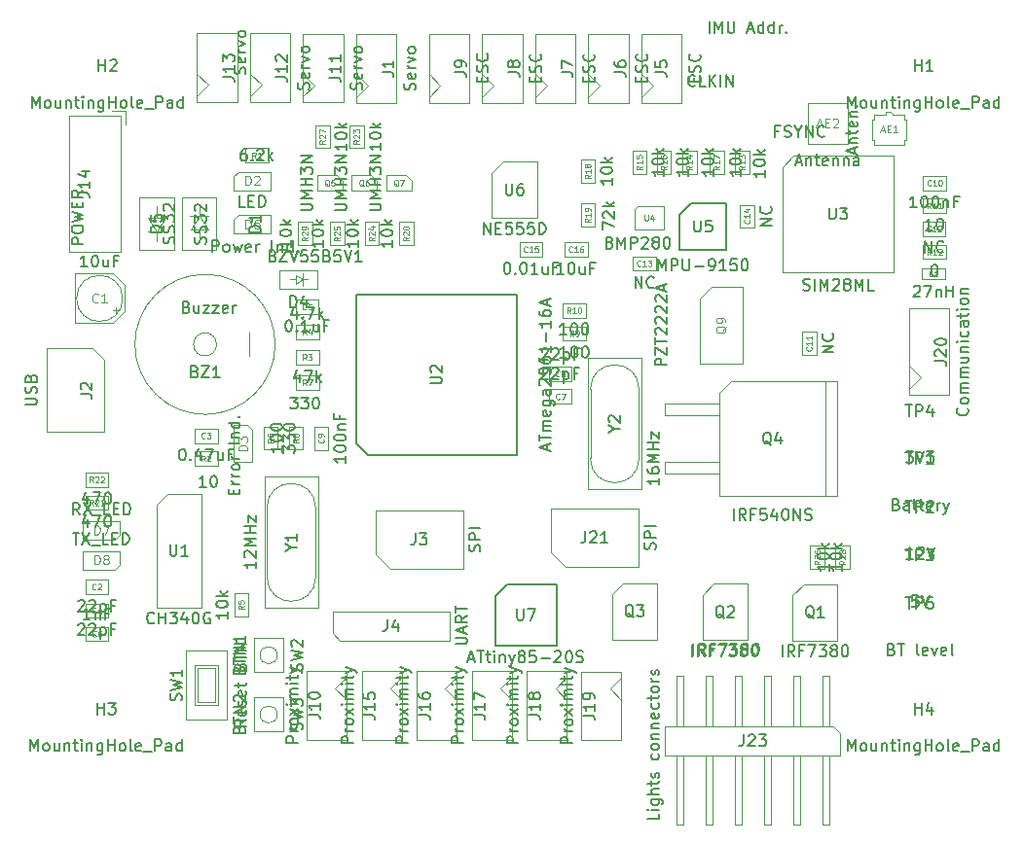
<source format=gbr>
%TF.GenerationSoftware,KiCad,Pcbnew,8.0.4-8.0.4-0~ubuntu24.04.1*%
%TF.CreationDate,2024-09-01T12:55:04+03:00*%
%TF.ProjectId,control_body,636f6e74-726f-46c5-9f62-6f64792e6b69,rev?*%
%TF.SameCoordinates,Original*%
%TF.FileFunction,AssemblyDrawing,Top*%
%FSLAX46Y46*%
G04 Gerber Fmt 4.6, Leading zero omitted, Abs format (unit mm)*
G04 Created by KiCad (PCBNEW 8.0.4-8.0.4-0~ubuntu24.04.1) date 2024-09-01 12:55:04*
%MOMM*%
%LPD*%
G01*
G04 APERTURE LIST*
%ADD10C,0.150000*%
%ADD11C,0.090000*%
%ADD12C,0.080000*%
%ADD13C,0.120000*%
%ADD14C,0.075000*%
%ADD15C,0.100000*%
G04 APERTURE END LIST*
D10*
X104859819Y-96511904D02*
X105669342Y-96511904D01*
X105669342Y-96511904D02*
X105764580Y-96464285D01*
X105764580Y-96464285D02*
X105812200Y-96416666D01*
X105812200Y-96416666D02*
X105859819Y-96321428D01*
X105859819Y-96321428D02*
X105859819Y-96130952D01*
X105859819Y-96130952D02*
X105812200Y-96035714D01*
X105812200Y-96035714D02*
X105764580Y-95988095D01*
X105764580Y-95988095D02*
X105669342Y-95940476D01*
X105669342Y-95940476D02*
X104859819Y-95940476D01*
X105812200Y-95511904D02*
X105859819Y-95369047D01*
X105859819Y-95369047D02*
X105859819Y-95130952D01*
X105859819Y-95130952D02*
X105812200Y-95035714D01*
X105812200Y-95035714D02*
X105764580Y-94988095D01*
X105764580Y-94988095D02*
X105669342Y-94940476D01*
X105669342Y-94940476D02*
X105574104Y-94940476D01*
X105574104Y-94940476D02*
X105478866Y-94988095D01*
X105478866Y-94988095D02*
X105431247Y-95035714D01*
X105431247Y-95035714D02*
X105383628Y-95130952D01*
X105383628Y-95130952D02*
X105336009Y-95321428D01*
X105336009Y-95321428D02*
X105288390Y-95416666D01*
X105288390Y-95416666D02*
X105240771Y-95464285D01*
X105240771Y-95464285D02*
X105145533Y-95511904D01*
X105145533Y-95511904D02*
X105050295Y-95511904D01*
X105050295Y-95511904D02*
X104955057Y-95464285D01*
X104955057Y-95464285D02*
X104907438Y-95416666D01*
X104907438Y-95416666D02*
X104859819Y-95321428D01*
X104859819Y-95321428D02*
X104859819Y-95083333D01*
X104859819Y-95083333D02*
X104907438Y-94940476D01*
X105336009Y-94178571D02*
X105383628Y-94035714D01*
X105383628Y-94035714D02*
X105431247Y-93988095D01*
X105431247Y-93988095D02*
X105526485Y-93940476D01*
X105526485Y-93940476D02*
X105669342Y-93940476D01*
X105669342Y-93940476D02*
X105764580Y-93988095D01*
X105764580Y-93988095D02*
X105812200Y-94035714D01*
X105812200Y-94035714D02*
X105859819Y-94130952D01*
X105859819Y-94130952D02*
X105859819Y-94511904D01*
X105859819Y-94511904D02*
X104859819Y-94511904D01*
X104859819Y-94511904D02*
X104859819Y-94178571D01*
X104859819Y-94178571D02*
X104907438Y-94083333D01*
X104907438Y-94083333D02*
X104955057Y-94035714D01*
X104955057Y-94035714D02*
X105050295Y-93988095D01*
X105050295Y-93988095D02*
X105145533Y-93988095D01*
X105145533Y-93988095D02*
X105240771Y-94035714D01*
X105240771Y-94035714D02*
X105288390Y-94083333D01*
X105288390Y-94083333D02*
X105336009Y-94178571D01*
X105336009Y-94178571D02*
X105336009Y-94511904D01*
X109659819Y-95583333D02*
X110374104Y-95583333D01*
X110374104Y-95583333D02*
X110516961Y-95630952D01*
X110516961Y-95630952D02*
X110612200Y-95726190D01*
X110612200Y-95726190D02*
X110659819Y-95869047D01*
X110659819Y-95869047D02*
X110659819Y-95964285D01*
X109755057Y-95154761D02*
X109707438Y-95107142D01*
X109707438Y-95107142D02*
X109659819Y-95011904D01*
X109659819Y-95011904D02*
X109659819Y-94773809D01*
X109659819Y-94773809D02*
X109707438Y-94678571D01*
X109707438Y-94678571D02*
X109755057Y-94630952D01*
X109755057Y-94630952D02*
X109850295Y-94583333D01*
X109850295Y-94583333D02*
X109945533Y-94583333D01*
X109945533Y-94583333D02*
X110088390Y-94630952D01*
X110088390Y-94630952D02*
X110659819Y-95202380D01*
X110659819Y-95202380D02*
X110659819Y-94583333D01*
X176969104Y-74645237D02*
X176969104Y-74169047D01*
X177254819Y-74740475D02*
X176254819Y-74407142D01*
X176254819Y-74407142D02*
X177254819Y-74073809D01*
X176588152Y-73740475D02*
X177254819Y-73740475D01*
X176683390Y-73740475D02*
X176635771Y-73692856D01*
X176635771Y-73692856D02*
X176588152Y-73597618D01*
X176588152Y-73597618D02*
X176588152Y-73454761D01*
X176588152Y-73454761D02*
X176635771Y-73359523D01*
X176635771Y-73359523D02*
X176731009Y-73311904D01*
X176731009Y-73311904D02*
X177254819Y-73311904D01*
X176588152Y-72978570D02*
X176588152Y-72597618D01*
X176254819Y-72835713D02*
X177111961Y-72835713D01*
X177111961Y-72835713D02*
X177207200Y-72788094D01*
X177207200Y-72788094D02*
X177254819Y-72692856D01*
X177254819Y-72692856D02*
X177254819Y-72597618D01*
X177207200Y-71883332D02*
X177254819Y-71978570D01*
X177254819Y-71978570D02*
X177254819Y-72169046D01*
X177254819Y-72169046D02*
X177207200Y-72264284D01*
X177207200Y-72264284D02*
X177111961Y-72311903D01*
X177111961Y-72311903D02*
X176731009Y-72311903D01*
X176731009Y-72311903D02*
X176635771Y-72264284D01*
X176635771Y-72264284D02*
X176588152Y-72169046D01*
X176588152Y-72169046D02*
X176588152Y-71978570D01*
X176588152Y-71978570D02*
X176635771Y-71883332D01*
X176635771Y-71883332D02*
X176731009Y-71835713D01*
X176731009Y-71835713D02*
X176826247Y-71835713D01*
X176826247Y-71835713D02*
X176921485Y-72311903D01*
X176588152Y-71407141D02*
X177254819Y-71407141D01*
X176683390Y-71407141D02*
X176635771Y-71359522D01*
X176635771Y-71359522D02*
X176588152Y-71264284D01*
X176588152Y-71264284D02*
X176588152Y-71121427D01*
X176588152Y-71121427D02*
X176635771Y-71026189D01*
X176635771Y-71026189D02*
X176731009Y-70978570D01*
X176731009Y-70978570D02*
X177254819Y-70978570D01*
X177159580Y-70502379D02*
X177207200Y-70454760D01*
X177207200Y-70454760D02*
X177254819Y-70502379D01*
X177254819Y-70502379D02*
X177207200Y-70549998D01*
X177207200Y-70549998D02*
X177159580Y-70502379D01*
X177159580Y-70502379D02*
X177254819Y-70502379D01*
D11*
X179299999Y-72651462D02*
X179585714Y-72651462D01*
X179242856Y-72822891D02*
X179442856Y-72222891D01*
X179442856Y-72222891D02*
X179642856Y-72822891D01*
X179842857Y-72508605D02*
X180042857Y-72508605D01*
X180128571Y-72822891D02*
X179842857Y-72822891D01*
X179842857Y-72822891D02*
X179842857Y-72222891D01*
X179842857Y-72222891D02*
X180128571Y-72222891D01*
X180699999Y-72822891D02*
X180357142Y-72822891D01*
X180528571Y-72822891D02*
X180528571Y-72222891D01*
X180528571Y-72222891D02*
X180471428Y-72308605D01*
X180471428Y-72308605D02*
X180414285Y-72365748D01*
X180414285Y-72365748D02*
X180357142Y-72394320D01*
D10*
X159647200Y-109103808D02*
X159694819Y-108960951D01*
X159694819Y-108960951D02*
X159694819Y-108722856D01*
X159694819Y-108722856D02*
X159647200Y-108627618D01*
X159647200Y-108627618D02*
X159599580Y-108579999D01*
X159599580Y-108579999D02*
X159504342Y-108532380D01*
X159504342Y-108532380D02*
X159409104Y-108532380D01*
X159409104Y-108532380D02*
X159313866Y-108579999D01*
X159313866Y-108579999D02*
X159266247Y-108627618D01*
X159266247Y-108627618D02*
X159218628Y-108722856D01*
X159218628Y-108722856D02*
X159171009Y-108913332D01*
X159171009Y-108913332D02*
X159123390Y-109008570D01*
X159123390Y-109008570D02*
X159075771Y-109056189D01*
X159075771Y-109056189D02*
X158980533Y-109103808D01*
X158980533Y-109103808D02*
X158885295Y-109103808D01*
X158885295Y-109103808D02*
X158790057Y-109056189D01*
X158790057Y-109056189D02*
X158742438Y-109008570D01*
X158742438Y-109008570D02*
X158694819Y-108913332D01*
X158694819Y-108913332D02*
X158694819Y-108675237D01*
X158694819Y-108675237D02*
X158742438Y-108532380D01*
X159694819Y-108103808D02*
X158694819Y-108103808D01*
X158694819Y-108103808D02*
X158694819Y-107722856D01*
X158694819Y-107722856D02*
X158742438Y-107627618D01*
X158742438Y-107627618D02*
X158790057Y-107579999D01*
X158790057Y-107579999D02*
X158885295Y-107532380D01*
X158885295Y-107532380D02*
X159028152Y-107532380D01*
X159028152Y-107532380D02*
X159123390Y-107579999D01*
X159123390Y-107579999D02*
X159171009Y-107627618D01*
X159171009Y-107627618D02*
X159218628Y-107722856D01*
X159218628Y-107722856D02*
X159218628Y-108103808D01*
X159694819Y-107103808D02*
X158694819Y-107103808D01*
X153560476Y-107534819D02*
X153560476Y-108249104D01*
X153560476Y-108249104D02*
X153512857Y-108391961D01*
X153512857Y-108391961D02*
X153417619Y-108487200D01*
X153417619Y-108487200D02*
X153274762Y-108534819D01*
X153274762Y-108534819D02*
X153179524Y-108534819D01*
X153989048Y-107630057D02*
X154036667Y-107582438D01*
X154036667Y-107582438D02*
X154131905Y-107534819D01*
X154131905Y-107534819D02*
X154370000Y-107534819D01*
X154370000Y-107534819D02*
X154465238Y-107582438D01*
X154465238Y-107582438D02*
X154512857Y-107630057D01*
X154512857Y-107630057D02*
X154560476Y-107725295D01*
X154560476Y-107725295D02*
X154560476Y-107820533D01*
X154560476Y-107820533D02*
X154512857Y-107963390D01*
X154512857Y-107963390D02*
X153941429Y-108534819D01*
X153941429Y-108534819D02*
X154560476Y-108534819D01*
X155512857Y-108534819D02*
X154941429Y-108534819D01*
X155227143Y-108534819D02*
X155227143Y-107534819D01*
X155227143Y-107534819D02*
X155131905Y-107677676D01*
X155131905Y-107677676D02*
X155036667Y-107772914D01*
X155036667Y-107772914D02*
X154941429Y-107820533D01*
X172526191Y-86507200D02*
X172669048Y-86554819D01*
X172669048Y-86554819D02*
X172907143Y-86554819D01*
X172907143Y-86554819D02*
X173002381Y-86507200D01*
X173002381Y-86507200D02*
X173050000Y-86459580D01*
X173050000Y-86459580D02*
X173097619Y-86364342D01*
X173097619Y-86364342D02*
X173097619Y-86269104D01*
X173097619Y-86269104D02*
X173050000Y-86173866D01*
X173050000Y-86173866D02*
X173002381Y-86126247D01*
X173002381Y-86126247D02*
X172907143Y-86078628D01*
X172907143Y-86078628D02*
X172716667Y-86031009D01*
X172716667Y-86031009D02*
X172621429Y-85983390D01*
X172621429Y-85983390D02*
X172573810Y-85935771D01*
X172573810Y-85935771D02*
X172526191Y-85840533D01*
X172526191Y-85840533D02*
X172526191Y-85745295D01*
X172526191Y-85745295D02*
X172573810Y-85650057D01*
X172573810Y-85650057D02*
X172621429Y-85602438D01*
X172621429Y-85602438D02*
X172716667Y-85554819D01*
X172716667Y-85554819D02*
X172954762Y-85554819D01*
X172954762Y-85554819D02*
X173097619Y-85602438D01*
X173526191Y-86554819D02*
X173526191Y-85554819D01*
X174002381Y-86554819D02*
X174002381Y-85554819D01*
X174002381Y-85554819D02*
X174335714Y-86269104D01*
X174335714Y-86269104D02*
X174669047Y-85554819D01*
X174669047Y-85554819D02*
X174669047Y-86554819D01*
X175097619Y-85650057D02*
X175145238Y-85602438D01*
X175145238Y-85602438D02*
X175240476Y-85554819D01*
X175240476Y-85554819D02*
X175478571Y-85554819D01*
X175478571Y-85554819D02*
X175573809Y-85602438D01*
X175573809Y-85602438D02*
X175621428Y-85650057D01*
X175621428Y-85650057D02*
X175669047Y-85745295D01*
X175669047Y-85745295D02*
X175669047Y-85840533D01*
X175669047Y-85840533D02*
X175621428Y-85983390D01*
X175621428Y-85983390D02*
X175050000Y-86554819D01*
X175050000Y-86554819D02*
X175669047Y-86554819D01*
X176240476Y-85983390D02*
X176145238Y-85935771D01*
X176145238Y-85935771D02*
X176097619Y-85888152D01*
X176097619Y-85888152D02*
X176050000Y-85792914D01*
X176050000Y-85792914D02*
X176050000Y-85745295D01*
X176050000Y-85745295D02*
X176097619Y-85650057D01*
X176097619Y-85650057D02*
X176145238Y-85602438D01*
X176145238Y-85602438D02*
X176240476Y-85554819D01*
X176240476Y-85554819D02*
X176430952Y-85554819D01*
X176430952Y-85554819D02*
X176526190Y-85602438D01*
X176526190Y-85602438D02*
X176573809Y-85650057D01*
X176573809Y-85650057D02*
X176621428Y-85745295D01*
X176621428Y-85745295D02*
X176621428Y-85792914D01*
X176621428Y-85792914D02*
X176573809Y-85888152D01*
X176573809Y-85888152D02*
X176526190Y-85935771D01*
X176526190Y-85935771D02*
X176430952Y-85983390D01*
X176430952Y-85983390D02*
X176240476Y-85983390D01*
X176240476Y-85983390D02*
X176145238Y-86031009D01*
X176145238Y-86031009D02*
X176097619Y-86078628D01*
X176097619Y-86078628D02*
X176050000Y-86173866D01*
X176050000Y-86173866D02*
X176050000Y-86364342D01*
X176050000Y-86364342D02*
X176097619Y-86459580D01*
X176097619Y-86459580D02*
X176145238Y-86507200D01*
X176145238Y-86507200D02*
X176240476Y-86554819D01*
X176240476Y-86554819D02*
X176430952Y-86554819D01*
X176430952Y-86554819D02*
X176526190Y-86507200D01*
X176526190Y-86507200D02*
X176573809Y-86459580D01*
X176573809Y-86459580D02*
X176621428Y-86364342D01*
X176621428Y-86364342D02*
X176621428Y-86173866D01*
X176621428Y-86173866D02*
X176573809Y-86078628D01*
X176573809Y-86078628D02*
X176526190Y-86031009D01*
X176526190Y-86031009D02*
X176430952Y-85983390D01*
X177050000Y-86554819D02*
X177050000Y-85554819D01*
X177050000Y-85554819D02*
X177383333Y-86269104D01*
X177383333Y-86269104D02*
X177716666Y-85554819D01*
X177716666Y-85554819D02*
X177716666Y-86554819D01*
X178669047Y-86554819D02*
X178192857Y-86554819D01*
X178192857Y-86554819D02*
X178192857Y-85554819D01*
X174788095Y-79354819D02*
X174788095Y-80164342D01*
X174788095Y-80164342D02*
X174835714Y-80259580D01*
X174835714Y-80259580D02*
X174883333Y-80307200D01*
X174883333Y-80307200D02*
X174978571Y-80354819D01*
X174978571Y-80354819D02*
X175169047Y-80354819D01*
X175169047Y-80354819D02*
X175264285Y-80307200D01*
X175264285Y-80307200D02*
X175311904Y-80259580D01*
X175311904Y-80259580D02*
X175359523Y-80164342D01*
X175359523Y-80164342D02*
X175359523Y-79354819D01*
X175740476Y-79354819D02*
X176359523Y-79354819D01*
X176359523Y-79354819D02*
X176026190Y-79735771D01*
X176026190Y-79735771D02*
X176169047Y-79735771D01*
X176169047Y-79735771D02*
X176264285Y-79783390D01*
X176264285Y-79783390D02*
X176311904Y-79831009D01*
X176311904Y-79831009D02*
X176359523Y-79926247D01*
X176359523Y-79926247D02*
X176359523Y-80164342D01*
X176359523Y-80164342D02*
X176311904Y-80259580D01*
X176311904Y-80259580D02*
X176264285Y-80307200D01*
X176264285Y-80307200D02*
X176169047Y-80354819D01*
X176169047Y-80354819D02*
X175883333Y-80354819D01*
X175883333Y-80354819D02*
X175788095Y-80307200D01*
X175788095Y-80307200D02*
X175740476Y-80259580D01*
X138144819Y-125928094D02*
X137144819Y-125928094D01*
X137144819Y-125928094D02*
X137144819Y-125547142D01*
X137144819Y-125547142D02*
X137192438Y-125451904D01*
X137192438Y-125451904D02*
X137240057Y-125404285D01*
X137240057Y-125404285D02*
X137335295Y-125356666D01*
X137335295Y-125356666D02*
X137478152Y-125356666D01*
X137478152Y-125356666D02*
X137573390Y-125404285D01*
X137573390Y-125404285D02*
X137621009Y-125451904D01*
X137621009Y-125451904D02*
X137668628Y-125547142D01*
X137668628Y-125547142D02*
X137668628Y-125928094D01*
X138144819Y-124928094D02*
X137478152Y-124928094D01*
X137668628Y-124928094D02*
X137573390Y-124880475D01*
X137573390Y-124880475D02*
X137525771Y-124832856D01*
X137525771Y-124832856D02*
X137478152Y-124737618D01*
X137478152Y-124737618D02*
X137478152Y-124642380D01*
X138144819Y-124166189D02*
X138097200Y-124261427D01*
X138097200Y-124261427D02*
X138049580Y-124309046D01*
X138049580Y-124309046D02*
X137954342Y-124356665D01*
X137954342Y-124356665D02*
X137668628Y-124356665D01*
X137668628Y-124356665D02*
X137573390Y-124309046D01*
X137573390Y-124309046D02*
X137525771Y-124261427D01*
X137525771Y-124261427D02*
X137478152Y-124166189D01*
X137478152Y-124166189D02*
X137478152Y-124023332D01*
X137478152Y-124023332D02*
X137525771Y-123928094D01*
X137525771Y-123928094D02*
X137573390Y-123880475D01*
X137573390Y-123880475D02*
X137668628Y-123832856D01*
X137668628Y-123832856D02*
X137954342Y-123832856D01*
X137954342Y-123832856D02*
X138049580Y-123880475D01*
X138049580Y-123880475D02*
X138097200Y-123928094D01*
X138097200Y-123928094D02*
X138144819Y-124023332D01*
X138144819Y-124023332D02*
X138144819Y-124166189D01*
X138144819Y-123499522D02*
X137478152Y-122975713D01*
X137478152Y-123499522D02*
X138144819Y-122975713D01*
X138144819Y-122594760D02*
X137478152Y-122594760D01*
X137144819Y-122594760D02*
X137192438Y-122642379D01*
X137192438Y-122642379D02*
X137240057Y-122594760D01*
X137240057Y-122594760D02*
X137192438Y-122547141D01*
X137192438Y-122547141D02*
X137144819Y-122594760D01*
X137144819Y-122594760D02*
X137240057Y-122594760D01*
X138144819Y-122118570D02*
X137478152Y-122118570D01*
X137573390Y-122118570D02*
X137525771Y-122070951D01*
X137525771Y-122070951D02*
X137478152Y-121975713D01*
X137478152Y-121975713D02*
X137478152Y-121832856D01*
X137478152Y-121832856D02*
X137525771Y-121737618D01*
X137525771Y-121737618D02*
X137621009Y-121689999D01*
X137621009Y-121689999D02*
X138144819Y-121689999D01*
X137621009Y-121689999D02*
X137525771Y-121642380D01*
X137525771Y-121642380D02*
X137478152Y-121547142D01*
X137478152Y-121547142D02*
X137478152Y-121404285D01*
X137478152Y-121404285D02*
X137525771Y-121309046D01*
X137525771Y-121309046D02*
X137621009Y-121261427D01*
X137621009Y-121261427D02*
X138144819Y-121261427D01*
X138144819Y-120785237D02*
X137478152Y-120785237D01*
X137144819Y-120785237D02*
X137192438Y-120832856D01*
X137192438Y-120832856D02*
X137240057Y-120785237D01*
X137240057Y-120785237D02*
X137192438Y-120737618D01*
X137192438Y-120737618D02*
X137144819Y-120785237D01*
X137144819Y-120785237D02*
X137240057Y-120785237D01*
X137478152Y-120451904D02*
X137478152Y-120070952D01*
X137144819Y-120309047D02*
X138001961Y-120309047D01*
X138001961Y-120309047D02*
X138097200Y-120261428D01*
X138097200Y-120261428D02*
X138144819Y-120166190D01*
X138144819Y-120166190D02*
X138144819Y-120070952D01*
X137478152Y-119832856D02*
X138144819Y-119594761D01*
X137478152Y-119356666D02*
X138144819Y-119594761D01*
X138144819Y-119594761D02*
X138382914Y-119689999D01*
X138382914Y-119689999D02*
X138430533Y-119737618D01*
X138430533Y-119737618D02*
X138478152Y-119832856D01*
X139044819Y-123499523D02*
X139759104Y-123499523D01*
X139759104Y-123499523D02*
X139901961Y-123547142D01*
X139901961Y-123547142D02*
X139997200Y-123642380D01*
X139997200Y-123642380D02*
X140044819Y-123785237D01*
X140044819Y-123785237D02*
X140044819Y-123880475D01*
X140044819Y-122499523D02*
X140044819Y-123070951D01*
X140044819Y-122785237D02*
X139044819Y-122785237D01*
X139044819Y-122785237D02*
X139187676Y-122880475D01*
X139187676Y-122880475D02*
X139282914Y-122975713D01*
X139282914Y-122975713D02*
X139330533Y-123070951D01*
X139044819Y-121642380D02*
X139044819Y-121832856D01*
X139044819Y-121832856D02*
X139092438Y-121928094D01*
X139092438Y-121928094D02*
X139140057Y-121975713D01*
X139140057Y-121975713D02*
X139282914Y-122070951D01*
X139282914Y-122070951D02*
X139473390Y-122118570D01*
X139473390Y-122118570D02*
X139854342Y-122118570D01*
X139854342Y-122118570D02*
X139949580Y-122070951D01*
X139949580Y-122070951D02*
X139997200Y-122023332D01*
X139997200Y-122023332D02*
X140044819Y-121928094D01*
X140044819Y-121928094D02*
X140044819Y-121737618D01*
X140044819Y-121737618D02*
X139997200Y-121642380D01*
X139997200Y-121642380D02*
X139949580Y-121594761D01*
X139949580Y-121594761D02*
X139854342Y-121547142D01*
X139854342Y-121547142D02*
X139616247Y-121547142D01*
X139616247Y-121547142D02*
X139521009Y-121594761D01*
X139521009Y-121594761D02*
X139473390Y-121642380D01*
X139473390Y-121642380D02*
X139425771Y-121737618D01*
X139425771Y-121737618D02*
X139425771Y-121928094D01*
X139425771Y-121928094D02*
X139473390Y-122023332D01*
X139473390Y-122023332D02*
X139521009Y-122070951D01*
X139521009Y-122070951D02*
X139616247Y-122118570D01*
X182402380Y-79334819D02*
X181830952Y-79334819D01*
X182116666Y-79334819D02*
X182116666Y-78334819D01*
X182116666Y-78334819D02*
X182021428Y-78477676D01*
X182021428Y-78477676D02*
X181926190Y-78572914D01*
X181926190Y-78572914D02*
X181830952Y-78620533D01*
X183021428Y-78334819D02*
X183116666Y-78334819D01*
X183116666Y-78334819D02*
X183211904Y-78382438D01*
X183211904Y-78382438D02*
X183259523Y-78430057D01*
X183259523Y-78430057D02*
X183307142Y-78525295D01*
X183307142Y-78525295D02*
X183354761Y-78715771D01*
X183354761Y-78715771D02*
X183354761Y-78953866D01*
X183354761Y-78953866D02*
X183307142Y-79144342D01*
X183307142Y-79144342D02*
X183259523Y-79239580D01*
X183259523Y-79239580D02*
X183211904Y-79287200D01*
X183211904Y-79287200D02*
X183116666Y-79334819D01*
X183116666Y-79334819D02*
X183021428Y-79334819D01*
X183021428Y-79334819D02*
X182926190Y-79287200D01*
X182926190Y-79287200D02*
X182878571Y-79239580D01*
X182878571Y-79239580D02*
X182830952Y-79144342D01*
X182830952Y-79144342D02*
X182783333Y-78953866D01*
X182783333Y-78953866D02*
X182783333Y-78715771D01*
X182783333Y-78715771D02*
X182830952Y-78525295D01*
X182830952Y-78525295D02*
X182878571Y-78430057D01*
X182878571Y-78430057D02*
X182926190Y-78382438D01*
X182926190Y-78382438D02*
X183021428Y-78334819D01*
X183973809Y-78334819D02*
X184069047Y-78334819D01*
X184069047Y-78334819D02*
X184164285Y-78382438D01*
X184164285Y-78382438D02*
X184211904Y-78430057D01*
X184211904Y-78430057D02*
X184259523Y-78525295D01*
X184259523Y-78525295D02*
X184307142Y-78715771D01*
X184307142Y-78715771D02*
X184307142Y-78953866D01*
X184307142Y-78953866D02*
X184259523Y-79144342D01*
X184259523Y-79144342D02*
X184211904Y-79239580D01*
X184211904Y-79239580D02*
X184164285Y-79287200D01*
X184164285Y-79287200D02*
X184069047Y-79334819D01*
X184069047Y-79334819D02*
X183973809Y-79334819D01*
X183973809Y-79334819D02*
X183878571Y-79287200D01*
X183878571Y-79287200D02*
X183830952Y-79239580D01*
X183830952Y-79239580D02*
X183783333Y-79144342D01*
X183783333Y-79144342D02*
X183735714Y-78953866D01*
X183735714Y-78953866D02*
X183735714Y-78715771D01*
X183735714Y-78715771D02*
X183783333Y-78525295D01*
X183783333Y-78525295D02*
X183830952Y-78430057D01*
X183830952Y-78430057D02*
X183878571Y-78382438D01*
X183878571Y-78382438D02*
X183973809Y-78334819D01*
X184735714Y-78668152D02*
X184735714Y-79334819D01*
X184735714Y-78763390D02*
X184783333Y-78715771D01*
X184783333Y-78715771D02*
X184878571Y-78668152D01*
X184878571Y-78668152D02*
X185021428Y-78668152D01*
X185021428Y-78668152D02*
X185116666Y-78715771D01*
X185116666Y-78715771D02*
X185164285Y-78811009D01*
X185164285Y-78811009D02*
X185164285Y-79334819D01*
X185973809Y-78811009D02*
X185640476Y-78811009D01*
X185640476Y-79334819D02*
X185640476Y-78334819D01*
X185640476Y-78334819D02*
X186116666Y-78334819D01*
D12*
X183628571Y-77379530D02*
X183604762Y-77403340D01*
X183604762Y-77403340D02*
X183533333Y-77427149D01*
X183533333Y-77427149D02*
X183485714Y-77427149D01*
X183485714Y-77427149D02*
X183414286Y-77403340D01*
X183414286Y-77403340D02*
X183366667Y-77355720D01*
X183366667Y-77355720D02*
X183342857Y-77308101D01*
X183342857Y-77308101D02*
X183319048Y-77212863D01*
X183319048Y-77212863D02*
X183319048Y-77141435D01*
X183319048Y-77141435D02*
X183342857Y-77046197D01*
X183342857Y-77046197D02*
X183366667Y-76998578D01*
X183366667Y-76998578D02*
X183414286Y-76950959D01*
X183414286Y-76950959D02*
X183485714Y-76927149D01*
X183485714Y-76927149D02*
X183533333Y-76927149D01*
X183533333Y-76927149D02*
X183604762Y-76950959D01*
X183604762Y-76950959D02*
X183628571Y-76974768D01*
X184104762Y-77427149D02*
X183819048Y-77427149D01*
X183961905Y-77427149D02*
X183961905Y-76927149D01*
X183961905Y-76927149D02*
X183914286Y-76998578D01*
X183914286Y-76998578D02*
X183866667Y-77046197D01*
X183866667Y-77046197D02*
X183819048Y-77070006D01*
X184414285Y-76927149D02*
X184461904Y-76927149D01*
X184461904Y-76927149D02*
X184509523Y-76950959D01*
X184509523Y-76950959D02*
X184533333Y-76974768D01*
X184533333Y-76974768D02*
X184557142Y-77022387D01*
X184557142Y-77022387D02*
X184580952Y-77117625D01*
X184580952Y-77117625D02*
X184580952Y-77236673D01*
X184580952Y-77236673D02*
X184557142Y-77331911D01*
X184557142Y-77331911D02*
X184533333Y-77379530D01*
X184533333Y-77379530D02*
X184509523Y-77403340D01*
X184509523Y-77403340D02*
X184461904Y-77427149D01*
X184461904Y-77427149D02*
X184414285Y-77427149D01*
X184414285Y-77427149D02*
X184366666Y-77403340D01*
X184366666Y-77403340D02*
X184342857Y-77379530D01*
X184342857Y-77379530D02*
X184319047Y-77331911D01*
X184319047Y-77331911D02*
X184295238Y-77236673D01*
X184295238Y-77236673D02*
X184295238Y-77117625D01*
X184295238Y-77117625D02*
X184319047Y-77022387D01*
X184319047Y-77022387D02*
X184342857Y-76974768D01*
X184342857Y-76974768D02*
X184366666Y-76950959D01*
X184366666Y-76950959D02*
X184414285Y-76927149D01*
D10*
X180237618Y-117791009D02*
X180380475Y-117838628D01*
X180380475Y-117838628D02*
X180428094Y-117886247D01*
X180428094Y-117886247D02*
X180475713Y-117981485D01*
X180475713Y-117981485D02*
X180475713Y-118124342D01*
X180475713Y-118124342D02*
X180428094Y-118219580D01*
X180428094Y-118219580D02*
X180380475Y-118267200D01*
X180380475Y-118267200D02*
X180285237Y-118314819D01*
X180285237Y-118314819D02*
X179904285Y-118314819D01*
X179904285Y-118314819D02*
X179904285Y-117314819D01*
X179904285Y-117314819D02*
X180237618Y-117314819D01*
X180237618Y-117314819D02*
X180332856Y-117362438D01*
X180332856Y-117362438D02*
X180380475Y-117410057D01*
X180380475Y-117410057D02*
X180428094Y-117505295D01*
X180428094Y-117505295D02*
X180428094Y-117600533D01*
X180428094Y-117600533D02*
X180380475Y-117695771D01*
X180380475Y-117695771D02*
X180332856Y-117743390D01*
X180332856Y-117743390D02*
X180237618Y-117791009D01*
X180237618Y-117791009D02*
X179904285Y-117791009D01*
X180761428Y-117314819D02*
X181332856Y-117314819D01*
X181047142Y-118314819D02*
X181047142Y-117314819D01*
X182570952Y-118314819D02*
X182475714Y-118267200D01*
X182475714Y-118267200D02*
X182428095Y-118171961D01*
X182428095Y-118171961D02*
X182428095Y-117314819D01*
X183332857Y-118267200D02*
X183237619Y-118314819D01*
X183237619Y-118314819D02*
X183047143Y-118314819D01*
X183047143Y-118314819D02*
X182951905Y-118267200D01*
X182951905Y-118267200D02*
X182904286Y-118171961D01*
X182904286Y-118171961D02*
X182904286Y-117791009D01*
X182904286Y-117791009D02*
X182951905Y-117695771D01*
X182951905Y-117695771D02*
X183047143Y-117648152D01*
X183047143Y-117648152D02*
X183237619Y-117648152D01*
X183237619Y-117648152D02*
X183332857Y-117695771D01*
X183332857Y-117695771D02*
X183380476Y-117791009D01*
X183380476Y-117791009D02*
X183380476Y-117886247D01*
X183380476Y-117886247D02*
X182904286Y-117981485D01*
X183713810Y-117648152D02*
X183951905Y-118314819D01*
X183951905Y-118314819D02*
X184190000Y-117648152D01*
X184951905Y-118267200D02*
X184856667Y-118314819D01*
X184856667Y-118314819D02*
X184666191Y-118314819D01*
X184666191Y-118314819D02*
X184570953Y-118267200D01*
X184570953Y-118267200D02*
X184523334Y-118171961D01*
X184523334Y-118171961D02*
X184523334Y-117791009D01*
X184523334Y-117791009D02*
X184570953Y-117695771D01*
X184570953Y-117695771D02*
X184666191Y-117648152D01*
X184666191Y-117648152D02*
X184856667Y-117648152D01*
X184856667Y-117648152D02*
X184951905Y-117695771D01*
X184951905Y-117695771D02*
X184999524Y-117791009D01*
X184999524Y-117791009D02*
X184999524Y-117886247D01*
X184999524Y-117886247D02*
X184523334Y-117981485D01*
X185570953Y-118314819D02*
X185475715Y-118267200D01*
X185475715Y-118267200D02*
X185428096Y-118171961D01*
X185428096Y-118171961D02*
X185428096Y-117314819D01*
X181428095Y-113264819D02*
X181999523Y-113264819D01*
X181713809Y-114264819D02*
X181713809Y-113264819D01*
X182332857Y-114264819D02*
X182332857Y-113264819D01*
X182332857Y-113264819D02*
X182713809Y-113264819D01*
X182713809Y-113264819D02*
X182809047Y-113312438D01*
X182809047Y-113312438D02*
X182856666Y-113360057D01*
X182856666Y-113360057D02*
X182904285Y-113455295D01*
X182904285Y-113455295D02*
X182904285Y-113598152D01*
X182904285Y-113598152D02*
X182856666Y-113693390D01*
X182856666Y-113693390D02*
X182809047Y-113741009D01*
X182809047Y-113741009D02*
X182713809Y-113788628D01*
X182713809Y-113788628D02*
X182332857Y-113788628D01*
X183809047Y-113264819D02*
X183332857Y-113264819D01*
X183332857Y-113264819D02*
X183285238Y-113741009D01*
X183285238Y-113741009D02*
X183332857Y-113693390D01*
X183332857Y-113693390D02*
X183428095Y-113645771D01*
X183428095Y-113645771D02*
X183666190Y-113645771D01*
X183666190Y-113645771D02*
X183761428Y-113693390D01*
X183761428Y-113693390D02*
X183809047Y-113741009D01*
X183809047Y-113741009D02*
X183856666Y-113836247D01*
X183856666Y-113836247D02*
X183856666Y-114074342D01*
X183856666Y-114074342D02*
X183809047Y-114169580D01*
X183809047Y-114169580D02*
X183761428Y-114217200D01*
X183761428Y-114217200D02*
X183666190Y-114264819D01*
X183666190Y-114264819D02*
X183428095Y-114264819D01*
X183428095Y-114264819D02*
X183332857Y-114217200D01*
X183332857Y-114217200D02*
X183285238Y-114169580D01*
X162961667Y-118299819D02*
X162961667Y-117299819D01*
X164009285Y-118299819D02*
X163675952Y-117823628D01*
X163437857Y-118299819D02*
X163437857Y-117299819D01*
X163437857Y-117299819D02*
X163818809Y-117299819D01*
X163818809Y-117299819D02*
X163914047Y-117347438D01*
X163914047Y-117347438D02*
X163961666Y-117395057D01*
X163961666Y-117395057D02*
X164009285Y-117490295D01*
X164009285Y-117490295D02*
X164009285Y-117633152D01*
X164009285Y-117633152D02*
X163961666Y-117728390D01*
X163961666Y-117728390D02*
X163914047Y-117776009D01*
X163914047Y-117776009D02*
X163818809Y-117823628D01*
X163818809Y-117823628D02*
X163437857Y-117823628D01*
X164771190Y-117776009D02*
X164437857Y-117776009D01*
X164437857Y-118299819D02*
X164437857Y-117299819D01*
X164437857Y-117299819D02*
X164914047Y-117299819D01*
X165199762Y-117299819D02*
X165866428Y-117299819D01*
X165866428Y-117299819D02*
X165437857Y-118299819D01*
X166152143Y-117299819D02*
X166771190Y-117299819D01*
X166771190Y-117299819D02*
X166437857Y-117680771D01*
X166437857Y-117680771D02*
X166580714Y-117680771D01*
X166580714Y-117680771D02*
X166675952Y-117728390D01*
X166675952Y-117728390D02*
X166723571Y-117776009D01*
X166723571Y-117776009D02*
X166771190Y-117871247D01*
X166771190Y-117871247D02*
X166771190Y-118109342D01*
X166771190Y-118109342D02*
X166723571Y-118204580D01*
X166723571Y-118204580D02*
X166675952Y-118252200D01*
X166675952Y-118252200D02*
X166580714Y-118299819D01*
X166580714Y-118299819D02*
X166295000Y-118299819D01*
X166295000Y-118299819D02*
X166199762Y-118252200D01*
X166199762Y-118252200D02*
X166152143Y-118204580D01*
X167342619Y-117728390D02*
X167247381Y-117680771D01*
X167247381Y-117680771D02*
X167199762Y-117633152D01*
X167199762Y-117633152D02*
X167152143Y-117537914D01*
X167152143Y-117537914D02*
X167152143Y-117490295D01*
X167152143Y-117490295D02*
X167199762Y-117395057D01*
X167199762Y-117395057D02*
X167247381Y-117347438D01*
X167247381Y-117347438D02*
X167342619Y-117299819D01*
X167342619Y-117299819D02*
X167533095Y-117299819D01*
X167533095Y-117299819D02*
X167628333Y-117347438D01*
X167628333Y-117347438D02*
X167675952Y-117395057D01*
X167675952Y-117395057D02*
X167723571Y-117490295D01*
X167723571Y-117490295D02*
X167723571Y-117537914D01*
X167723571Y-117537914D02*
X167675952Y-117633152D01*
X167675952Y-117633152D02*
X167628333Y-117680771D01*
X167628333Y-117680771D02*
X167533095Y-117728390D01*
X167533095Y-117728390D02*
X167342619Y-117728390D01*
X167342619Y-117728390D02*
X167247381Y-117776009D01*
X167247381Y-117776009D02*
X167199762Y-117823628D01*
X167199762Y-117823628D02*
X167152143Y-117918866D01*
X167152143Y-117918866D02*
X167152143Y-118109342D01*
X167152143Y-118109342D02*
X167199762Y-118204580D01*
X167199762Y-118204580D02*
X167247381Y-118252200D01*
X167247381Y-118252200D02*
X167342619Y-118299819D01*
X167342619Y-118299819D02*
X167533095Y-118299819D01*
X167533095Y-118299819D02*
X167628333Y-118252200D01*
X167628333Y-118252200D02*
X167675952Y-118204580D01*
X167675952Y-118204580D02*
X167723571Y-118109342D01*
X167723571Y-118109342D02*
X167723571Y-117918866D01*
X167723571Y-117918866D02*
X167675952Y-117823628D01*
X167675952Y-117823628D02*
X167628333Y-117776009D01*
X167628333Y-117776009D02*
X167533095Y-117728390D01*
X168342619Y-117299819D02*
X168437857Y-117299819D01*
X168437857Y-117299819D02*
X168533095Y-117347438D01*
X168533095Y-117347438D02*
X168580714Y-117395057D01*
X168580714Y-117395057D02*
X168628333Y-117490295D01*
X168628333Y-117490295D02*
X168675952Y-117680771D01*
X168675952Y-117680771D02*
X168675952Y-117918866D01*
X168675952Y-117918866D02*
X168628333Y-118109342D01*
X168628333Y-118109342D02*
X168580714Y-118204580D01*
X168580714Y-118204580D02*
X168533095Y-118252200D01*
X168533095Y-118252200D02*
X168437857Y-118299819D01*
X168437857Y-118299819D02*
X168342619Y-118299819D01*
X168342619Y-118299819D02*
X168247381Y-118252200D01*
X168247381Y-118252200D02*
X168199762Y-118204580D01*
X168199762Y-118204580D02*
X168152143Y-118109342D01*
X168152143Y-118109342D02*
X168104524Y-117918866D01*
X168104524Y-117918866D02*
X168104524Y-117680771D01*
X168104524Y-117680771D02*
X168152143Y-117490295D01*
X168152143Y-117490295D02*
X168199762Y-117395057D01*
X168199762Y-117395057D02*
X168247381Y-117347438D01*
X168247381Y-117347438D02*
X168342619Y-117299819D01*
X157771666Y-115033900D02*
X157678333Y-114987233D01*
X157678333Y-114987233D02*
X157585000Y-114893900D01*
X157585000Y-114893900D02*
X157445000Y-114753900D01*
X157445000Y-114753900D02*
X157351666Y-114707233D01*
X157351666Y-114707233D02*
X157258333Y-114707233D01*
X157305000Y-114940566D02*
X157211666Y-114893900D01*
X157211666Y-114893900D02*
X157118333Y-114800566D01*
X157118333Y-114800566D02*
X157071666Y-114613900D01*
X157071666Y-114613900D02*
X157071666Y-114287233D01*
X157071666Y-114287233D02*
X157118333Y-114100566D01*
X157118333Y-114100566D02*
X157211666Y-114007233D01*
X157211666Y-114007233D02*
X157305000Y-113960566D01*
X157305000Y-113960566D02*
X157491666Y-113960566D01*
X157491666Y-113960566D02*
X157585000Y-114007233D01*
X157585000Y-114007233D02*
X157678333Y-114100566D01*
X157678333Y-114100566D02*
X157725000Y-114287233D01*
X157725000Y-114287233D02*
X157725000Y-114613900D01*
X157725000Y-114613900D02*
X157678333Y-114800566D01*
X157678333Y-114800566D02*
X157585000Y-114893900D01*
X157585000Y-114893900D02*
X157491666Y-114940566D01*
X157491666Y-114940566D02*
X157305000Y-114940566D01*
X158051667Y-113960566D02*
X158658333Y-113960566D01*
X158658333Y-113960566D02*
X158331667Y-114333900D01*
X158331667Y-114333900D02*
X158471667Y-114333900D01*
X158471667Y-114333900D02*
X158565000Y-114380566D01*
X158565000Y-114380566D02*
X158611667Y-114427233D01*
X158611667Y-114427233D02*
X158658333Y-114520566D01*
X158658333Y-114520566D02*
X158658333Y-114753900D01*
X158658333Y-114753900D02*
X158611667Y-114847233D01*
X158611667Y-114847233D02*
X158565000Y-114893900D01*
X158565000Y-114893900D02*
X158471667Y-114940566D01*
X158471667Y-114940566D02*
X158191667Y-114940566D01*
X158191667Y-114940566D02*
X158098333Y-114893900D01*
X158098333Y-114893900D02*
X158051667Y-114847233D01*
X127914286Y-95854819D02*
X128533333Y-95854819D01*
X128533333Y-95854819D02*
X128200000Y-96235771D01*
X128200000Y-96235771D02*
X128342857Y-96235771D01*
X128342857Y-96235771D02*
X128438095Y-96283390D01*
X128438095Y-96283390D02*
X128485714Y-96331009D01*
X128485714Y-96331009D02*
X128533333Y-96426247D01*
X128533333Y-96426247D02*
X128533333Y-96664342D01*
X128533333Y-96664342D02*
X128485714Y-96759580D01*
X128485714Y-96759580D02*
X128438095Y-96807200D01*
X128438095Y-96807200D02*
X128342857Y-96854819D01*
X128342857Y-96854819D02*
X128057143Y-96854819D01*
X128057143Y-96854819D02*
X127961905Y-96807200D01*
X127961905Y-96807200D02*
X127914286Y-96759580D01*
X128866667Y-95854819D02*
X129485714Y-95854819D01*
X129485714Y-95854819D02*
X129152381Y-96235771D01*
X129152381Y-96235771D02*
X129295238Y-96235771D01*
X129295238Y-96235771D02*
X129390476Y-96283390D01*
X129390476Y-96283390D02*
X129438095Y-96331009D01*
X129438095Y-96331009D02*
X129485714Y-96426247D01*
X129485714Y-96426247D02*
X129485714Y-96664342D01*
X129485714Y-96664342D02*
X129438095Y-96759580D01*
X129438095Y-96759580D02*
X129390476Y-96807200D01*
X129390476Y-96807200D02*
X129295238Y-96854819D01*
X129295238Y-96854819D02*
X129009524Y-96854819D01*
X129009524Y-96854819D02*
X128914286Y-96807200D01*
X128914286Y-96807200D02*
X128866667Y-96759580D01*
X130104762Y-95854819D02*
X130200000Y-95854819D01*
X130200000Y-95854819D02*
X130295238Y-95902438D01*
X130295238Y-95902438D02*
X130342857Y-95950057D01*
X130342857Y-95950057D02*
X130390476Y-96045295D01*
X130390476Y-96045295D02*
X130438095Y-96235771D01*
X130438095Y-96235771D02*
X130438095Y-96473866D01*
X130438095Y-96473866D02*
X130390476Y-96664342D01*
X130390476Y-96664342D02*
X130342857Y-96759580D01*
X130342857Y-96759580D02*
X130295238Y-96807200D01*
X130295238Y-96807200D02*
X130200000Y-96854819D01*
X130200000Y-96854819D02*
X130104762Y-96854819D01*
X130104762Y-96854819D02*
X130009524Y-96807200D01*
X130009524Y-96807200D02*
X129961905Y-96759580D01*
X129961905Y-96759580D02*
X129914286Y-96664342D01*
X129914286Y-96664342D02*
X129866667Y-96473866D01*
X129866667Y-96473866D02*
X129866667Y-96235771D01*
X129866667Y-96235771D02*
X129914286Y-96045295D01*
X129914286Y-96045295D02*
X129961905Y-95950057D01*
X129961905Y-95950057D02*
X130009524Y-95902438D01*
X130009524Y-95902438D02*
X130104762Y-95854819D01*
D12*
X129316666Y-94827149D02*
X129150000Y-94589054D01*
X129030952Y-94827149D02*
X129030952Y-94327149D01*
X129030952Y-94327149D02*
X129221428Y-94327149D01*
X129221428Y-94327149D02*
X129269047Y-94350959D01*
X129269047Y-94350959D02*
X129292857Y-94374768D01*
X129292857Y-94374768D02*
X129316666Y-94422387D01*
X129316666Y-94422387D02*
X129316666Y-94493816D01*
X129316666Y-94493816D02*
X129292857Y-94541435D01*
X129292857Y-94541435D02*
X129269047Y-94565244D01*
X129269047Y-94565244D02*
X129221428Y-94589054D01*
X129221428Y-94589054D02*
X129030952Y-94589054D01*
X129483333Y-94327149D02*
X129816666Y-94327149D01*
X129816666Y-94327149D02*
X129602381Y-94827149D01*
D10*
X180618570Y-105191009D02*
X180761427Y-105238628D01*
X180761427Y-105238628D02*
X180809046Y-105286247D01*
X180809046Y-105286247D02*
X180856665Y-105381485D01*
X180856665Y-105381485D02*
X180856665Y-105524342D01*
X180856665Y-105524342D02*
X180809046Y-105619580D01*
X180809046Y-105619580D02*
X180761427Y-105667200D01*
X180761427Y-105667200D02*
X180666189Y-105714819D01*
X180666189Y-105714819D02*
X180285237Y-105714819D01*
X180285237Y-105714819D02*
X180285237Y-104714819D01*
X180285237Y-104714819D02*
X180618570Y-104714819D01*
X180618570Y-104714819D02*
X180713808Y-104762438D01*
X180713808Y-104762438D02*
X180761427Y-104810057D01*
X180761427Y-104810057D02*
X180809046Y-104905295D01*
X180809046Y-104905295D02*
X180809046Y-105000533D01*
X180809046Y-105000533D02*
X180761427Y-105095771D01*
X180761427Y-105095771D02*
X180713808Y-105143390D01*
X180713808Y-105143390D02*
X180618570Y-105191009D01*
X180618570Y-105191009D02*
X180285237Y-105191009D01*
X181713808Y-105714819D02*
X181713808Y-105191009D01*
X181713808Y-105191009D02*
X181666189Y-105095771D01*
X181666189Y-105095771D02*
X181570951Y-105048152D01*
X181570951Y-105048152D02*
X181380475Y-105048152D01*
X181380475Y-105048152D02*
X181285237Y-105095771D01*
X181713808Y-105667200D02*
X181618570Y-105714819D01*
X181618570Y-105714819D02*
X181380475Y-105714819D01*
X181380475Y-105714819D02*
X181285237Y-105667200D01*
X181285237Y-105667200D02*
X181237618Y-105571961D01*
X181237618Y-105571961D02*
X181237618Y-105476723D01*
X181237618Y-105476723D02*
X181285237Y-105381485D01*
X181285237Y-105381485D02*
X181380475Y-105333866D01*
X181380475Y-105333866D02*
X181618570Y-105333866D01*
X181618570Y-105333866D02*
X181713808Y-105286247D01*
X182047142Y-105048152D02*
X182428094Y-105048152D01*
X182189999Y-104714819D02*
X182189999Y-105571961D01*
X182189999Y-105571961D02*
X182237618Y-105667200D01*
X182237618Y-105667200D02*
X182332856Y-105714819D01*
X182332856Y-105714819D02*
X182428094Y-105714819D01*
X182618571Y-105048152D02*
X182999523Y-105048152D01*
X182761428Y-104714819D02*
X182761428Y-105571961D01*
X182761428Y-105571961D02*
X182809047Y-105667200D01*
X182809047Y-105667200D02*
X182904285Y-105714819D01*
X182904285Y-105714819D02*
X182999523Y-105714819D01*
X183713809Y-105667200D02*
X183618571Y-105714819D01*
X183618571Y-105714819D02*
X183428095Y-105714819D01*
X183428095Y-105714819D02*
X183332857Y-105667200D01*
X183332857Y-105667200D02*
X183285238Y-105571961D01*
X183285238Y-105571961D02*
X183285238Y-105191009D01*
X183285238Y-105191009D02*
X183332857Y-105095771D01*
X183332857Y-105095771D02*
X183428095Y-105048152D01*
X183428095Y-105048152D02*
X183618571Y-105048152D01*
X183618571Y-105048152D02*
X183713809Y-105095771D01*
X183713809Y-105095771D02*
X183761428Y-105191009D01*
X183761428Y-105191009D02*
X183761428Y-105286247D01*
X183761428Y-105286247D02*
X183285238Y-105381485D01*
X184190000Y-105714819D02*
X184190000Y-105048152D01*
X184190000Y-105238628D02*
X184237619Y-105143390D01*
X184237619Y-105143390D02*
X184285238Y-105095771D01*
X184285238Y-105095771D02*
X184380476Y-105048152D01*
X184380476Y-105048152D02*
X184475714Y-105048152D01*
X184713810Y-105048152D02*
X184951905Y-105714819D01*
X185190000Y-105048152D02*
X184951905Y-105714819D01*
X184951905Y-105714819D02*
X184856667Y-105952914D01*
X184856667Y-105952914D02*
X184809048Y-106000533D01*
X184809048Y-106000533D02*
X184713810Y-106048152D01*
X181428095Y-100664819D02*
X181999523Y-100664819D01*
X181713809Y-101664819D02*
X181713809Y-100664819D01*
X182332857Y-101664819D02*
X182332857Y-100664819D01*
X182332857Y-100664819D02*
X182713809Y-100664819D01*
X182713809Y-100664819D02*
X182809047Y-100712438D01*
X182809047Y-100712438D02*
X182856666Y-100760057D01*
X182856666Y-100760057D02*
X182904285Y-100855295D01*
X182904285Y-100855295D02*
X182904285Y-100998152D01*
X182904285Y-100998152D02*
X182856666Y-101093390D01*
X182856666Y-101093390D02*
X182809047Y-101141009D01*
X182809047Y-101141009D02*
X182713809Y-101188628D01*
X182713809Y-101188628D02*
X182332857Y-101188628D01*
X183856666Y-101664819D02*
X183285238Y-101664819D01*
X183570952Y-101664819D02*
X183570952Y-100664819D01*
X183570952Y-100664819D02*
X183475714Y-100807676D01*
X183475714Y-100807676D02*
X183380476Y-100902914D01*
X183380476Y-100902914D02*
X183285238Y-100950533D01*
X149221009Y-68410475D02*
X149221009Y-68077142D01*
X149744819Y-67934285D02*
X149744819Y-68410475D01*
X149744819Y-68410475D02*
X148744819Y-68410475D01*
X148744819Y-68410475D02*
X148744819Y-67934285D01*
X149697200Y-67553332D02*
X149744819Y-67410475D01*
X149744819Y-67410475D02*
X149744819Y-67172380D01*
X149744819Y-67172380D02*
X149697200Y-67077142D01*
X149697200Y-67077142D02*
X149649580Y-67029523D01*
X149649580Y-67029523D02*
X149554342Y-66981904D01*
X149554342Y-66981904D02*
X149459104Y-66981904D01*
X149459104Y-66981904D02*
X149363866Y-67029523D01*
X149363866Y-67029523D02*
X149316247Y-67077142D01*
X149316247Y-67077142D02*
X149268628Y-67172380D01*
X149268628Y-67172380D02*
X149221009Y-67362856D01*
X149221009Y-67362856D02*
X149173390Y-67458094D01*
X149173390Y-67458094D02*
X149125771Y-67505713D01*
X149125771Y-67505713D02*
X149030533Y-67553332D01*
X149030533Y-67553332D02*
X148935295Y-67553332D01*
X148935295Y-67553332D02*
X148840057Y-67505713D01*
X148840057Y-67505713D02*
X148792438Y-67458094D01*
X148792438Y-67458094D02*
X148744819Y-67362856D01*
X148744819Y-67362856D02*
X148744819Y-67124761D01*
X148744819Y-67124761D02*
X148792438Y-66981904D01*
X149649580Y-65981904D02*
X149697200Y-66029523D01*
X149697200Y-66029523D02*
X149744819Y-66172380D01*
X149744819Y-66172380D02*
X149744819Y-66267618D01*
X149744819Y-66267618D02*
X149697200Y-66410475D01*
X149697200Y-66410475D02*
X149601961Y-66505713D01*
X149601961Y-66505713D02*
X149506723Y-66553332D01*
X149506723Y-66553332D02*
X149316247Y-66600951D01*
X149316247Y-66600951D02*
X149173390Y-66600951D01*
X149173390Y-66600951D02*
X148982914Y-66553332D01*
X148982914Y-66553332D02*
X148887676Y-66505713D01*
X148887676Y-66505713D02*
X148792438Y-66410475D01*
X148792438Y-66410475D02*
X148744819Y-66267618D01*
X148744819Y-66267618D02*
X148744819Y-66172380D01*
X148744819Y-66172380D02*
X148792438Y-66029523D01*
X148792438Y-66029523D02*
X148840057Y-65981904D01*
X146844819Y-67553333D02*
X147559104Y-67553333D01*
X147559104Y-67553333D02*
X147701961Y-67600952D01*
X147701961Y-67600952D02*
X147797200Y-67696190D01*
X147797200Y-67696190D02*
X147844819Y-67839047D01*
X147844819Y-67839047D02*
X147844819Y-67934285D01*
X147273390Y-66934285D02*
X147225771Y-67029523D01*
X147225771Y-67029523D02*
X147178152Y-67077142D01*
X147178152Y-67077142D02*
X147082914Y-67124761D01*
X147082914Y-67124761D02*
X147035295Y-67124761D01*
X147035295Y-67124761D02*
X146940057Y-67077142D01*
X146940057Y-67077142D02*
X146892438Y-67029523D01*
X146892438Y-67029523D02*
X146844819Y-66934285D01*
X146844819Y-66934285D02*
X146844819Y-66743809D01*
X146844819Y-66743809D02*
X146892438Y-66648571D01*
X146892438Y-66648571D02*
X146940057Y-66600952D01*
X146940057Y-66600952D02*
X147035295Y-66553333D01*
X147035295Y-66553333D02*
X147082914Y-66553333D01*
X147082914Y-66553333D02*
X147178152Y-66600952D01*
X147178152Y-66600952D02*
X147225771Y-66648571D01*
X147225771Y-66648571D02*
X147273390Y-66743809D01*
X147273390Y-66743809D02*
X147273390Y-66934285D01*
X147273390Y-66934285D02*
X147321009Y-67029523D01*
X147321009Y-67029523D02*
X147368628Y-67077142D01*
X147368628Y-67077142D02*
X147463866Y-67124761D01*
X147463866Y-67124761D02*
X147654342Y-67124761D01*
X147654342Y-67124761D02*
X147749580Y-67077142D01*
X147749580Y-67077142D02*
X147797200Y-67029523D01*
X147797200Y-67029523D02*
X147844819Y-66934285D01*
X147844819Y-66934285D02*
X147844819Y-66743809D01*
X147844819Y-66743809D02*
X147797200Y-66648571D01*
X147797200Y-66648571D02*
X147749580Y-66600952D01*
X147749580Y-66600952D02*
X147654342Y-66553333D01*
X147654342Y-66553333D02*
X147463866Y-66553333D01*
X147463866Y-66553333D02*
X147368628Y-66600952D01*
X147368628Y-66600952D02*
X147321009Y-66648571D01*
X147321009Y-66648571D02*
X147273390Y-66743809D01*
X144392200Y-109258808D02*
X144439819Y-109115951D01*
X144439819Y-109115951D02*
X144439819Y-108877856D01*
X144439819Y-108877856D02*
X144392200Y-108782618D01*
X144392200Y-108782618D02*
X144344580Y-108734999D01*
X144344580Y-108734999D02*
X144249342Y-108687380D01*
X144249342Y-108687380D02*
X144154104Y-108687380D01*
X144154104Y-108687380D02*
X144058866Y-108734999D01*
X144058866Y-108734999D02*
X144011247Y-108782618D01*
X144011247Y-108782618D02*
X143963628Y-108877856D01*
X143963628Y-108877856D02*
X143916009Y-109068332D01*
X143916009Y-109068332D02*
X143868390Y-109163570D01*
X143868390Y-109163570D02*
X143820771Y-109211189D01*
X143820771Y-109211189D02*
X143725533Y-109258808D01*
X143725533Y-109258808D02*
X143630295Y-109258808D01*
X143630295Y-109258808D02*
X143535057Y-109211189D01*
X143535057Y-109211189D02*
X143487438Y-109163570D01*
X143487438Y-109163570D02*
X143439819Y-109068332D01*
X143439819Y-109068332D02*
X143439819Y-108830237D01*
X143439819Y-108830237D02*
X143487438Y-108687380D01*
X144439819Y-108258808D02*
X143439819Y-108258808D01*
X143439819Y-108258808D02*
X143439819Y-107877856D01*
X143439819Y-107877856D02*
X143487438Y-107782618D01*
X143487438Y-107782618D02*
X143535057Y-107734999D01*
X143535057Y-107734999D02*
X143630295Y-107687380D01*
X143630295Y-107687380D02*
X143773152Y-107687380D01*
X143773152Y-107687380D02*
X143868390Y-107734999D01*
X143868390Y-107734999D02*
X143916009Y-107782618D01*
X143916009Y-107782618D02*
X143963628Y-107877856D01*
X143963628Y-107877856D02*
X143963628Y-108258808D01*
X144439819Y-107258808D02*
X143439819Y-107258808D01*
X138781666Y-107689819D02*
X138781666Y-108404104D01*
X138781666Y-108404104D02*
X138734047Y-108546961D01*
X138734047Y-108546961D02*
X138638809Y-108642200D01*
X138638809Y-108642200D02*
X138495952Y-108689819D01*
X138495952Y-108689819D02*
X138400714Y-108689819D01*
X139162619Y-107689819D02*
X139781666Y-107689819D01*
X139781666Y-107689819D02*
X139448333Y-108070771D01*
X139448333Y-108070771D02*
X139591190Y-108070771D01*
X139591190Y-108070771D02*
X139686428Y-108118390D01*
X139686428Y-108118390D02*
X139734047Y-108166009D01*
X139734047Y-108166009D02*
X139781666Y-108261247D01*
X139781666Y-108261247D02*
X139781666Y-108499342D01*
X139781666Y-108499342D02*
X139734047Y-108594580D01*
X139734047Y-108594580D02*
X139686428Y-108642200D01*
X139686428Y-108642200D02*
X139591190Y-108689819D01*
X139591190Y-108689819D02*
X139305476Y-108689819D01*
X139305476Y-108689819D02*
X139210238Y-108642200D01*
X139210238Y-108642200D02*
X139162619Y-108594580D01*
X186779580Y-96818571D02*
X186827200Y-96866190D01*
X186827200Y-96866190D02*
X186874819Y-97009047D01*
X186874819Y-97009047D02*
X186874819Y-97104285D01*
X186874819Y-97104285D02*
X186827200Y-97247142D01*
X186827200Y-97247142D02*
X186731961Y-97342380D01*
X186731961Y-97342380D02*
X186636723Y-97389999D01*
X186636723Y-97389999D02*
X186446247Y-97437618D01*
X186446247Y-97437618D02*
X186303390Y-97437618D01*
X186303390Y-97437618D02*
X186112914Y-97389999D01*
X186112914Y-97389999D02*
X186017676Y-97342380D01*
X186017676Y-97342380D02*
X185922438Y-97247142D01*
X185922438Y-97247142D02*
X185874819Y-97104285D01*
X185874819Y-97104285D02*
X185874819Y-97009047D01*
X185874819Y-97009047D02*
X185922438Y-96866190D01*
X185922438Y-96866190D02*
X185970057Y-96818571D01*
X186874819Y-96247142D02*
X186827200Y-96342380D01*
X186827200Y-96342380D02*
X186779580Y-96389999D01*
X186779580Y-96389999D02*
X186684342Y-96437618D01*
X186684342Y-96437618D02*
X186398628Y-96437618D01*
X186398628Y-96437618D02*
X186303390Y-96389999D01*
X186303390Y-96389999D02*
X186255771Y-96342380D01*
X186255771Y-96342380D02*
X186208152Y-96247142D01*
X186208152Y-96247142D02*
X186208152Y-96104285D01*
X186208152Y-96104285D02*
X186255771Y-96009047D01*
X186255771Y-96009047D02*
X186303390Y-95961428D01*
X186303390Y-95961428D02*
X186398628Y-95913809D01*
X186398628Y-95913809D02*
X186684342Y-95913809D01*
X186684342Y-95913809D02*
X186779580Y-95961428D01*
X186779580Y-95961428D02*
X186827200Y-96009047D01*
X186827200Y-96009047D02*
X186874819Y-96104285D01*
X186874819Y-96104285D02*
X186874819Y-96247142D01*
X186874819Y-95485237D02*
X186208152Y-95485237D01*
X186303390Y-95485237D02*
X186255771Y-95437618D01*
X186255771Y-95437618D02*
X186208152Y-95342380D01*
X186208152Y-95342380D02*
X186208152Y-95199523D01*
X186208152Y-95199523D02*
X186255771Y-95104285D01*
X186255771Y-95104285D02*
X186351009Y-95056666D01*
X186351009Y-95056666D02*
X186874819Y-95056666D01*
X186351009Y-95056666D02*
X186255771Y-95009047D01*
X186255771Y-95009047D02*
X186208152Y-94913809D01*
X186208152Y-94913809D02*
X186208152Y-94770952D01*
X186208152Y-94770952D02*
X186255771Y-94675713D01*
X186255771Y-94675713D02*
X186351009Y-94628094D01*
X186351009Y-94628094D02*
X186874819Y-94628094D01*
X186874819Y-94151904D02*
X186208152Y-94151904D01*
X186303390Y-94151904D02*
X186255771Y-94104285D01*
X186255771Y-94104285D02*
X186208152Y-94009047D01*
X186208152Y-94009047D02*
X186208152Y-93866190D01*
X186208152Y-93866190D02*
X186255771Y-93770952D01*
X186255771Y-93770952D02*
X186351009Y-93723333D01*
X186351009Y-93723333D02*
X186874819Y-93723333D01*
X186351009Y-93723333D02*
X186255771Y-93675714D01*
X186255771Y-93675714D02*
X186208152Y-93580476D01*
X186208152Y-93580476D02*
X186208152Y-93437619D01*
X186208152Y-93437619D02*
X186255771Y-93342380D01*
X186255771Y-93342380D02*
X186351009Y-93294761D01*
X186351009Y-93294761D02*
X186874819Y-93294761D01*
X186208152Y-92390000D02*
X186874819Y-92390000D01*
X186208152Y-92818571D02*
X186731961Y-92818571D01*
X186731961Y-92818571D02*
X186827200Y-92770952D01*
X186827200Y-92770952D02*
X186874819Y-92675714D01*
X186874819Y-92675714D02*
X186874819Y-92532857D01*
X186874819Y-92532857D02*
X186827200Y-92437619D01*
X186827200Y-92437619D02*
X186779580Y-92390000D01*
X186208152Y-91913809D02*
X186874819Y-91913809D01*
X186303390Y-91913809D02*
X186255771Y-91866190D01*
X186255771Y-91866190D02*
X186208152Y-91770952D01*
X186208152Y-91770952D02*
X186208152Y-91628095D01*
X186208152Y-91628095D02*
X186255771Y-91532857D01*
X186255771Y-91532857D02*
X186351009Y-91485238D01*
X186351009Y-91485238D02*
X186874819Y-91485238D01*
X186874819Y-91009047D02*
X186208152Y-91009047D01*
X185874819Y-91009047D02*
X185922438Y-91056666D01*
X185922438Y-91056666D02*
X185970057Y-91009047D01*
X185970057Y-91009047D02*
X185922438Y-90961428D01*
X185922438Y-90961428D02*
X185874819Y-91009047D01*
X185874819Y-91009047D02*
X185970057Y-91009047D01*
X186827200Y-90104286D02*
X186874819Y-90199524D01*
X186874819Y-90199524D02*
X186874819Y-90390000D01*
X186874819Y-90390000D02*
X186827200Y-90485238D01*
X186827200Y-90485238D02*
X186779580Y-90532857D01*
X186779580Y-90532857D02*
X186684342Y-90580476D01*
X186684342Y-90580476D02*
X186398628Y-90580476D01*
X186398628Y-90580476D02*
X186303390Y-90532857D01*
X186303390Y-90532857D02*
X186255771Y-90485238D01*
X186255771Y-90485238D02*
X186208152Y-90390000D01*
X186208152Y-90390000D02*
X186208152Y-90199524D01*
X186208152Y-90199524D02*
X186255771Y-90104286D01*
X186874819Y-89247143D02*
X186351009Y-89247143D01*
X186351009Y-89247143D02*
X186255771Y-89294762D01*
X186255771Y-89294762D02*
X186208152Y-89390000D01*
X186208152Y-89390000D02*
X186208152Y-89580476D01*
X186208152Y-89580476D02*
X186255771Y-89675714D01*
X186827200Y-89247143D02*
X186874819Y-89342381D01*
X186874819Y-89342381D02*
X186874819Y-89580476D01*
X186874819Y-89580476D02*
X186827200Y-89675714D01*
X186827200Y-89675714D02*
X186731961Y-89723333D01*
X186731961Y-89723333D02*
X186636723Y-89723333D01*
X186636723Y-89723333D02*
X186541485Y-89675714D01*
X186541485Y-89675714D02*
X186493866Y-89580476D01*
X186493866Y-89580476D02*
X186493866Y-89342381D01*
X186493866Y-89342381D02*
X186446247Y-89247143D01*
X186208152Y-88913809D02*
X186208152Y-88532857D01*
X185874819Y-88770952D02*
X186731961Y-88770952D01*
X186731961Y-88770952D02*
X186827200Y-88723333D01*
X186827200Y-88723333D02*
X186874819Y-88628095D01*
X186874819Y-88628095D02*
X186874819Y-88532857D01*
X186874819Y-88199523D02*
X186208152Y-88199523D01*
X185874819Y-88199523D02*
X185922438Y-88247142D01*
X185922438Y-88247142D02*
X185970057Y-88199523D01*
X185970057Y-88199523D02*
X185922438Y-88151904D01*
X185922438Y-88151904D02*
X185874819Y-88199523D01*
X185874819Y-88199523D02*
X185970057Y-88199523D01*
X186874819Y-87580476D02*
X186827200Y-87675714D01*
X186827200Y-87675714D02*
X186779580Y-87723333D01*
X186779580Y-87723333D02*
X186684342Y-87770952D01*
X186684342Y-87770952D02*
X186398628Y-87770952D01*
X186398628Y-87770952D02*
X186303390Y-87723333D01*
X186303390Y-87723333D02*
X186255771Y-87675714D01*
X186255771Y-87675714D02*
X186208152Y-87580476D01*
X186208152Y-87580476D02*
X186208152Y-87437619D01*
X186208152Y-87437619D02*
X186255771Y-87342381D01*
X186255771Y-87342381D02*
X186303390Y-87294762D01*
X186303390Y-87294762D02*
X186398628Y-87247143D01*
X186398628Y-87247143D02*
X186684342Y-87247143D01*
X186684342Y-87247143D02*
X186779580Y-87294762D01*
X186779580Y-87294762D02*
X186827200Y-87342381D01*
X186827200Y-87342381D02*
X186874819Y-87437619D01*
X186874819Y-87437619D02*
X186874819Y-87580476D01*
X186208152Y-86818571D02*
X186874819Y-86818571D01*
X186303390Y-86818571D02*
X186255771Y-86770952D01*
X186255771Y-86770952D02*
X186208152Y-86675714D01*
X186208152Y-86675714D02*
X186208152Y-86532857D01*
X186208152Y-86532857D02*
X186255771Y-86437619D01*
X186255771Y-86437619D02*
X186351009Y-86390000D01*
X186351009Y-86390000D02*
X186874819Y-86390000D01*
X183974819Y-92699523D02*
X184689104Y-92699523D01*
X184689104Y-92699523D02*
X184831961Y-92747142D01*
X184831961Y-92747142D02*
X184927200Y-92842380D01*
X184927200Y-92842380D02*
X184974819Y-92985237D01*
X184974819Y-92985237D02*
X184974819Y-93080475D01*
X184070057Y-92270951D02*
X184022438Y-92223332D01*
X184022438Y-92223332D02*
X183974819Y-92128094D01*
X183974819Y-92128094D02*
X183974819Y-91889999D01*
X183974819Y-91889999D02*
X184022438Y-91794761D01*
X184022438Y-91794761D02*
X184070057Y-91747142D01*
X184070057Y-91747142D02*
X184165295Y-91699523D01*
X184165295Y-91699523D02*
X184260533Y-91699523D01*
X184260533Y-91699523D02*
X184403390Y-91747142D01*
X184403390Y-91747142D02*
X184974819Y-92318570D01*
X184974819Y-92318570D02*
X184974819Y-91699523D01*
X183974819Y-91080475D02*
X183974819Y-90985237D01*
X183974819Y-90985237D02*
X184022438Y-90889999D01*
X184022438Y-90889999D02*
X184070057Y-90842380D01*
X184070057Y-90842380D02*
X184165295Y-90794761D01*
X184165295Y-90794761D02*
X184355771Y-90747142D01*
X184355771Y-90747142D02*
X184593866Y-90747142D01*
X184593866Y-90747142D02*
X184784342Y-90794761D01*
X184784342Y-90794761D02*
X184879580Y-90842380D01*
X184879580Y-90842380D02*
X184927200Y-90889999D01*
X184927200Y-90889999D02*
X184974819Y-90985237D01*
X184974819Y-90985237D02*
X184974819Y-91080475D01*
X184974819Y-91080475D02*
X184927200Y-91175713D01*
X184927200Y-91175713D02*
X184879580Y-91223332D01*
X184879580Y-91223332D02*
X184784342Y-91270951D01*
X184784342Y-91270951D02*
X184593866Y-91318570D01*
X184593866Y-91318570D02*
X184355771Y-91318570D01*
X184355771Y-91318570D02*
X184165295Y-91270951D01*
X184165295Y-91270951D02*
X184070057Y-91223332D01*
X184070057Y-91223332D02*
X184022438Y-91175713D01*
X184022438Y-91175713D02*
X183974819Y-91080475D01*
X123957142Y-79294819D02*
X123480952Y-79294819D01*
X123480952Y-79294819D02*
X123480952Y-78294819D01*
X124290476Y-78771009D02*
X124623809Y-78771009D01*
X124766666Y-79294819D02*
X124290476Y-79294819D01*
X124290476Y-79294819D02*
X124290476Y-78294819D01*
X124290476Y-78294819D02*
X124766666Y-78294819D01*
X125195238Y-79294819D02*
X125195238Y-78294819D01*
X125195238Y-78294819D02*
X125433333Y-78294819D01*
X125433333Y-78294819D02*
X125576190Y-78342438D01*
X125576190Y-78342438D02*
X125671428Y-78437676D01*
X125671428Y-78437676D02*
X125719047Y-78532914D01*
X125719047Y-78532914D02*
X125766666Y-78723390D01*
X125766666Y-78723390D02*
X125766666Y-78866247D01*
X125766666Y-78866247D02*
X125719047Y-79056723D01*
X125719047Y-79056723D02*
X125671428Y-79151961D01*
X125671428Y-79151961D02*
X125576190Y-79247200D01*
X125576190Y-79247200D02*
X125433333Y-79294819D01*
X125433333Y-79294819D02*
X125195238Y-79294819D01*
D13*
X124009524Y-77383855D02*
X124009524Y-76583855D01*
X124009524Y-76583855D02*
X124200000Y-76583855D01*
X124200000Y-76583855D02*
X124314286Y-76621950D01*
X124314286Y-76621950D02*
X124390476Y-76698140D01*
X124390476Y-76698140D02*
X124428571Y-76774331D01*
X124428571Y-76774331D02*
X124466667Y-76926712D01*
X124466667Y-76926712D02*
X124466667Y-77040998D01*
X124466667Y-77040998D02*
X124428571Y-77193379D01*
X124428571Y-77193379D02*
X124390476Y-77269569D01*
X124390476Y-77269569D02*
X124314286Y-77345760D01*
X124314286Y-77345760D02*
X124200000Y-77383855D01*
X124200000Y-77383855D02*
X124009524Y-77383855D01*
X124771428Y-76660045D02*
X124809524Y-76621950D01*
X124809524Y-76621950D02*
X124885714Y-76583855D01*
X124885714Y-76583855D02*
X125076190Y-76583855D01*
X125076190Y-76583855D02*
X125152381Y-76621950D01*
X125152381Y-76621950D02*
X125190476Y-76660045D01*
X125190476Y-76660045D02*
X125228571Y-76736236D01*
X125228571Y-76736236D02*
X125228571Y-76812426D01*
X125228571Y-76812426D02*
X125190476Y-76926712D01*
X125190476Y-76926712D02*
X124733333Y-77383855D01*
X124733333Y-77383855D02*
X125228571Y-77383855D01*
D10*
X175864819Y-110370238D02*
X175864819Y-110941666D01*
X175864819Y-110655952D02*
X174864819Y-110655952D01*
X174864819Y-110655952D02*
X175007676Y-110751190D01*
X175007676Y-110751190D02*
X175102914Y-110846428D01*
X175102914Y-110846428D02*
X175150533Y-110941666D01*
X174864819Y-109751190D02*
X174864819Y-109655952D01*
X174864819Y-109655952D02*
X174912438Y-109560714D01*
X174912438Y-109560714D02*
X174960057Y-109513095D01*
X174960057Y-109513095D02*
X175055295Y-109465476D01*
X175055295Y-109465476D02*
X175245771Y-109417857D01*
X175245771Y-109417857D02*
X175483866Y-109417857D01*
X175483866Y-109417857D02*
X175674342Y-109465476D01*
X175674342Y-109465476D02*
X175769580Y-109513095D01*
X175769580Y-109513095D02*
X175817200Y-109560714D01*
X175817200Y-109560714D02*
X175864819Y-109655952D01*
X175864819Y-109655952D02*
X175864819Y-109751190D01*
X175864819Y-109751190D02*
X175817200Y-109846428D01*
X175817200Y-109846428D02*
X175769580Y-109894047D01*
X175769580Y-109894047D02*
X175674342Y-109941666D01*
X175674342Y-109941666D02*
X175483866Y-109989285D01*
X175483866Y-109989285D02*
X175245771Y-109989285D01*
X175245771Y-109989285D02*
X175055295Y-109941666D01*
X175055295Y-109941666D02*
X174960057Y-109894047D01*
X174960057Y-109894047D02*
X174912438Y-109846428D01*
X174912438Y-109846428D02*
X174864819Y-109751190D01*
X175864819Y-108989285D02*
X174864819Y-108989285D01*
X175483866Y-108894047D02*
X175864819Y-108608333D01*
X175198152Y-108608333D02*
X175579104Y-108989285D01*
D12*
X173987149Y-110096428D02*
X173749054Y-110263094D01*
X173987149Y-110382142D02*
X173487149Y-110382142D01*
X173487149Y-110382142D02*
X173487149Y-110191666D01*
X173487149Y-110191666D02*
X173510959Y-110144047D01*
X173510959Y-110144047D02*
X173534768Y-110120237D01*
X173534768Y-110120237D02*
X173582387Y-110096428D01*
X173582387Y-110096428D02*
X173653816Y-110096428D01*
X173653816Y-110096428D02*
X173701435Y-110120237D01*
X173701435Y-110120237D02*
X173725244Y-110144047D01*
X173725244Y-110144047D02*
X173749054Y-110191666D01*
X173749054Y-110191666D02*
X173749054Y-110382142D01*
X173534768Y-109905951D02*
X173510959Y-109882142D01*
X173510959Y-109882142D02*
X173487149Y-109834523D01*
X173487149Y-109834523D02*
X173487149Y-109715475D01*
X173487149Y-109715475D02*
X173510959Y-109667856D01*
X173510959Y-109667856D02*
X173534768Y-109644047D01*
X173534768Y-109644047D02*
X173582387Y-109620237D01*
X173582387Y-109620237D02*
X173630006Y-109620237D01*
X173630006Y-109620237D02*
X173701435Y-109644047D01*
X173701435Y-109644047D02*
X173987149Y-109929761D01*
X173987149Y-109929761D02*
X173987149Y-109620237D01*
X173487149Y-109191666D02*
X173487149Y-109286904D01*
X173487149Y-109286904D02*
X173510959Y-109334523D01*
X173510959Y-109334523D02*
X173534768Y-109358333D01*
X173534768Y-109358333D02*
X173606197Y-109405952D01*
X173606197Y-109405952D02*
X173701435Y-109429761D01*
X173701435Y-109429761D02*
X173891911Y-109429761D01*
X173891911Y-109429761D02*
X173939530Y-109405952D01*
X173939530Y-109405952D02*
X173963340Y-109382142D01*
X173963340Y-109382142D02*
X173987149Y-109334523D01*
X173987149Y-109334523D02*
X173987149Y-109239285D01*
X173987149Y-109239285D02*
X173963340Y-109191666D01*
X173963340Y-109191666D02*
X173939530Y-109167857D01*
X173939530Y-109167857D02*
X173891911Y-109144047D01*
X173891911Y-109144047D02*
X173772863Y-109144047D01*
X173772863Y-109144047D02*
X173725244Y-109167857D01*
X173725244Y-109167857D02*
X173701435Y-109191666D01*
X173701435Y-109191666D02*
X173677625Y-109239285D01*
X173677625Y-109239285D02*
X173677625Y-109334523D01*
X173677625Y-109334523D02*
X173701435Y-109382142D01*
X173701435Y-109382142D02*
X173725244Y-109405952D01*
X173725244Y-109405952D02*
X173772863Y-109429761D01*
D10*
X170414285Y-72681009D02*
X170080952Y-72681009D01*
X170080952Y-73204819D02*
X170080952Y-72204819D01*
X170080952Y-72204819D02*
X170557142Y-72204819D01*
X170890476Y-73157200D02*
X171033333Y-73204819D01*
X171033333Y-73204819D02*
X171271428Y-73204819D01*
X171271428Y-73204819D02*
X171366666Y-73157200D01*
X171366666Y-73157200D02*
X171414285Y-73109580D01*
X171414285Y-73109580D02*
X171461904Y-73014342D01*
X171461904Y-73014342D02*
X171461904Y-72919104D01*
X171461904Y-72919104D02*
X171414285Y-72823866D01*
X171414285Y-72823866D02*
X171366666Y-72776247D01*
X171366666Y-72776247D02*
X171271428Y-72728628D01*
X171271428Y-72728628D02*
X171080952Y-72681009D01*
X171080952Y-72681009D02*
X170985714Y-72633390D01*
X170985714Y-72633390D02*
X170938095Y-72585771D01*
X170938095Y-72585771D02*
X170890476Y-72490533D01*
X170890476Y-72490533D02*
X170890476Y-72395295D01*
X170890476Y-72395295D02*
X170938095Y-72300057D01*
X170938095Y-72300057D02*
X170985714Y-72252438D01*
X170985714Y-72252438D02*
X171080952Y-72204819D01*
X171080952Y-72204819D02*
X171319047Y-72204819D01*
X171319047Y-72204819D02*
X171461904Y-72252438D01*
X172080952Y-72728628D02*
X172080952Y-73204819D01*
X171747619Y-72204819D02*
X172080952Y-72728628D01*
X172080952Y-72728628D02*
X172414285Y-72204819D01*
X172747619Y-73204819D02*
X172747619Y-72204819D01*
X172747619Y-72204819D02*
X173319047Y-73204819D01*
X173319047Y-73204819D02*
X173319047Y-72204819D01*
X174366666Y-73109580D02*
X174319047Y-73157200D01*
X174319047Y-73157200D02*
X174176190Y-73204819D01*
X174176190Y-73204819D02*
X174080952Y-73204819D01*
X174080952Y-73204819D02*
X173938095Y-73157200D01*
X173938095Y-73157200D02*
X173842857Y-73061961D01*
X173842857Y-73061961D02*
X173795238Y-72966723D01*
X173795238Y-72966723D02*
X173747619Y-72776247D01*
X173747619Y-72776247D02*
X173747619Y-72633390D01*
X173747619Y-72633390D02*
X173795238Y-72442914D01*
X173795238Y-72442914D02*
X173842857Y-72347676D01*
X173842857Y-72347676D02*
X173938095Y-72252438D01*
X173938095Y-72252438D02*
X174080952Y-72204819D01*
X174080952Y-72204819D02*
X174176190Y-72204819D01*
X174176190Y-72204819D02*
X174319047Y-72252438D01*
X174319047Y-72252438D02*
X174366666Y-72300057D01*
X151698571Y-85124819D02*
X151127143Y-85124819D01*
X151412857Y-85124819D02*
X151412857Y-84124819D01*
X151412857Y-84124819D02*
X151317619Y-84267676D01*
X151317619Y-84267676D02*
X151222381Y-84362914D01*
X151222381Y-84362914D02*
X151127143Y-84410533D01*
X152317619Y-84124819D02*
X152412857Y-84124819D01*
X152412857Y-84124819D02*
X152508095Y-84172438D01*
X152508095Y-84172438D02*
X152555714Y-84220057D01*
X152555714Y-84220057D02*
X152603333Y-84315295D01*
X152603333Y-84315295D02*
X152650952Y-84505771D01*
X152650952Y-84505771D02*
X152650952Y-84743866D01*
X152650952Y-84743866D02*
X152603333Y-84934342D01*
X152603333Y-84934342D02*
X152555714Y-85029580D01*
X152555714Y-85029580D02*
X152508095Y-85077200D01*
X152508095Y-85077200D02*
X152412857Y-85124819D01*
X152412857Y-85124819D02*
X152317619Y-85124819D01*
X152317619Y-85124819D02*
X152222381Y-85077200D01*
X152222381Y-85077200D02*
X152174762Y-85029580D01*
X152174762Y-85029580D02*
X152127143Y-84934342D01*
X152127143Y-84934342D02*
X152079524Y-84743866D01*
X152079524Y-84743866D02*
X152079524Y-84505771D01*
X152079524Y-84505771D02*
X152127143Y-84315295D01*
X152127143Y-84315295D02*
X152174762Y-84220057D01*
X152174762Y-84220057D02*
X152222381Y-84172438D01*
X152222381Y-84172438D02*
X152317619Y-84124819D01*
X153508095Y-84458152D02*
X153508095Y-85124819D01*
X153079524Y-84458152D02*
X153079524Y-84981961D01*
X153079524Y-84981961D02*
X153127143Y-85077200D01*
X153127143Y-85077200D02*
X153222381Y-85124819D01*
X153222381Y-85124819D02*
X153365238Y-85124819D01*
X153365238Y-85124819D02*
X153460476Y-85077200D01*
X153460476Y-85077200D02*
X153508095Y-85029580D01*
X154317619Y-84601009D02*
X153984286Y-84601009D01*
X153984286Y-85124819D02*
X153984286Y-84124819D01*
X153984286Y-84124819D02*
X154460476Y-84124819D01*
D12*
X152448571Y-83169530D02*
X152424762Y-83193340D01*
X152424762Y-83193340D02*
X152353333Y-83217149D01*
X152353333Y-83217149D02*
X152305714Y-83217149D01*
X152305714Y-83217149D02*
X152234286Y-83193340D01*
X152234286Y-83193340D02*
X152186667Y-83145720D01*
X152186667Y-83145720D02*
X152162857Y-83098101D01*
X152162857Y-83098101D02*
X152139048Y-83002863D01*
X152139048Y-83002863D02*
X152139048Y-82931435D01*
X152139048Y-82931435D02*
X152162857Y-82836197D01*
X152162857Y-82836197D02*
X152186667Y-82788578D01*
X152186667Y-82788578D02*
X152234286Y-82740959D01*
X152234286Y-82740959D02*
X152305714Y-82717149D01*
X152305714Y-82717149D02*
X152353333Y-82717149D01*
X152353333Y-82717149D02*
X152424762Y-82740959D01*
X152424762Y-82740959D02*
X152448571Y-82764768D01*
X152924762Y-83217149D02*
X152639048Y-83217149D01*
X152781905Y-83217149D02*
X152781905Y-82717149D01*
X152781905Y-82717149D02*
X152734286Y-82788578D01*
X152734286Y-82788578D02*
X152686667Y-82836197D01*
X152686667Y-82836197D02*
X152639048Y-82860006D01*
X153353333Y-82717149D02*
X153258095Y-82717149D01*
X153258095Y-82717149D02*
X153210476Y-82740959D01*
X153210476Y-82740959D02*
X153186666Y-82764768D01*
X153186666Y-82764768D02*
X153139047Y-82836197D01*
X153139047Y-82836197D02*
X153115238Y-82931435D01*
X153115238Y-82931435D02*
X153115238Y-83121911D01*
X153115238Y-83121911D02*
X153139047Y-83169530D01*
X153139047Y-83169530D02*
X153162857Y-83193340D01*
X153162857Y-83193340D02*
X153210476Y-83217149D01*
X153210476Y-83217149D02*
X153305714Y-83217149D01*
X153305714Y-83217149D02*
X153353333Y-83193340D01*
X153353333Y-83193340D02*
X153377142Y-83169530D01*
X153377142Y-83169530D02*
X153400952Y-83121911D01*
X153400952Y-83121911D02*
X153400952Y-83002863D01*
X153400952Y-83002863D02*
X153377142Y-82955244D01*
X153377142Y-82955244D02*
X153353333Y-82931435D01*
X153353333Y-82931435D02*
X153305714Y-82907625D01*
X153305714Y-82907625D02*
X153210476Y-82907625D01*
X153210476Y-82907625D02*
X153162857Y-82931435D01*
X153162857Y-82931435D02*
X153139047Y-82955244D01*
X153139047Y-82955244D02*
X153115238Y-83002863D01*
D10*
X124071428Y-74254819D02*
X123880952Y-74254819D01*
X123880952Y-74254819D02*
X123785714Y-74302438D01*
X123785714Y-74302438D02*
X123738095Y-74350057D01*
X123738095Y-74350057D02*
X123642857Y-74492914D01*
X123642857Y-74492914D02*
X123595238Y-74683390D01*
X123595238Y-74683390D02*
X123595238Y-75064342D01*
X123595238Y-75064342D02*
X123642857Y-75159580D01*
X123642857Y-75159580D02*
X123690476Y-75207200D01*
X123690476Y-75207200D02*
X123785714Y-75254819D01*
X123785714Y-75254819D02*
X123976190Y-75254819D01*
X123976190Y-75254819D02*
X124071428Y-75207200D01*
X124071428Y-75207200D02*
X124119047Y-75159580D01*
X124119047Y-75159580D02*
X124166666Y-75064342D01*
X124166666Y-75064342D02*
X124166666Y-74826247D01*
X124166666Y-74826247D02*
X124119047Y-74731009D01*
X124119047Y-74731009D02*
X124071428Y-74683390D01*
X124071428Y-74683390D02*
X123976190Y-74635771D01*
X123976190Y-74635771D02*
X123785714Y-74635771D01*
X123785714Y-74635771D02*
X123690476Y-74683390D01*
X123690476Y-74683390D02*
X123642857Y-74731009D01*
X123642857Y-74731009D02*
X123595238Y-74826247D01*
X124595238Y-75159580D02*
X124642857Y-75207200D01*
X124642857Y-75207200D02*
X124595238Y-75254819D01*
X124595238Y-75254819D02*
X124547619Y-75207200D01*
X124547619Y-75207200D02*
X124595238Y-75159580D01*
X124595238Y-75159580D02*
X124595238Y-75254819D01*
X125023809Y-74350057D02*
X125071428Y-74302438D01*
X125071428Y-74302438D02*
X125166666Y-74254819D01*
X125166666Y-74254819D02*
X125404761Y-74254819D01*
X125404761Y-74254819D02*
X125499999Y-74302438D01*
X125499999Y-74302438D02*
X125547618Y-74350057D01*
X125547618Y-74350057D02*
X125595237Y-74445295D01*
X125595237Y-74445295D02*
X125595237Y-74540533D01*
X125595237Y-74540533D02*
X125547618Y-74683390D01*
X125547618Y-74683390D02*
X124976190Y-75254819D01*
X124976190Y-75254819D02*
X125595237Y-75254819D01*
X126023809Y-75254819D02*
X126023809Y-74254819D01*
X126119047Y-74873866D02*
X126404761Y-75254819D01*
X126404761Y-74588152D02*
X126023809Y-74969104D01*
D12*
X124916666Y-75027149D02*
X124750000Y-74789054D01*
X124630952Y-75027149D02*
X124630952Y-74527149D01*
X124630952Y-74527149D02*
X124821428Y-74527149D01*
X124821428Y-74527149D02*
X124869047Y-74550959D01*
X124869047Y-74550959D02*
X124892857Y-74574768D01*
X124892857Y-74574768D02*
X124916666Y-74622387D01*
X124916666Y-74622387D02*
X124916666Y-74693816D01*
X124916666Y-74693816D02*
X124892857Y-74741435D01*
X124892857Y-74741435D02*
X124869047Y-74765244D01*
X124869047Y-74765244D02*
X124821428Y-74789054D01*
X124821428Y-74789054D02*
X124630952Y-74789054D01*
X125392857Y-75027149D02*
X125107143Y-75027149D01*
X125250000Y-75027149D02*
X125250000Y-74527149D01*
X125250000Y-74527149D02*
X125202381Y-74598578D01*
X125202381Y-74598578D02*
X125154762Y-74646197D01*
X125154762Y-74646197D02*
X125107143Y-74670006D01*
D10*
X169774819Y-80875713D02*
X168774819Y-80875713D01*
X168774819Y-80875713D02*
X169774819Y-80304285D01*
X169774819Y-80304285D02*
X168774819Y-80304285D01*
X169679580Y-79256666D02*
X169727200Y-79304285D01*
X169727200Y-79304285D02*
X169774819Y-79447142D01*
X169774819Y-79447142D02*
X169774819Y-79542380D01*
X169774819Y-79542380D02*
X169727200Y-79685237D01*
X169727200Y-79685237D02*
X169631961Y-79780475D01*
X169631961Y-79780475D02*
X169536723Y-79828094D01*
X169536723Y-79828094D02*
X169346247Y-79875713D01*
X169346247Y-79875713D02*
X169203390Y-79875713D01*
X169203390Y-79875713D02*
X169012914Y-79828094D01*
X169012914Y-79828094D02*
X168917676Y-79780475D01*
X168917676Y-79780475D02*
X168822438Y-79685237D01*
X168822438Y-79685237D02*
X168774819Y-79542380D01*
X168774819Y-79542380D02*
X168774819Y-79447142D01*
X168774819Y-79447142D02*
X168822438Y-79304285D01*
X168822438Y-79304285D02*
X168870057Y-79256666D01*
D12*
X167819530Y-80411428D02*
X167843340Y-80435237D01*
X167843340Y-80435237D02*
X167867149Y-80506666D01*
X167867149Y-80506666D02*
X167867149Y-80554285D01*
X167867149Y-80554285D02*
X167843340Y-80625713D01*
X167843340Y-80625713D02*
X167795720Y-80673332D01*
X167795720Y-80673332D02*
X167748101Y-80697142D01*
X167748101Y-80697142D02*
X167652863Y-80720951D01*
X167652863Y-80720951D02*
X167581435Y-80720951D01*
X167581435Y-80720951D02*
X167486197Y-80697142D01*
X167486197Y-80697142D02*
X167438578Y-80673332D01*
X167438578Y-80673332D02*
X167390959Y-80625713D01*
X167390959Y-80625713D02*
X167367149Y-80554285D01*
X167367149Y-80554285D02*
X167367149Y-80506666D01*
X167367149Y-80506666D02*
X167390959Y-80435237D01*
X167390959Y-80435237D02*
X167414768Y-80411428D01*
X167867149Y-79935237D02*
X167867149Y-80220951D01*
X167867149Y-80078094D02*
X167367149Y-80078094D01*
X167367149Y-80078094D02*
X167438578Y-80125713D01*
X167438578Y-80125713D02*
X167486197Y-80173332D01*
X167486197Y-80173332D02*
X167510006Y-80220951D01*
X167533816Y-79506666D02*
X167867149Y-79506666D01*
X167343340Y-79625714D02*
X167700482Y-79744761D01*
X167700482Y-79744761D02*
X167700482Y-79435238D01*
D10*
X123461009Y-124779523D02*
X123508628Y-124636666D01*
X123508628Y-124636666D02*
X123556247Y-124589047D01*
X123556247Y-124589047D02*
X123651485Y-124541428D01*
X123651485Y-124541428D02*
X123794342Y-124541428D01*
X123794342Y-124541428D02*
X123889580Y-124589047D01*
X123889580Y-124589047D02*
X123937200Y-124636666D01*
X123937200Y-124636666D02*
X123984819Y-124731904D01*
X123984819Y-124731904D02*
X123984819Y-125112856D01*
X123984819Y-125112856D02*
X122984819Y-125112856D01*
X122984819Y-125112856D02*
X122984819Y-124779523D01*
X122984819Y-124779523D02*
X123032438Y-124684285D01*
X123032438Y-124684285D02*
X123080057Y-124636666D01*
X123080057Y-124636666D02*
X123175295Y-124589047D01*
X123175295Y-124589047D02*
X123270533Y-124589047D01*
X123270533Y-124589047D02*
X123365771Y-124636666D01*
X123365771Y-124636666D02*
X123413390Y-124684285D01*
X123413390Y-124684285D02*
X123461009Y-124779523D01*
X123461009Y-124779523D02*
X123461009Y-125112856D01*
X122984819Y-124255713D02*
X122984819Y-123684285D01*
X123984819Y-123969999D02*
X122984819Y-123969999D01*
X123984819Y-123350951D02*
X122984819Y-123350951D01*
X122984819Y-123350951D02*
X123984819Y-122779523D01*
X123984819Y-122779523D02*
X122984819Y-122779523D01*
X123080057Y-122350951D02*
X123032438Y-122303332D01*
X123032438Y-122303332D02*
X122984819Y-122208094D01*
X122984819Y-122208094D02*
X122984819Y-121969999D01*
X122984819Y-121969999D02*
X123032438Y-121874761D01*
X123032438Y-121874761D02*
X123080057Y-121827142D01*
X123080057Y-121827142D02*
X123175295Y-121779523D01*
X123175295Y-121779523D02*
X123270533Y-121779523D01*
X123270533Y-121779523D02*
X123413390Y-121827142D01*
X123413390Y-121827142D02*
X123984819Y-122398570D01*
X123984819Y-122398570D02*
X123984819Y-121779523D01*
X128937200Y-124803332D02*
X128984819Y-124660475D01*
X128984819Y-124660475D02*
X128984819Y-124422380D01*
X128984819Y-124422380D02*
X128937200Y-124327142D01*
X128937200Y-124327142D02*
X128889580Y-124279523D01*
X128889580Y-124279523D02*
X128794342Y-124231904D01*
X128794342Y-124231904D02*
X128699104Y-124231904D01*
X128699104Y-124231904D02*
X128603866Y-124279523D01*
X128603866Y-124279523D02*
X128556247Y-124327142D01*
X128556247Y-124327142D02*
X128508628Y-124422380D01*
X128508628Y-124422380D02*
X128461009Y-124612856D01*
X128461009Y-124612856D02*
X128413390Y-124708094D01*
X128413390Y-124708094D02*
X128365771Y-124755713D01*
X128365771Y-124755713D02*
X128270533Y-124803332D01*
X128270533Y-124803332D02*
X128175295Y-124803332D01*
X128175295Y-124803332D02*
X128080057Y-124755713D01*
X128080057Y-124755713D02*
X128032438Y-124708094D01*
X128032438Y-124708094D02*
X127984819Y-124612856D01*
X127984819Y-124612856D02*
X127984819Y-124374761D01*
X127984819Y-124374761D02*
X128032438Y-124231904D01*
X127984819Y-123898570D02*
X128984819Y-123660475D01*
X128984819Y-123660475D02*
X128270533Y-123469999D01*
X128270533Y-123469999D02*
X128984819Y-123279523D01*
X128984819Y-123279523D02*
X127984819Y-123041428D01*
X127984819Y-122755713D02*
X127984819Y-122136666D01*
X127984819Y-122136666D02*
X128365771Y-122469999D01*
X128365771Y-122469999D02*
X128365771Y-122327142D01*
X128365771Y-122327142D02*
X128413390Y-122231904D01*
X128413390Y-122231904D02*
X128461009Y-122184285D01*
X128461009Y-122184285D02*
X128556247Y-122136666D01*
X128556247Y-122136666D02*
X128794342Y-122136666D01*
X128794342Y-122136666D02*
X128889580Y-122184285D01*
X128889580Y-122184285D02*
X128937200Y-122231904D01*
X128937200Y-122231904D02*
X128984819Y-122327142D01*
X128984819Y-122327142D02*
X128984819Y-122612856D01*
X128984819Y-122612856D02*
X128937200Y-122708094D01*
X128937200Y-122708094D02*
X128889580Y-122755713D01*
X117807200Y-82464285D02*
X117854819Y-82321428D01*
X117854819Y-82321428D02*
X117854819Y-82083333D01*
X117854819Y-82083333D02*
X117807200Y-81988095D01*
X117807200Y-81988095D02*
X117759580Y-81940476D01*
X117759580Y-81940476D02*
X117664342Y-81892857D01*
X117664342Y-81892857D02*
X117569104Y-81892857D01*
X117569104Y-81892857D02*
X117473866Y-81940476D01*
X117473866Y-81940476D02*
X117426247Y-81988095D01*
X117426247Y-81988095D02*
X117378628Y-82083333D01*
X117378628Y-82083333D02*
X117331009Y-82273809D01*
X117331009Y-82273809D02*
X117283390Y-82369047D01*
X117283390Y-82369047D02*
X117235771Y-82416666D01*
X117235771Y-82416666D02*
X117140533Y-82464285D01*
X117140533Y-82464285D02*
X117045295Y-82464285D01*
X117045295Y-82464285D02*
X116950057Y-82416666D01*
X116950057Y-82416666D02*
X116902438Y-82369047D01*
X116902438Y-82369047D02*
X116854819Y-82273809D01*
X116854819Y-82273809D02*
X116854819Y-82035714D01*
X116854819Y-82035714D02*
X116902438Y-81892857D01*
X117807200Y-81511904D02*
X117854819Y-81369047D01*
X117854819Y-81369047D02*
X117854819Y-81130952D01*
X117854819Y-81130952D02*
X117807200Y-81035714D01*
X117807200Y-81035714D02*
X117759580Y-80988095D01*
X117759580Y-80988095D02*
X117664342Y-80940476D01*
X117664342Y-80940476D02*
X117569104Y-80940476D01*
X117569104Y-80940476D02*
X117473866Y-80988095D01*
X117473866Y-80988095D02*
X117426247Y-81035714D01*
X117426247Y-81035714D02*
X117378628Y-81130952D01*
X117378628Y-81130952D02*
X117331009Y-81321428D01*
X117331009Y-81321428D02*
X117283390Y-81416666D01*
X117283390Y-81416666D02*
X117235771Y-81464285D01*
X117235771Y-81464285D02*
X117140533Y-81511904D01*
X117140533Y-81511904D02*
X117045295Y-81511904D01*
X117045295Y-81511904D02*
X116950057Y-81464285D01*
X116950057Y-81464285D02*
X116902438Y-81416666D01*
X116902438Y-81416666D02*
X116854819Y-81321428D01*
X116854819Y-81321428D02*
X116854819Y-81083333D01*
X116854819Y-81083333D02*
X116902438Y-80940476D01*
X116854819Y-80607142D02*
X116854819Y-79988095D01*
X116854819Y-79988095D02*
X117235771Y-80321428D01*
X117235771Y-80321428D02*
X117235771Y-80178571D01*
X117235771Y-80178571D02*
X117283390Y-80083333D01*
X117283390Y-80083333D02*
X117331009Y-80035714D01*
X117331009Y-80035714D02*
X117426247Y-79988095D01*
X117426247Y-79988095D02*
X117664342Y-79988095D01*
X117664342Y-79988095D02*
X117759580Y-80035714D01*
X117759580Y-80035714D02*
X117807200Y-80083333D01*
X117807200Y-80083333D02*
X117854819Y-80178571D01*
X117854819Y-80178571D02*
X117854819Y-80464285D01*
X117854819Y-80464285D02*
X117807200Y-80559523D01*
X117807200Y-80559523D02*
X117759580Y-80607142D01*
X116950057Y-79607142D02*
X116902438Y-79559523D01*
X116902438Y-79559523D02*
X116854819Y-79464285D01*
X116854819Y-79464285D02*
X116854819Y-79226190D01*
X116854819Y-79226190D02*
X116902438Y-79130952D01*
X116902438Y-79130952D02*
X116950057Y-79083333D01*
X116950057Y-79083333D02*
X117045295Y-79035714D01*
X117045295Y-79035714D02*
X117140533Y-79035714D01*
X117140533Y-79035714D02*
X117283390Y-79083333D01*
X117283390Y-79083333D02*
X117854819Y-79654761D01*
X117854819Y-79654761D02*
X117854819Y-79035714D01*
X125324819Y-81488094D02*
X124324819Y-81488094D01*
X124324819Y-81488094D02*
X124324819Y-81249999D01*
X124324819Y-81249999D02*
X124372438Y-81107142D01*
X124372438Y-81107142D02*
X124467676Y-81011904D01*
X124467676Y-81011904D02*
X124562914Y-80964285D01*
X124562914Y-80964285D02*
X124753390Y-80916666D01*
X124753390Y-80916666D02*
X124896247Y-80916666D01*
X124896247Y-80916666D02*
X125086723Y-80964285D01*
X125086723Y-80964285D02*
X125181961Y-81011904D01*
X125181961Y-81011904D02*
X125277200Y-81107142D01*
X125277200Y-81107142D02*
X125324819Y-81249999D01*
X125324819Y-81249999D02*
X125324819Y-81488094D01*
X125324819Y-79964285D02*
X125324819Y-80535713D01*
X125324819Y-80249999D02*
X124324819Y-80249999D01*
X124324819Y-80249999D02*
X124467676Y-80345237D01*
X124467676Y-80345237D02*
X124562914Y-80440475D01*
X124562914Y-80440475D02*
X124610533Y-80535713D01*
X123461009Y-119619523D02*
X123508628Y-119476666D01*
X123508628Y-119476666D02*
X123556247Y-119429047D01*
X123556247Y-119429047D02*
X123651485Y-119381428D01*
X123651485Y-119381428D02*
X123794342Y-119381428D01*
X123794342Y-119381428D02*
X123889580Y-119429047D01*
X123889580Y-119429047D02*
X123937200Y-119476666D01*
X123937200Y-119476666D02*
X123984819Y-119571904D01*
X123984819Y-119571904D02*
X123984819Y-119952856D01*
X123984819Y-119952856D02*
X122984819Y-119952856D01*
X122984819Y-119952856D02*
X122984819Y-119619523D01*
X122984819Y-119619523D02*
X123032438Y-119524285D01*
X123032438Y-119524285D02*
X123080057Y-119476666D01*
X123080057Y-119476666D02*
X123175295Y-119429047D01*
X123175295Y-119429047D02*
X123270533Y-119429047D01*
X123270533Y-119429047D02*
X123365771Y-119476666D01*
X123365771Y-119476666D02*
X123413390Y-119524285D01*
X123413390Y-119524285D02*
X123461009Y-119619523D01*
X123461009Y-119619523D02*
X123461009Y-119952856D01*
X122984819Y-119095713D02*
X122984819Y-118524285D01*
X123984819Y-118809999D02*
X122984819Y-118809999D01*
X123984819Y-118190951D02*
X122984819Y-118190951D01*
X122984819Y-118190951D02*
X123984819Y-117619523D01*
X123984819Y-117619523D02*
X122984819Y-117619523D01*
X123984819Y-116619523D02*
X123984819Y-117190951D01*
X123984819Y-116905237D02*
X122984819Y-116905237D01*
X122984819Y-116905237D02*
X123127676Y-117000475D01*
X123127676Y-117000475D02*
X123222914Y-117095713D01*
X123222914Y-117095713D02*
X123270533Y-117190951D01*
X128937200Y-119643332D02*
X128984819Y-119500475D01*
X128984819Y-119500475D02*
X128984819Y-119262380D01*
X128984819Y-119262380D02*
X128937200Y-119167142D01*
X128937200Y-119167142D02*
X128889580Y-119119523D01*
X128889580Y-119119523D02*
X128794342Y-119071904D01*
X128794342Y-119071904D02*
X128699104Y-119071904D01*
X128699104Y-119071904D02*
X128603866Y-119119523D01*
X128603866Y-119119523D02*
X128556247Y-119167142D01*
X128556247Y-119167142D02*
X128508628Y-119262380D01*
X128508628Y-119262380D02*
X128461009Y-119452856D01*
X128461009Y-119452856D02*
X128413390Y-119548094D01*
X128413390Y-119548094D02*
X128365771Y-119595713D01*
X128365771Y-119595713D02*
X128270533Y-119643332D01*
X128270533Y-119643332D02*
X128175295Y-119643332D01*
X128175295Y-119643332D02*
X128080057Y-119595713D01*
X128080057Y-119595713D02*
X128032438Y-119548094D01*
X128032438Y-119548094D02*
X127984819Y-119452856D01*
X127984819Y-119452856D02*
X127984819Y-119214761D01*
X127984819Y-119214761D02*
X128032438Y-119071904D01*
X127984819Y-118738570D02*
X128984819Y-118500475D01*
X128984819Y-118500475D02*
X128270533Y-118309999D01*
X128270533Y-118309999D02*
X128984819Y-118119523D01*
X128984819Y-118119523D02*
X127984819Y-117881428D01*
X128080057Y-117548094D02*
X128032438Y-117500475D01*
X128032438Y-117500475D02*
X127984819Y-117405237D01*
X127984819Y-117405237D02*
X127984819Y-117167142D01*
X127984819Y-117167142D02*
X128032438Y-117071904D01*
X128032438Y-117071904D02*
X128080057Y-117024285D01*
X128080057Y-117024285D02*
X128175295Y-116976666D01*
X128175295Y-116976666D02*
X128270533Y-116976666D01*
X128270533Y-116976666D02*
X128413390Y-117024285D01*
X128413390Y-117024285D02*
X128984819Y-117595713D01*
X128984819Y-117595713D02*
X128984819Y-116976666D01*
X120589523Y-103664819D02*
X120018095Y-103664819D01*
X120303809Y-103664819D02*
X120303809Y-102664819D01*
X120303809Y-102664819D02*
X120208571Y-102807676D01*
X120208571Y-102807676D02*
X120113333Y-102902914D01*
X120113333Y-102902914D02*
X120018095Y-102950533D01*
X121208571Y-102664819D02*
X121303809Y-102664819D01*
X121303809Y-102664819D02*
X121399047Y-102712438D01*
X121399047Y-102712438D02*
X121446666Y-102760057D01*
X121446666Y-102760057D02*
X121494285Y-102855295D01*
X121494285Y-102855295D02*
X121541904Y-103045771D01*
X121541904Y-103045771D02*
X121541904Y-103283866D01*
X121541904Y-103283866D02*
X121494285Y-103474342D01*
X121494285Y-103474342D02*
X121446666Y-103569580D01*
X121446666Y-103569580D02*
X121399047Y-103617200D01*
X121399047Y-103617200D02*
X121303809Y-103664819D01*
X121303809Y-103664819D02*
X121208571Y-103664819D01*
X121208571Y-103664819D02*
X121113333Y-103617200D01*
X121113333Y-103617200D02*
X121065714Y-103569580D01*
X121065714Y-103569580D02*
X121018095Y-103474342D01*
X121018095Y-103474342D02*
X120970476Y-103283866D01*
X120970476Y-103283866D02*
X120970476Y-103045771D01*
X120970476Y-103045771D02*
X121018095Y-102855295D01*
X121018095Y-102855295D02*
X121065714Y-102760057D01*
X121065714Y-102760057D02*
X121113333Y-102712438D01*
X121113333Y-102712438D02*
X121208571Y-102664819D01*
D12*
X120506666Y-101437149D02*
X120340000Y-101199054D01*
X120220952Y-101437149D02*
X120220952Y-100937149D01*
X120220952Y-100937149D02*
X120411428Y-100937149D01*
X120411428Y-100937149D02*
X120459047Y-100960959D01*
X120459047Y-100960959D02*
X120482857Y-100984768D01*
X120482857Y-100984768D02*
X120506666Y-101032387D01*
X120506666Y-101032387D02*
X120506666Y-101103816D01*
X120506666Y-101103816D02*
X120482857Y-101151435D01*
X120482857Y-101151435D02*
X120459047Y-101175244D01*
X120459047Y-101175244D02*
X120411428Y-101199054D01*
X120411428Y-101199054D02*
X120220952Y-101199054D01*
X120697143Y-100984768D02*
X120720952Y-100960959D01*
X120720952Y-100960959D02*
X120768571Y-100937149D01*
X120768571Y-100937149D02*
X120887619Y-100937149D01*
X120887619Y-100937149D02*
X120935238Y-100960959D01*
X120935238Y-100960959D02*
X120959047Y-100984768D01*
X120959047Y-100984768D02*
X120982857Y-101032387D01*
X120982857Y-101032387D02*
X120982857Y-101080006D01*
X120982857Y-101080006D02*
X120959047Y-101151435D01*
X120959047Y-101151435D02*
X120673333Y-101437149D01*
X120673333Y-101437149D02*
X120982857Y-101437149D01*
D10*
X146720952Y-84114819D02*
X146816190Y-84114819D01*
X146816190Y-84114819D02*
X146911428Y-84162438D01*
X146911428Y-84162438D02*
X146959047Y-84210057D01*
X146959047Y-84210057D02*
X147006666Y-84305295D01*
X147006666Y-84305295D02*
X147054285Y-84495771D01*
X147054285Y-84495771D02*
X147054285Y-84733866D01*
X147054285Y-84733866D02*
X147006666Y-84924342D01*
X147006666Y-84924342D02*
X146959047Y-85019580D01*
X146959047Y-85019580D02*
X146911428Y-85067200D01*
X146911428Y-85067200D02*
X146816190Y-85114819D01*
X146816190Y-85114819D02*
X146720952Y-85114819D01*
X146720952Y-85114819D02*
X146625714Y-85067200D01*
X146625714Y-85067200D02*
X146578095Y-85019580D01*
X146578095Y-85019580D02*
X146530476Y-84924342D01*
X146530476Y-84924342D02*
X146482857Y-84733866D01*
X146482857Y-84733866D02*
X146482857Y-84495771D01*
X146482857Y-84495771D02*
X146530476Y-84305295D01*
X146530476Y-84305295D02*
X146578095Y-84210057D01*
X146578095Y-84210057D02*
X146625714Y-84162438D01*
X146625714Y-84162438D02*
X146720952Y-84114819D01*
X147482857Y-85019580D02*
X147530476Y-85067200D01*
X147530476Y-85067200D02*
X147482857Y-85114819D01*
X147482857Y-85114819D02*
X147435238Y-85067200D01*
X147435238Y-85067200D02*
X147482857Y-85019580D01*
X147482857Y-85019580D02*
X147482857Y-85114819D01*
X148149523Y-84114819D02*
X148244761Y-84114819D01*
X148244761Y-84114819D02*
X148339999Y-84162438D01*
X148339999Y-84162438D02*
X148387618Y-84210057D01*
X148387618Y-84210057D02*
X148435237Y-84305295D01*
X148435237Y-84305295D02*
X148482856Y-84495771D01*
X148482856Y-84495771D02*
X148482856Y-84733866D01*
X148482856Y-84733866D02*
X148435237Y-84924342D01*
X148435237Y-84924342D02*
X148387618Y-85019580D01*
X148387618Y-85019580D02*
X148339999Y-85067200D01*
X148339999Y-85067200D02*
X148244761Y-85114819D01*
X148244761Y-85114819D02*
X148149523Y-85114819D01*
X148149523Y-85114819D02*
X148054285Y-85067200D01*
X148054285Y-85067200D02*
X148006666Y-85019580D01*
X148006666Y-85019580D02*
X147959047Y-84924342D01*
X147959047Y-84924342D02*
X147911428Y-84733866D01*
X147911428Y-84733866D02*
X147911428Y-84495771D01*
X147911428Y-84495771D02*
X147959047Y-84305295D01*
X147959047Y-84305295D02*
X148006666Y-84210057D01*
X148006666Y-84210057D02*
X148054285Y-84162438D01*
X148054285Y-84162438D02*
X148149523Y-84114819D01*
X149435237Y-85114819D02*
X148863809Y-85114819D01*
X149149523Y-85114819D02*
X149149523Y-84114819D01*
X149149523Y-84114819D02*
X149054285Y-84257676D01*
X149054285Y-84257676D02*
X148959047Y-84352914D01*
X148959047Y-84352914D02*
X148863809Y-84400533D01*
X150292380Y-84448152D02*
X150292380Y-85114819D01*
X149863809Y-84448152D02*
X149863809Y-84971961D01*
X149863809Y-84971961D02*
X149911428Y-85067200D01*
X149911428Y-85067200D02*
X150006666Y-85114819D01*
X150006666Y-85114819D02*
X150149523Y-85114819D01*
X150149523Y-85114819D02*
X150244761Y-85067200D01*
X150244761Y-85067200D02*
X150292380Y-85019580D01*
X151101904Y-84591009D02*
X150768571Y-84591009D01*
X150768571Y-85114819D02*
X150768571Y-84114819D01*
X150768571Y-84114819D02*
X151244761Y-84114819D01*
D12*
X148518571Y-83159530D02*
X148494762Y-83183340D01*
X148494762Y-83183340D02*
X148423333Y-83207149D01*
X148423333Y-83207149D02*
X148375714Y-83207149D01*
X148375714Y-83207149D02*
X148304286Y-83183340D01*
X148304286Y-83183340D02*
X148256667Y-83135720D01*
X148256667Y-83135720D02*
X148232857Y-83088101D01*
X148232857Y-83088101D02*
X148209048Y-82992863D01*
X148209048Y-82992863D02*
X148209048Y-82921435D01*
X148209048Y-82921435D02*
X148232857Y-82826197D01*
X148232857Y-82826197D02*
X148256667Y-82778578D01*
X148256667Y-82778578D02*
X148304286Y-82730959D01*
X148304286Y-82730959D02*
X148375714Y-82707149D01*
X148375714Y-82707149D02*
X148423333Y-82707149D01*
X148423333Y-82707149D02*
X148494762Y-82730959D01*
X148494762Y-82730959D02*
X148518571Y-82754768D01*
X148994762Y-83207149D02*
X148709048Y-83207149D01*
X148851905Y-83207149D02*
X148851905Y-82707149D01*
X148851905Y-82707149D02*
X148804286Y-82778578D01*
X148804286Y-82778578D02*
X148756667Y-82826197D01*
X148756667Y-82826197D02*
X148709048Y-82850006D01*
X149447142Y-82707149D02*
X149209047Y-82707149D01*
X149209047Y-82707149D02*
X149185238Y-82945244D01*
X149185238Y-82945244D02*
X149209047Y-82921435D01*
X149209047Y-82921435D02*
X149256666Y-82897625D01*
X149256666Y-82897625D02*
X149375714Y-82897625D01*
X149375714Y-82897625D02*
X149423333Y-82921435D01*
X149423333Y-82921435D02*
X149447142Y-82945244D01*
X149447142Y-82945244D02*
X149470952Y-82992863D01*
X149470952Y-82992863D02*
X149470952Y-83111911D01*
X149470952Y-83111911D02*
X149447142Y-83159530D01*
X149447142Y-83159530D02*
X149423333Y-83183340D01*
X149423333Y-83183340D02*
X149375714Y-83207149D01*
X149375714Y-83207149D02*
X149256666Y-83207149D01*
X149256666Y-83207149D02*
X149209047Y-83183340D01*
X149209047Y-83183340D02*
X149185238Y-83159530D01*
D10*
X122454819Y-114535238D02*
X122454819Y-115106666D01*
X122454819Y-114820952D02*
X121454819Y-114820952D01*
X121454819Y-114820952D02*
X121597676Y-114916190D01*
X121597676Y-114916190D02*
X121692914Y-115011428D01*
X121692914Y-115011428D02*
X121740533Y-115106666D01*
X121454819Y-113916190D02*
X121454819Y-113820952D01*
X121454819Y-113820952D02*
X121502438Y-113725714D01*
X121502438Y-113725714D02*
X121550057Y-113678095D01*
X121550057Y-113678095D02*
X121645295Y-113630476D01*
X121645295Y-113630476D02*
X121835771Y-113582857D01*
X121835771Y-113582857D02*
X122073866Y-113582857D01*
X122073866Y-113582857D02*
X122264342Y-113630476D01*
X122264342Y-113630476D02*
X122359580Y-113678095D01*
X122359580Y-113678095D02*
X122407200Y-113725714D01*
X122407200Y-113725714D02*
X122454819Y-113820952D01*
X122454819Y-113820952D02*
X122454819Y-113916190D01*
X122454819Y-113916190D02*
X122407200Y-114011428D01*
X122407200Y-114011428D02*
X122359580Y-114059047D01*
X122359580Y-114059047D02*
X122264342Y-114106666D01*
X122264342Y-114106666D02*
X122073866Y-114154285D01*
X122073866Y-114154285D02*
X121835771Y-114154285D01*
X121835771Y-114154285D02*
X121645295Y-114106666D01*
X121645295Y-114106666D02*
X121550057Y-114059047D01*
X121550057Y-114059047D02*
X121502438Y-114011428D01*
X121502438Y-114011428D02*
X121454819Y-113916190D01*
X122454819Y-113154285D02*
X121454819Y-113154285D01*
X122073866Y-113059047D02*
X122454819Y-112773333D01*
X121788152Y-112773333D02*
X122169104Y-113154285D01*
D12*
X123877149Y-114023333D02*
X123639054Y-114189999D01*
X123877149Y-114309047D02*
X123377149Y-114309047D01*
X123377149Y-114309047D02*
X123377149Y-114118571D01*
X123377149Y-114118571D02*
X123400959Y-114070952D01*
X123400959Y-114070952D02*
X123424768Y-114047142D01*
X123424768Y-114047142D02*
X123472387Y-114023333D01*
X123472387Y-114023333D02*
X123543816Y-114023333D01*
X123543816Y-114023333D02*
X123591435Y-114047142D01*
X123591435Y-114047142D02*
X123615244Y-114070952D01*
X123615244Y-114070952D02*
X123639054Y-114118571D01*
X123639054Y-114118571D02*
X123639054Y-114309047D01*
X123377149Y-113570952D02*
X123377149Y-113809047D01*
X123377149Y-113809047D02*
X123615244Y-113832856D01*
X123615244Y-113832856D02*
X123591435Y-113809047D01*
X123591435Y-113809047D02*
X123567625Y-113761428D01*
X123567625Y-113761428D02*
X123567625Y-113642380D01*
X123567625Y-113642380D02*
X123591435Y-113594761D01*
X123591435Y-113594761D02*
X123615244Y-113570952D01*
X123615244Y-113570952D02*
X123662863Y-113547142D01*
X123662863Y-113547142D02*
X123781911Y-113547142D01*
X123781911Y-113547142D02*
X123829530Y-113570952D01*
X123829530Y-113570952D02*
X123853340Y-113594761D01*
X123853340Y-113594761D02*
X123877149Y-113642380D01*
X123877149Y-113642380D02*
X123877149Y-113761428D01*
X123877149Y-113761428D02*
X123853340Y-113809047D01*
X123853340Y-113809047D02*
X123829530Y-113832856D01*
D10*
X155104819Y-81244285D02*
X155104819Y-80577619D01*
X155104819Y-80577619D02*
X156104819Y-81006190D01*
X155200057Y-80244285D02*
X155152438Y-80196666D01*
X155152438Y-80196666D02*
X155104819Y-80101428D01*
X155104819Y-80101428D02*
X155104819Y-79863333D01*
X155104819Y-79863333D02*
X155152438Y-79768095D01*
X155152438Y-79768095D02*
X155200057Y-79720476D01*
X155200057Y-79720476D02*
X155295295Y-79672857D01*
X155295295Y-79672857D02*
X155390533Y-79672857D01*
X155390533Y-79672857D02*
X155533390Y-79720476D01*
X155533390Y-79720476D02*
X156104819Y-80291904D01*
X156104819Y-80291904D02*
X156104819Y-79672857D01*
X156104819Y-79244285D02*
X155104819Y-79244285D01*
X155723866Y-79149047D02*
X156104819Y-78863333D01*
X155438152Y-78863333D02*
X155819104Y-79244285D01*
D12*
X154027149Y-80321428D02*
X153789054Y-80488094D01*
X154027149Y-80607142D02*
X153527149Y-80607142D01*
X153527149Y-80607142D02*
X153527149Y-80416666D01*
X153527149Y-80416666D02*
X153550959Y-80369047D01*
X153550959Y-80369047D02*
X153574768Y-80345237D01*
X153574768Y-80345237D02*
X153622387Y-80321428D01*
X153622387Y-80321428D02*
X153693816Y-80321428D01*
X153693816Y-80321428D02*
X153741435Y-80345237D01*
X153741435Y-80345237D02*
X153765244Y-80369047D01*
X153765244Y-80369047D02*
X153789054Y-80416666D01*
X153789054Y-80416666D02*
X153789054Y-80607142D01*
X154027149Y-79845237D02*
X154027149Y-80130951D01*
X154027149Y-79988094D02*
X153527149Y-79988094D01*
X153527149Y-79988094D02*
X153598578Y-80035713D01*
X153598578Y-80035713D02*
X153646197Y-80083332D01*
X153646197Y-80083332D02*
X153670006Y-80130951D01*
X154027149Y-79607142D02*
X154027149Y-79511904D01*
X154027149Y-79511904D02*
X154003340Y-79464285D01*
X154003340Y-79464285D02*
X153979530Y-79440476D01*
X153979530Y-79440476D02*
X153908101Y-79392857D01*
X153908101Y-79392857D02*
X153812863Y-79369047D01*
X153812863Y-79369047D02*
X153622387Y-79369047D01*
X153622387Y-79369047D02*
X153574768Y-79392857D01*
X153574768Y-79392857D02*
X153550959Y-79416666D01*
X153550959Y-79416666D02*
X153527149Y-79464285D01*
X153527149Y-79464285D02*
X153527149Y-79559523D01*
X153527149Y-79559523D02*
X153550959Y-79607142D01*
X153550959Y-79607142D02*
X153574768Y-79630952D01*
X153574768Y-79630952D02*
X153622387Y-79654761D01*
X153622387Y-79654761D02*
X153741435Y-79654761D01*
X153741435Y-79654761D02*
X153789054Y-79630952D01*
X153789054Y-79630952D02*
X153812863Y-79607142D01*
X153812863Y-79607142D02*
X153836673Y-79559523D01*
X153836673Y-79559523D02*
X153836673Y-79464285D01*
X153836673Y-79464285D02*
X153812863Y-79416666D01*
X153812863Y-79416666D02*
X153789054Y-79392857D01*
X153789054Y-79392857D02*
X153741435Y-79369047D01*
D10*
X176428571Y-70654819D02*
X176428571Y-69654819D01*
X176428571Y-69654819D02*
X176761904Y-70369104D01*
X176761904Y-70369104D02*
X177095237Y-69654819D01*
X177095237Y-69654819D02*
X177095237Y-70654819D01*
X177714285Y-70654819D02*
X177619047Y-70607200D01*
X177619047Y-70607200D02*
X177571428Y-70559580D01*
X177571428Y-70559580D02*
X177523809Y-70464342D01*
X177523809Y-70464342D02*
X177523809Y-70178628D01*
X177523809Y-70178628D02*
X177571428Y-70083390D01*
X177571428Y-70083390D02*
X177619047Y-70035771D01*
X177619047Y-70035771D02*
X177714285Y-69988152D01*
X177714285Y-69988152D02*
X177857142Y-69988152D01*
X177857142Y-69988152D02*
X177952380Y-70035771D01*
X177952380Y-70035771D02*
X177999999Y-70083390D01*
X177999999Y-70083390D02*
X178047618Y-70178628D01*
X178047618Y-70178628D02*
X178047618Y-70464342D01*
X178047618Y-70464342D02*
X177999999Y-70559580D01*
X177999999Y-70559580D02*
X177952380Y-70607200D01*
X177952380Y-70607200D02*
X177857142Y-70654819D01*
X177857142Y-70654819D02*
X177714285Y-70654819D01*
X178904761Y-69988152D02*
X178904761Y-70654819D01*
X178476190Y-69988152D02*
X178476190Y-70511961D01*
X178476190Y-70511961D02*
X178523809Y-70607200D01*
X178523809Y-70607200D02*
X178619047Y-70654819D01*
X178619047Y-70654819D02*
X178761904Y-70654819D01*
X178761904Y-70654819D02*
X178857142Y-70607200D01*
X178857142Y-70607200D02*
X178904761Y-70559580D01*
X179380952Y-69988152D02*
X179380952Y-70654819D01*
X179380952Y-70083390D02*
X179428571Y-70035771D01*
X179428571Y-70035771D02*
X179523809Y-69988152D01*
X179523809Y-69988152D02*
X179666666Y-69988152D01*
X179666666Y-69988152D02*
X179761904Y-70035771D01*
X179761904Y-70035771D02*
X179809523Y-70131009D01*
X179809523Y-70131009D02*
X179809523Y-70654819D01*
X180142857Y-69988152D02*
X180523809Y-69988152D01*
X180285714Y-69654819D02*
X180285714Y-70511961D01*
X180285714Y-70511961D02*
X180333333Y-70607200D01*
X180333333Y-70607200D02*
X180428571Y-70654819D01*
X180428571Y-70654819D02*
X180523809Y-70654819D01*
X180857143Y-70654819D02*
X180857143Y-69988152D01*
X180857143Y-69654819D02*
X180809524Y-69702438D01*
X180809524Y-69702438D02*
X180857143Y-69750057D01*
X180857143Y-69750057D02*
X180904762Y-69702438D01*
X180904762Y-69702438D02*
X180857143Y-69654819D01*
X180857143Y-69654819D02*
X180857143Y-69750057D01*
X181333333Y-69988152D02*
X181333333Y-70654819D01*
X181333333Y-70083390D02*
X181380952Y-70035771D01*
X181380952Y-70035771D02*
X181476190Y-69988152D01*
X181476190Y-69988152D02*
X181619047Y-69988152D01*
X181619047Y-69988152D02*
X181714285Y-70035771D01*
X181714285Y-70035771D02*
X181761904Y-70131009D01*
X181761904Y-70131009D02*
X181761904Y-70654819D01*
X182666666Y-69988152D02*
X182666666Y-70797676D01*
X182666666Y-70797676D02*
X182619047Y-70892914D01*
X182619047Y-70892914D02*
X182571428Y-70940533D01*
X182571428Y-70940533D02*
X182476190Y-70988152D01*
X182476190Y-70988152D02*
X182333333Y-70988152D01*
X182333333Y-70988152D02*
X182238095Y-70940533D01*
X182666666Y-70607200D02*
X182571428Y-70654819D01*
X182571428Y-70654819D02*
X182380952Y-70654819D01*
X182380952Y-70654819D02*
X182285714Y-70607200D01*
X182285714Y-70607200D02*
X182238095Y-70559580D01*
X182238095Y-70559580D02*
X182190476Y-70464342D01*
X182190476Y-70464342D02*
X182190476Y-70178628D01*
X182190476Y-70178628D02*
X182238095Y-70083390D01*
X182238095Y-70083390D02*
X182285714Y-70035771D01*
X182285714Y-70035771D02*
X182380952Y-69988152D01*
X182380952Y-69988152D02*
X182571428Y-69988152D01*
X182571428Y-69988152D02*
X182666666Y-70035771D01*
X183142857Y-70654819D02*
X183142857Y-69654819D01*
X183142857Y-70131009D02*
X183714285Y-70131009D01*
X183714285Y-70654819D02*
X183714285Y-69654819D01*
X184333333Y-70654819D02*
X184238095Y-70607200D01*
X184238095Y-70607200D02*
X184190476Y-70559580D01*
X184190476Y-70559580D02*
X184142857Y-70464342D01*
X184142857Y-70464342D02*
X184142857Y-70178628D01*
X184142857Y-70178628D02*
X184190476Y-70083390D01*
X184190476Y-70083390D02*
X184238095Y-70035771D01*
X184238095Y-70035771D02*
X184333333Y-69988152D01*
X184333333Y-69988152D02*
X184476190Y-69988152D01*
X184476190Y-69988152D02*
X184571428Y-70035771D01*
X184571428Y-70035771D02*
X184619047Y-70083390D01*
X184619047Y-70083390D02*
X184666666Y-70178628D01*
X184666666Y-70178628D02*
X184666666Y-70464342D01*
X184666666Y-70464342D02*
X184619047Y-70559580D01*
X184619047Y-70559580D02*
X184571428Y-70607200D01*
X184571428Y-70607200D02*
X184476190Y-70654819D01*
X184476190Y-70654819D02*
X184333333Y-70654819D01*
X185238095Y-70654819D02*
X185142857Y-70607200D01*
X185142857Y-70607200D02*
X185095238Y-70511961D01*
X185095238Y-70511961D02*
X185095238Y-69654819D01*
X186000000Y-70607200D02*
X185904762Y-70654819D01*
X185904762Y-70654819D02*
X185714286Y-70654819D01*
X185714286Y-70654819D02*
X185619048Y-70607200D01*
X185619048Y-70607200D02*
X185571429Y-70511961D01*
X185571429Y-70511961D02*
X185571429Y-70131009D01*
X185571429Y-70131009D02*
X185619048Y-70035771D01*
X185619048Y-70035771D02*
X185714286Y-69988152D01*
X185714286Y-69988152D02*
X185904762Y-69988152D01*
X185904762Y-69988152D02*
X186000000Y-70035771D01*
X186000000Y-70035771D02*
X186047619Y-70131009D01*
X186047619Y-70131009D02*
X186047619Y-70226247D01*
X186047619Y-70226247D02*
X185571429Y-70321485D01*
X186238096Y-70750057D02*
X187000000Y-70750057D01*
X187238096Y-70654819D02*
X187238096Y-69654819D01*
X187238096Y-69654819D02*
X187619048Y-69654819D01*
X187619048Y-69654819D02*
X187714286Y-69702438D01*
X187714286Y-69702438D02*
X187761905Y-69750057D01*
X187761905Y-69750057D02*
X187809524Y-69845295D01*
X187809524Y-69845295D02*
X187809524Y-69988152D01*
X187809524Y-69988152D02*
X187761905Y-70083390D01*
X187761905Y-70083390D02*
X187714286Y-70131009D01*
X187714286Y-70131009D02*
X187619048Y-70178628D01*
X187619048Y-70178628D02*
X187238096Y-70178628D01*
X188666667Y-70654819D02*
X188666667Y-70131009D01*
X188666667Y-70131009D02*
X188619048Y-70035771D01*
X188619048Y-70035771D02*
X188523810Y-69988152D01*
X188523810Y-69988152D02*
X188333334Y-69988152D01*
X188333334Y-69988152D02*
X188238096Y-70035771D01*
X188666667Y-70607200D02*
X188571429Y-70654819D01*
X188571429Y-70654819D02*
X188333334Y-70654819D01*
X188333334Y-70654819D02*
X188238096Y-70607200D01*
X188238096Y-70607200D02*
X188190477Y-70511961D01*
X188190477Y-70511961D02*
X188190477Y-70416723D01*
X188190477Y-70416723D02*
X188238096Y-70321485D01*
X188238096Y-70321485D02*
X188333334Y-70273866D01*
X188333334Y-70273866D02*
X188571429Y-70273866D01*
X188571429Y-70273866D02*
X188666667Y-70226247D01*
X189571429Y-70654819D02*
X189571429Y-69654819D01*
X189571429Y-70607200D02*
X189476191Y-70654819D01*
X189476191Y-70654819D02*
X189285715Y-70654819D01*
X189285715Y-70654819D02*
X189190477Y-70607200D01*
X189190477Y-70607200D02*
X189142858Y-70559580D01*
X189142858Y-70559580D02*
X189095239Y-70464342D01*
X189095239Y-70464342D02*
X189095239Y-70178628D01*
X189095239Y-70178628D02*
X189142858Y-70083390D01*
X189142858Y-70083390D02*
X189190477Y-70035771D01*
X189190477Y-70035771D02*
X189285715Y-69988152D01*
X189285715Y-69988152D02*
X189476191Y-69988152D01*
X189476191Y-69988152D02*
X189571429Y-70035771D01*
X182238095Y-67454819D02*
X182238095Y-66454819D01*
X182238095Y-66931009D02*
X182809523Y-66931009D01*
X182809523Y-67454819D02*
X182809523Y-66454819D01*
X183809523Y-67454819D02*
X183238095Y-67454819D01*
X183523809Y-67454819D02*
X183523809Y-66454819D01*
X183523809Y-66454819D02*
X183428571Y-66597676D01*
X183428571Y-66597676D02*
X183333333Y-66692914D01*
X183333333Y-66692914D02*
X183238095Y-66740533D01*
X135794819Y-73745238D02*
X135794819Y-74316666D01*
X135794819Y-74030952D02*
X134794819Y-74030952D01*
X134794819Y-74030952D02*
X134937676Y-74126190D01*
X134937676Y-74126190D02*
X135032914Y-74221428D01*
X135032914Y-74221428D02*
X135080533Y-74316666D01*
X134794819Y-73126190D02*
X134794819Y-73030952D01*
X134794819Y-73030952D02*
X134842438Y-72935714D01*
X134842438Y-72935714D02*
X134890057Y-72888095D01*
X134890057Y-72888095D02*
X134985295Y-72840476D01*
X134985295Y-72840476D02*
X135175771Y-72792857D01*
X135175771Y-72792857D02*
X135413866Y-72792857D01*
X135413866Y-72792857D02*
X135604342Y-72840476D01*
X135604342Y-72840476D02*
X135699580Y-72888095D01*
X135699580Y-72888095D02*
X135747200Y-72935714D01*
X135747200Y-72935714D02*
X135794819Y-73030952D01*
X135794819Y-73030952D02*
X135794819Y-73126190D01*
X135794819Y-73126190D02*
X135747200Y-73221428D01*
X135747200Y-73221428D02*
X135699580Y-73269047D01*
X135699580Y-73269047D02*
X135604342Y-73316666D01*
X135604342Y-73316666D02*
X135413866Y-73364285D01*
X135413866Y-73364285D02*
X135175771Y-73364285D01*
X135175771Y-73364285D02*
X134985295Y-73316666D01*
X134985295Y-73316666D02*
X134890057Y-73269047D01*
X134890057Y-73269047D02*
X134842438Y-73221428D01*
X134842438Y-73221428D02*
X134794819Y-73126190D01*
X135794819Y-72364285D02*
X134794819Y-72364285D01*
X135413866Y-72269047D02*
X135794819Y-71983333D01*
X135128152Y-71983333D02*
X135509104Y-72364285D01*
D12*
X133917149Y-73471428D02*
X133679054Y-73638094D01*
X133917149Y-73757142D02*
X133417149Y-73757142D01*
X133417149Y-73757142D02*
X133417149Y-73566666D01*
X133417149Y-73566666D02*
X133440959Y-73519047D01*
X133440959Y-73519047D02*
X133464768Y-73495237D01*
X133464768Y-73495237D02*
X133512387Y-73471428D01*
X133512387Y-73471428D02*
X133583816Y-73471428D01*
X133583816Y-73471428D02*
X133631435Y-73495237D01*
X133631435Y-73495237D02*
X133655244Y-73519047D01*
X133655244Y-73519047D02*
X133679054Y-73566666D01*
X133679054Y-73566666D02*
X133679054Y-73757142D01*
X133464768Y-73280951D02*
X133440959Y-73257142D01*
X133440959Y-73257142D02*
X133417149Y-73209523D01*
X133417149Y-73209523D02*
X133417149Y-73090475D01*
X133417149Y-73090475D02*
X133440959Y-73042856D01*
X133440959Y-73042856D02*
X133464768Y-73019047D01*
X133464768Y-73019047D02*
X133512387Y-72995237D01*
X133512387Y-72995237D02*
X133560006Y-72995237D01*
X133560006Y-72995237D02*
X133631435Y-73019047D01*
X133631435Y-73019047D02*
X133917149Y-73304761D01*
X133917149Y-73304761D02*
X133917149Y-72995237D01*
X133417149Y-72828571D02*
X133417149Y-72519047D01*
X133417149Y-72519047D02*
X133607625Y-72685714D01*
X133607625Y-72685714D02*
X133607625Y-72614285D01*
X133607625Y-72614285D02*
X133631435Y-72566666D01*
X133631435Y-72566666D02*
X133655244Y-72542857D01*
X133655244Y-72542857D02*
X133702863Y-72519047D01*
X133702863Y-72519047D02*
X133821911Y-72519047D01*
X133821911Y-72519047D02*
X133869530Y-72542857D01*
X133869530Y-72542857D02*
X133893340Y-72566666D01*
X133893340Y-72566666D02*
X133917149Y-72614285D01*
X133917149Y-72614285D02*
X133917149Y-72757142D01*
X133917149Y-72757142D02*
X133893340Y-72804761D01*
X133893340Y-72804761D02*
X133869530Y-72828571D01*
D10*
X134804819Y-79580951D02*
X135614342Y-79580951D01*
X135614342Y-79580951D02*
X135709580Y-79533332D01*
X135709580Y-79533332D02*
X135757200Y-79485713D01*
X135757200Y-79485713D02*
X135804819Y-79390475D01*
X135804819Y-79390475D02*
X135804819Y-79199999D01*
X135804819Y-79199999D02*
X135757200Y-79104761D01*
X135757200Y-79104761D02*
X135709580Y-79057142D01*
X135709580Y-79057142D02*
X135614342Y-79009523D01*
X135614342Y-79009523D02*
X134804819Y-79009523D01*
X135804819Y-78533332D02*
X134804819Y-78533332D01*
X134804819Y-78533332D02*
X135519104Y-78199999D01*
X135519104Y-78199999D02*
X134804819Y-77866666D01*
X134804819Y-77866666D02*
X135804819Y-77866666D01*
X135804819Y-77390475D02*
X134804819Y-77390475D01*
X135281009Y-77390475D02*
X135281009Y-76819047D01*
X135804819Y-76819047D02*
X134804819Y-76819047D01*
X134804819Y-76438094D02*
X134804819Y-75819047D01*
X134804819Y-75819047D02*
X135185771Y-76152380D01*
X135185771Y-76152380D02*
X135185771Y-76009523D01*
X135185771Y-76009523D02*
X135233390Y-75914285D01*
X135233390Y-75914285D02*
X135281009Y-75866666D01*
X135281009Y-75866666D02*
X135376247Y-75819047D01*
X135376247Y-75819047D02*
X135614342Y-75819047D01*
X135614342Y-75819047D02*
X135709580Y-75866666D01*
X135709580Y-75866666D02*
X135757200Y-75914285D01*
X135757200Y-75914285D02*
X135804819Y-76009523D01*
X135804819Y-76009523D02*
X135804819Y-76295237D01*
X135804819Y-76295237D02*
X135757200Y-76390475D01*
X135757200Y-76390475D02*
X135709580Y-76438094D01*
X135804819Y-75390475D02*
X134804819Y-75390475D01*
X134804819Y-75390475D02*
X135804819Y-74819047D01*
X135804819Y-74819047D02*
X134804819Y-74819047D01*
D14*
X137302380Y-77475028D02*
X137254761Y-77451219D01*
X137254761Y-77451219D02*
X137207142Y-77403600D01*
X137207142Y-77403600D02*
X137135714Y-77332171D01*
X137135714Y-77332171D02*
X137088095Y-77308361D01*
X137088095Y-77308361D02*
X137040476Y-77308361D01*
X137064285Y-77427409D02*
X137016666Y-77403600D01*
X137016666Y-77403600D02*
X136969047Y-77355980D01*
X136969047Y-77355980D02*
X136945238Y-77260742D01*
X136945238Y-77260742D02*
X136945238Y-77094076D01*
X136945238Y-77094076D02*
X136969047Y-76998838D01*
X136969047Y-76998838D02*
X137016666Y-76951219D01*
X137016666Y-76951219D02*
X137064285Y-76927409D01*
X137064285Y-76927409D02*
X137159523Y-76927409D01*
X137159523Y-76927409D02*
X137207142Y-76951219D01*
X137207142Y-76951219D02*
X137254761Y-76998838D01*
X137254761Y-76998838D02*
X137278571Y-77094076D01*
X137278571Y-77094076D02*
X137278571Y-77260742D01*
X137278571Y-77260742D02*
X137254761Y-77355980D01*
X137254761Y-77355980D02*
X137207142Y-77403600D01*
X137207142Y-77403600D02*
X137159523Y-77427409D01*
X137159523Y-77427409D02*
X137064285Y-77427409D01*
X137445238Y-76927409D02*
X137778571Y-76927409D01*
X137778571Y-76927409D02*
X137564286Y-77427409D01*
D10*
X122996009Y-104297142D02*
X122996009Y-103963809D01*
X123519819Y-103820952D02*
X123519819Y-104297142D01*
X123519819Y-104297142D02*
X122519819Y-104297142D01*
X122519819Y-104297142D02*
X122519819Y-103820952D01*
X123519819Y-103392380D02*
X122853152Y-103392380D01*
X123043628Y-103392380D02*
X122948390Y-103344761D01*
X122948390Y-103344761D02*
X122900771Y-103297142D01*
X122900771Y-103297142D02*
X122853152Y-103201904D01*
X122853152Y-103201904D02*
X122853152Y-103106666D01*
X123519819Y-102773332D02*
X122853152Y-102773332D01*
X123043628Y-102773332D02*
X122948390Y-102725713D01*
X122948390Y-102725713D02*
X122900771Y-102678094D01*
X122900771Y-102678094D02*
X122853152Y-102582856D01*
X122853152Y-102582856D02*
X122853152Y-102487618D01*
X123519819Y-102011427D02*
X123472200Y-102106665D01*
X123472200Y-102106665D02*
X123424580Y-102154284D01*
X123424580Y-102154284D02*
X123329342Y-102201903D01*
X123329342Y-102201903D02*
X123043628Y-102201903D01*
X123043628Y-102201903D02*
X122948390Y-102154284D01*
X122948390Y-102154284D02*
X122900771Y-102106665D01*
X122900771Y-102106665D02*
X122853152Y-102011427D01*
X122853152Y-102011427D02*
X122853152Y-101868570D01*
X122853152Y-101868570D02*
X122900771Y-101773332D01*
X122900771Y-101773332D02*
X122948390Y-101725713D01*
X122948390Y-101725713D02*
X123043628Y-101678094D01*
X123043628Y-101678094D02*
X123329342Y-101678094D01*
X123329342Y-101678094D02*
X123424580Y-101725713D01*
X123424580Y-101725713D02*
X123472200Y-101773332D01*
X123472200Y-101773332D02*
X123519819Y-101868570D01*
X123519819Y-101868570D02*
X123519819Y-102011427D01*
X123519819Y-101249522D02*
X122853152Y-101249522D01*
X123043628Y-101249522D02*
X122948390Y-101201903D01*
X122948390Y-101201903D02*
X122900771Y-101154284D01*
X122900771Y-101154284D02*
X122853152Y-101059046D01*
X122853152Y-101059046D02*
X122853152Y-100963808D01*
X123519819Y-99868569D02*
X122519819Y-99868569D01*
X122853152Y-99392379D02*
X123519819Y-99392379D01*
X122948390Y-99392379D02*
X122900771Y-99344760D01*
X122900771Y-99344760D02*
X122853152Y-99249522D01*
X122853152Y-99249522D02*
X122853152Y-99106665D01*
X122853152Y-99106665D02*
X122900771Y-99011427D01*
X122900771Y-99011427D02*
X122996009Y-98963808D01*
X122996009Y-98963808D02*
X123519819Y-98963808D01*
X123519819Y-98059046D02*
X122519819Y-98059046D01*
X123472200Y-98059046D02*
X123519819Y-98154284D01*
X123519819Y-98154284D02*
X123519819Y-98344760D01*
X123519819Y-98344760D02*
X123472200Y-98439998D01*
X123472200Y-98439998D02*
X123424580Y-98487617D01*
X123424580Y-98487617D02*
X123329342Y-98535236D01*
X123329342Y-98535236D02*
X123043628Y-98535236D01*
X123043628Y-98535236D02*
X122948390Y-98487617D01*
X122948390Y-98487617D02*
X122900771Y-98439998D01*
X122900771Y-98439998D02*
X122853152Y-98344760D01*
X122853152Y-98344760D02*
X122853152Y-98154284D01*
X122853152Y-98154284D02*
X122900771Y-98059046D01*
X123424580Y-97582855D02*
X123472200Y-97535236D01*
X123472200Y-97535236D02*
X123519819Y-97582855D01*
X123519819Y-97582855D02*
X123472200Y-97630474D01*
X123472200Y-97630474D02*
X123424580Y-97582855D01*
X123424580Y-97582855D02*
X123519819Y-97582855D01*
D13*
X124163855Y-100490475D02*
X123363855Y-100490475D01*
X123363855Y-100490475D02*
X123363855Y-100299999D01*
X123363855Y-100299999D02*
X123401950Y-100185713D01*
X123401950Y-100185713D02*
X123478140Y-100109523D01*
X123478140Y-100109523D02*
X123554331Y-100071428D01*
X123554331Y-100071428D02*
X123706712Y-100033332D01*
X123706712Y-100033332D02*
X123820998Y-100033332D01*
X123820998Y-100033332D02*
X123973379Y-100071428D01*
X123973379Y-100071428D02*
X124049569Y-100109523D01*
X124049569Y-100109523D02*
X124125760Y-100185713D01*
X124125760Y-100185713D02*
X124163855Y-100299999D01*
X124163855Y-100299999D02*
X124163855Y-100490475D01*
X123363855Y-99766666D02*
X123363855Y-99271428D01*
X123363855Y-99271428D02*
X123668617Y-99538094D01*
X123668617Y-99538094D02*
X123668617Y-99423809D01*
X123668617Y-99423809D02*
X123706712Y-99347618D01*
X123706712Y-99347618D02*
X123744807Y-99309523D01*
X123744807Y-99309523D02*
X123820998Y-99271428D01*
X123820998Y-99271428D02*
X124011474Y-99271428D01*
X124011474Y-99271428D02*
X124087664Y-99309523D01*
X124087664Y-99309523D02*
X124125760Y-99347618D01*
X124125760Y-99347618D02*
X124163855Y-99423809D01*
X124163855Y-99423809D02*
X124163855Y-99652380D01*
X124163855Y-99652380D02*
X124125760Y-99728571D01*
X124125760Y-99728571D02*
X124087664Y-99766666D01*
D10*
X128004819Y-82195238D02*
X128004819Y-82766666D01*
X128004819Y-82480952D02*
X127004819Y-82480952D01*
X127004819Y-82480952D02*
X127147676Y-82576190D01*
X127147676Y-82576190D02*
X127242914Y-82671428D01*
X127242914Y-82671428D02*
X127290533Y-82766666D01*
X127004819Y-81576190D02*
X127004819Y-81480952D01*
X127004819Y-81480952D02*
X127052438Y-81385714D01*
X127052438Y-81385714D02*
X127100057Y-81338095D01*
X127100057Y-81338095D02*
X127195295Y-81290476D01*
X127195295Y-81290476D02*
X127385771Y-81242857D01*
X127385771Y-81242857D02*
X127623866Y-81242857D01*
X127623866Y-81242857D02*
X127814342Y-81290476D01*
X127814342Y-81290476D02*
X127909580Y-81338095D01*
X127909580Y-81338095D02*
X127957200Y-81385714D01*
X127957200Y-81385714D02*
X128004819Y-81480952D01*
X128004819Y-81480952D02*
X128004819Y-81576190D01*
X128004819Y-81576190D02*
X127957200Y-81671428D01*
X127957200Y-81671428D02*
X127909580Y-81719047D01*
X127909580Y-81719047D02*
X127814342Y-81766666D01*
X127814342Y-81766666D02*
X127623866Y-81814285D01*
X127623866Y-81814285D02*
X127385771Y-81814285D01*
X127385771Y-81814285D02*
X127195295Y-81766666D01*
X127195295Y-81766666D02*
X127100057Y-81719047D01*
X127100057Y-81719047D02*
X127052438Y-81671428D01*
X127052438Y-81671428D02*
X127004819Y-81576190D01*
X128004819Y-80814285D02*
X127004819Y-80814285D01*
X127623866Y-80719047D02*
X128004819Y-80433333D01*
X127338152Y-80433333D02*
X127719104Y-80814285D01*
D12*
X129427149Y-81921428D02*
X129189054Y-82088094D01*
X129427149Y-82207142D02*
X128927149Y-82207142D01*
X128927149Y-82207142D02*
X128927149Y-82016666D01*
X128927149Y-82016666D02*
X128950959Y-81969047D01*
X128950959Y-81969047D02*
X128974768Y-81945237D01*
X128974768Y-81945237D02*
X129022387Y-81921428D01*
X129022387Y-81921428D02*
X129093816Y-81921428D01*
X129093816Y-81921428D02*
X129141435Y-81945237D01*
X129141435Y-81945237D02*
X129165244Y-81969047D01*
X129165244Y-81969047D02*
X129189054Y-82016666D01*
X129189054Y-82016666D02*
X129189054Y-82207142D01*
X128974768Y-81730951D02*
X128950959Y-81707142D01*
X128950959Y-81707142D02*
X128927149Y-81659523D01*
X128927149Y-81659523D02*
X128927149Y-81540475D01*
X128927149Y-81540475D02*
X128950959Y-81492856D01*
X128950959Y-81492856D02*
X128974768Y-81469047D01*
X128974768Y-81469047D02*
X129022387Y-81445237D01*
X129022387Y-81445237D02*
X129070006Y-81445237D01*
X129070006Y-81445237D02*
X129141435Y-81469047D01*
X129141435Y-81469047D02*
X129427149Y-81754761D01*
X129427149Y-81754761D02*
X129427149Y-81445237D01*
X129427149Y-81207142D02*
X129427149Y-81111904D01*
X129427149Y-81111904D02*
X129403340Y-81064285D01*
X129403340Y-81064285D02*
X129379530Y-81040476D01*
X129379530Y-81040476D02*
X129308101Y-80992857D01*
X129308101Y-80992857D02*
X129212863Y-80969047D01*
X129212863Y-80969047D02*
X129022387Y-80969047D01*
X129022387Y-80969047D02*
X128974768Y-80992857D01*
X128974768Y-80992857D02*
X128950959Y-81016666D01*
X128950959Y-81016666D02*
X128927149Y-81064285D01*
X128927149Y-81064285D02*
X128927149Y-81159523D01*
X128927149Y-81159523D02*
X128950959Y-81207142D01*
X128950959Y-81207142D02*
X128974768Y-81230952D01*
X128974768Y-81230952D02*
X129022387Y-81254761D01*
X129022387Y-81254761D02*
X129141435Y-81254761D01*
X129141435Y-81254761D02*
X129189054Y-81230952D01*
X129189054Y-81230952D02*
X129212863Y-81207142D01*
X129212863Y-81207142D02*
X129236673Y-81159523D01*
X129236673Y-81159523D02*
X129236673Y-81064285D01*
X129236673Y-81064285D02*
X129212863Y-81016666D01*
X129212863Y-81016666D02*
X129189054Y-80992857D01*
X129189054Y-80992857D02*
X129141435Y-80969047D01*
D10*
X159984819Y-132115001D02*
X159984819Y-132591191D01*
X159984819Y-132591191D02*
X158984819Y-132591191D01*
X159984819Y-131781667D02*
X159318152Y-131781667D01*
X158984819Y-131781667D02*
X159032438Y-131829286D01*
X159032438Y-131829286D02*
X159080057Y-131781667D01*
X159080057Y-131781667D02*
X159032438Y-131734048D01*
X159032438Y-131734048D02*
X158984819Y-131781667D01*
X158984819Y-131781667D02*
X159080057Y-131781667D01*
X159318152Y-130876906D02*
X160127676Y-130876906D01*
X160127676Y-130876906D02*
X160222914Y-130924525D01*
X160222914Y-130924525D02*
X160270533Y-130972144D01*
X160270533Y-130972144D02*
X160318152Y-131067382D01*
X160318152Y-131067382D02*
X160318152Y-131210239D01*
X160318152Y-131210239D02*
X160270533Y-131305477D01*
X159937200Y-130876906D02*
X159984819Y-130972144D01*
X159984819Y-130972144D02*
X159984819Y-131162620D01*
X159984819Y-131162620D02*
X159937200Y-131257858D01*
X159937200Y-131257858D02*
X159889580Y-131305477D01*
X159889580Y-131305477D02*
X159794342Y-131353096D01*
X159794342Y-131353096D02*
X159508628Y-131353096D01*
X159508628Y-131353096D02*
X159413390Y-131305477D01*
X159413390Y-131305477D02*
X159365771Y-131257858D01*
X159365771Y-131257858D02*
X159318152Y-131162620D01*
X159318152Y-131162620D02*
X159318152Y-130972144D01*
X159318152Y-130972144D02*
X159365771Y-130876906D01*
X159984819Y-130400715D02*
X158984819Y-130400715D01*
X159984819Y-129972144D02*
X159461009Y-129972144D01*
X159461009Y-129972144D02*
X159365771Y-130019763D01*
X159365771Y-130019763D02*
X159318152Y-130115001D01*
X159318152Y-130115001D02*
X159318152Y-130257858D01*
X159318152Y-130257858D02*
X159365771Y-130353096D01*
X159365771Y-130353096D02*
X159413390Y-130400715D01*
X159318152Y-129638810D02*
X159318152Y-129257858D01*
X158984819Y-129495953D02*
X159841961Y-129495953D01*
X159841961Y-129495953D02*
X159937200Y-129448334D01*
X159937200Y-129448334D02*
X159984819Y-129353096D01*
X159984819Y-129353096D02*
X159984819Y-129257858D01*
X159937200Y-128972143D02*
X159984819Y-128876905D01*
X159984819Y-128876905D02*
X159984819Y-128686429D01*
X159984819Y-128686429D02*
X159937200Y-128591191D01*
X159937200Y-128591191D02*
X159841961Y-128543572D01*
X159841961Y-128543572D02*
X159794342Y-128543572D01*
X159794342Y-128543572D02*
X159699104Y-128591191D01*
X159699104Y-128591191D02*
X159651485Y-128686429D01*
X159651485Y-128686429D02*
X159651485Y-128829286D01*
X159651485Y-128829286D02*
X159603866Y-128924524D01*
X159603866Y-128924524D02*
X159508628Y-128972143D01*
X159508628Y-128972143D02*
X159461009Y-128972143D01*
X159461009Y-128972143D02*
X159365771Y-128924524D01*
X159365771Y-128924524D02*
X159318152Y-128829286D01*
X159318152Y-128829286D02*
X159318152Y-128686429D01*
X159318152Y-128686429D02*
X159365771Y-128591191D01*
X159937200Y-126924524D02*
X159984819Y-127019762D01*
X159984819Y-127019762D02*
X159984819Y-127210238D01*
X159984819Y-127210238D02*
X159937200Y-127305476D01*
X159937200Y-127305476D02*
X159889580Y-127353095D01*
X159889580Y-127353095D02*
X159794342Y-127400714D01*
X159794342Y-127400714D02*
X159508628Y-127400714D01*
X159508628Y-127400714D02*
X159413390Y-127353095D01*
X159413390Y-127353095D02*
X159365771Y-127305476D01*
X159365771Y-127305476D02*
X159318152Y-127210238D01*
X159318152Y-127210238D02*
X159318152Y-127019762D01*
X159318152Y-127019762D02*
X159365771Y-126924524D01*
X159984819Y-126353095D02*
X159937200Y-126448333D01*
X159937200Y-126448333D02*
X159889580Y-126495952D01*
X159889580Y-126495952D02*
X159794342Y-126543571D01*
X159794342Y-126543571D02*
X159508628Y-126543571D01*
X159508628Y-126543571D02*
X159413390Y-126495952D01*
X159413390Y-126495952D02*
X159365771Y-126448333D01*
X159365771Y-126448333D02*
X159318152Y-126353095D01*
X159318152Y-126353095D02*
X159318152Y-126210238D01*
X159318152Y-126210238D02*
X159365771Y-126115000D01*
X159365771Y-126115000D02*
X159413390Y-126067381D01*
X159413390Y-126067381D02*
X159508628Y-126019762D01*
X159508628Y-126019762D02*
X159794342Y-126019762D01*
X159794342Y-126019762D02*
X159889580Y-126067381D01*
X159889580Y-126067381D02*
X159937200Y-126115000D01*
X159937200Y-126115000D02*
X159984819Y-126210238D01*
X159984819Y-126210238D02*
X159984819Y-126353095D01*
X159318152Y-125591190D02*
X159984819Y-125591190D01*
X159413390Y-125591190D02*
X159365771Y-125543571D01*
X159365771Y-125543571D02*
X159318152Y-125448333D01*
X159318152Y-125448333D02*
X159318152Y-125305476D01*
X159318152Y-125305476D02*
X159365771Y-125210238D01*
X159365771Y-125210238D02*
X159461009Y-125162619D01*
X159461009Y-125162619D02*
X159984819Y-125162619D01*
X159318152Y-124686428D02*
X159984819Y-124686428D01*
X159413390Y-124686428D02*
X159365771Y-124638809D01*
X159365771Y-124638809D02*
X159318152Y-124543571D01*
X159318152Y-124543571D02*
X159318152Y-124400714D01*
X159318152Y-124400714D02*
X159365771Y-124305476D01*
X159365771Y-124305476D02*
X159461009Y-124257857D01*
X159461009Y-124257857D02*
X159984819Y-124257857D01*
X159937200Y-123400714D02*
X159984819Y-123495952D01*
X159984819Y-123495952D02*
X159984819Y-123686428D01*
X159984819Y-123686428D02*
X159937200Y-123781666D01*
X159937200Y-123781666D02*
X159841961Y-123829285D01*
X159841961Y-123829285D02*
X159461009Y-123829285D01*
X159461009Y-123829285D02*
X159365771Y-123781666D01*
X159365771Y-123781666D02*
X159318152Y-123686428D01*
X159318152Y-123686428D02*
X159318152Y-123495952D01*
X159318152Y-123495952D02*
X159365771Y-123400714D01*
X159365771Y-123400714D02*
X159461009Y-123353095D01*
X159461009Y-123353095D02*
X159556247Y-123353095D01*
X159556247Y-123353095D02*
X159651485Y-123829285D01*
X159937200Y-122495952D02*
X159984819Y-122591190D01*
X159984819Y-122591190D02*
X159984819Y-122781666D01*
X159984819Y-122781666D02*
X159937200Y-122876904D01*
X159937200Y-122876904D02*
X159889580Y-122924523D01*
X159889580Y-122924523D02*
X159794342Y-122972142D01*
X159794342Y-122972142D02*
X159508628Y-122972142D01*
X159508628Y-122972142D02*
X159413390Y-122924523D01*
X159413390Y-122924523D02*
X159365771Y-122876904D01*
X159365771Y-122876904D02*
X159318152Y-122781666D01*
X159318152Y-122781666D02*
X159318152Y-122591190D01*
X159318152Y-122591190D02*
X159365771Y-122495952D01*
X159318152Y-122210237D02*
X159318152Y-121829285D01*
X158984819Y-122067380D02*
X159841961Y-122067380D01*
X159841961Y-122067380D02*
X159937200Y-122019761D01*
X159937200Y-122019761D02*
X159984819Y-121924523D01*
X159984819Y-121924523D02*
X159984819Y-121829285D01*
X159984819Y-121353094D02*
X159937200Y-121448332D01*
X159937200Y-121448332D02*
X159889580Y-121495951D01*
X159889580Y-121495951D02*
X159794342Y-121543570D01*
X159794342Y-121543570D02*
X159508628Y-121543570D01*
X159508628Y-121543570D02*
X159413390Y-121495951D01*
X159413390Y-121495951D02*
X159365771Y-121448332D01*
X159365771Y-121448332D02*
X159318152Y-121353094D01*
X159318152Y-121353094D02*
X159318152Y-121210237D01*
X159318152Y-121210237D02*
X159365771Y-121114999D01*
X159365771Y-121114999D02*
X159413390Y-121067380D01*
X159413390Y-121067380D02*
X159508628Y-121019761D01*
X159508628Y-121019761D02*
X159794342Y-121019761D01*
X159794342Y-121019761D02*
X159889580Y-121067380D01*
X159889580Y-121067380D02*
X159937200Y-121114999D01*
X159937200Y-121114999D02*
X159984819Y-121210237D01*
X159984819Y-121210237D02*
X159984819Y-121353094D01*
X159984819Y-120591189D02*
X159318152Y-120591189D01*
X159508628Y-120591189D02*
X159413390Y-120543570D01*
X159413390Y-120543570D02*
X159365771Y-120495951D01*
X159365771Y-120495951D02*
X159318152Y-120400713D01*
X159318152Y-120400713D02*
X159318152Y-120305475D01*
X159937200Y-120019760D02*
X159984819Y-119924522D01*
X159984819Y-119924522D02*
X159984819Y-119734046D01*
X159984819Y-119734046D02*
X159937200Y-119638808D01*
X159937200Y-119638808D02*
X159841961Y-119591189D01*
X159841961Y-119591189D02*
X159794342Y-119591189D01*
X159794342Y-119591189D02*
X159699104Y-119638808D01*
X159699104Y-119638808D02*
X159651485Y-119734046D01*
X159651485Y-119734046D02*
X159651485Y-119876903D01*
X159651485Y-119876903D02*
X159603866Y-119972141D01*
X159603866Y-119972141D02*
X159508628Y-120019760D01*
X159508628Y-120019760D02*
X159461009Y-120019760D01*
X159461009Y-120019760D02*
X159365771Y-119972141D01*
X159365771Y-119972141D02*
X159318152Y-119876903D01*
X159318152Y-119876903D02*
X159318152Y-119734046D01*
X159318152Y-119734046D02*
X159365771Y-119638808D01*
X167340476Y-125224819D02*
X167340476Y-125939104D01*
X167340476Y-125939104D02*
X167292857Y-126081961D01*
X167292857Y-126081961D02*
X167197619Y-126177200D01*
X167197619Y-126177200D02*
X167054762Y-126224819D01*
X167054762Y-126224819D02*
X166959524Y-126224819D01*
X167769048Y-125320057D02*
X167816667Y-125272438D01*
X167816667Y-125272438D02*
X167911905Y-125224819D01*
X167911905Y-125224819D02*
X168150000Y-125224819D01*
X168150000Y-125224819D02*
X168245238Y-125272438D01*
X168245238Y-125272438D02*
X168292857Y-125320057D01*
X168292857Y-125320057D02*
X168340476Y-125415295D01*
X168340476Y-125415295D02*
X168340476Y-125510533D01*
X168340476Y-125510533D02*
X168292857Y-125653390D01*
X168292857Y-125653390D02*
X167721429Y-126224819D01*
X167721429Y-126224819D02*
X168340476Y-126224819D01*
X168673810Y-125224819D02*
X169292857Y-125224819D01*
X169292857Y-125224819D02*
X168959524Y-125605771D01*
X168959524Y-125605771D02*
X169102381Y-125605771D01*
X169102381Y-125605771D02*
X169197619Y-125653390D01*
X169197619Y-125653390D02*
X169245238Y-125701009D01*
X169245238Y-125701009D02*
X169292857Y-125796247D01*
X169292857Y-125796247D02*
X169292857Y-126034342D01*
X169292857Y-126034342D02*
X169245238Y-126129580D01*
X169245238Y-126129580D02*
X169197619Y-126177200D01*
X169197619Y-126177200D02*
X169102381Y-126224819D01*
X169102381Y-126224819D02*
X168816667Y-126224819D01*
X168816667Y-126224819D02*
X168721429Y-126177200D01*
X168721429Y-126177200D02*
X168673810Y-126129580D01*
X169204819Y-76095238D02*
X169204819Y-76666666D01*
X169204819Y-76380952D02*
X168204819Y-76380952D01*
X168204819Y-76380952D02*
X168347676Y-76476190D01*
X168347676Y-76476190D02*
X168442914Y-76571428D01*
X168442914Y-76571428D02*
X168490533Y-76666666D01*
X168204819Y-75476190D02*
X168204819Y-75380952D01*
X168204819Y-75380952D02*
X168252438Y-75285714D01*
X168252438Y-75285714D02*
X168300057Y-75238095D01*
X168300057Y-75238095D02*
X168395295Y-75190476D01*
X168395295Y-75190476D02*
X168585771Y-75142857D01*
X168585771Y-75142857D02*
X168823866Y-75142857D01*
X168823866Y-75142857D02*
X169014342Y-75190476D01*
X169014342Y-75190476D02*
X169109580Y-75238095D01*
X169109580Y-75238095D02*
X169157200Y-75285714D01*
X169157200Y-75285714D02*
X169204819Y-75380952D01*
X169204819Y-75380952D02*
X169204819Y-75476190D01*
X169204819Y-75476190D02*
X169157200Y-75571428D01*
X169157200Y-75571428D02*
X169109580Y-75619047D01*
X169109580Y-75619047D02*
X169014342Y-75666666D01*
X169014342Y-75666666D02*
X168823866Y-75714285D01*
X168823866Y-75714285D02*
X168585771Y-75714285D01*
X168585771Y-75714285D02*
X168395295Y-75666666D01*
X168395295Y-75666666D02*
X168300057Y-75619047D01*
X168300057Y-75619047D02*
X168252438Y-75571428D01*
X168252438Y-75571428D02*
X168204819Y-75476190D01*
X169204819Y-74714285D02*
X168204819Y-74714285D01*
X168823866Y-74619047D02*
X169204819Y-74333333D01*
X168538152Y-74333333D02*
X168919104Y-74714285D01*
D12*
X167447149Y-75711428D02*
X167209054Y-75878094D01*
X167447149Y-75997142D02*
X166947149Y-75997142D01*
X166947149Y-75997142D02*
X166947149Y-75806666D01*
X166947149Y-75806666D02*
X166970959Y-75759047D01*
X166970959Y-75759047D02*
X166994768Y-75735237D01*
X166994768Y-75735237D02*
X167042387Y-75711428D01*
X167042387Y-75711428D02*
X167113816Y-75711428D01*
X167113816Y-75711428D02*
X167161435Y-75735237D01*
X167161435Y-75735237D02*
X167185244Y-75759047D01*
X167185244Y-75759047D02*
X167209054Y-75806666D01*
X167209054Y-75806666D02*
X167209054Y-75997142D01*
X167447149Y-75235237D02*
X167447149Y-75520951D01*
X167447149Y-75378094D02*
X166947149Y-75378094D01*
X166947149Y-75378094D02*
X167018578Y-75425713D01*
X167018578Y-75425713D02*
X167066197Y-75473332D01*
X167066197Y-75473332D02*
X167090006Y-75520951D01*
X166947149Y-75068571D02*
X166947149Y-74759047D01*
X166947149Y-74759047D02*
X167137625Y-74925714D01*
X167137625Y-74925714D02*
X167137625Y-74854285D01*
X167137625Y-74854285D02*
X167161435Y-74806666D01*
X167161435Y-74806666D02*
X167185244Y-74782857D01*
X167185244Y-74782857D02*
X167232863Y-74759047D01*
X167232863Y-74759047D02*
X167351911Y-74759047D01*
X167351911Y-74759047D02*
X167399530Y-74782857D01*
X167399530Y-74782857D02*
X167423340Y-74806666D01*
X167423340Y-74806666D02*
X167447149Y-74854285D01*
X167447149Y-74854285D02*
X167447149Y-74997142D01*
X167447149Y-74997142D02*
X167423340Y-75044761D01*
X167423340Y-75044761D02*
X167399530Y-75068571D01*
D10*
X183759523Y-81304819D02*
X183188095Y-81304819D01*
X183473809Y-81304819D02*
X183473809Y-80304819D01*
X183473809Y-80304819D02*
X183378571Y-80447676D01*
X183378571Y-80447676D02*
X183283333Y-80542914D01*
X183283333Y-80542914D02*
X183188095Y-80590533D01*
X184378571Y-80304819D02*
X184473809Y-80304819D01*
X184473809Y-80304819D02*
X184569047Y-80352438D01*
X184569047Y-80352438D02*
X184616666Y-80400057D01*
X184616666Y-80400057D02*
X184664285Y-80495295D01*
X184664285Y-80495295D02*
X184711904Y-80685771D01*
X184711904Y-80685771D02*
X184711904Y-80923866D01*
X184711904Y-80923866D02*
X184664285Y-81114342D01*
X184664285Y-81114342D02*
X184616666Y-81209580D01*
X184616666Y-81209580D02*
X184569047Y-81257200D01*
X184569047Y-81257200D02*
X184473809Y-81304819D01*
X184473809Y-81304819D02*
X184378571Y-81304819D01*
X184378571Y-81304819D02*
X184283333Y-81257200D01*
X184283333Y-81257200D02*
X184235714Y-81209580D01*
X184235714Y-81209580D02*
X184188095Y-81114342D01*
X184188095Y-81114342D02*
X184140476Y-80923866D01*
X184140476Y-80923866D02*
X184140476Y-80685771D01*
X184140476Y-80685771D02*
X184188095Y-80495295D01*
X184188095Y-80495295D02*
X184235714Y-80400057D01*
X184235714Y-80400057D02*
X184283333Y-80352438D01*
X184283333Y-80352438D02*
X184378571Y-80304819D01*
D12*
X183628571Y-79427149D02*
X183461905Y-79189054D01*
X183342857Y-79427149D02*
X183342857Y-78927149D01*
X183342857Y-78927149D02*
X183533333Y-78927149D01*
X183533333Y-78927149D02*
X183580952Y-78950959D01*
X183580952Y-78950959D02*
X183604762Y-78974768D01*
X183604762Y-78974768D02*
X183628571Y-79022387D01*
X183628571Y-79022387D02*
X183628571Y-79093816D01*
X183628571Y-79093816D02*
X183604762Y-79141435D01*
X183604762Y-79141435D02*
X183580952Y-79165244D01*
X183580952Y-79165244D02*
X183533333Y-79189054D01*
X183533333Y-79189054D02*
X183342857Y-79189054D01*
X184104762Y-79427149D02*
X183819048Y-79427149D01*
X183961905Y-79427149D02*
X183961905Y-78927149D01*
X183961905Y-78927149D02*
X183914286Y-78998578D01*
X183914286Y-78998578D02*
X183866667Y-79046197D01*
X183866667Y-79046197D02*
X183819048Y-79070006D01*
X184580952Y-79427149D02*
X184295238Y-79427149D01*
X184438095Y-79427149D02*
X184438095Y-78927149D01*
X184438095Y-78927149D02*
X184390476Y-78998578D01*
X184390476Y-78998578D02*
X184342857Y-79046197D01*
X184342857Y-79046197D02*
X184295238Y-79070006D01*
D10*
X130804819Y-82195238D02*
X130804819Y-82766666D01*
X130804819Y-82480952D02*
X129804819Y-82480952D01*
X129804819Y-82480952D02*
X129947676Y-82576190D01*
X129947676Y-82576190D02*
X130042914Y-82671428D01*
X130042914Y-82671428D02*
X130090533Y-82766666D01*
X129804819Y-81576190D02*
X129804819Y-81480952D01*
X129804819Y-81480952D02*
X129852438Y-81385714D01*
X129852438Y-81385714D02*
X129900057Y-81338095D01*
X129900057Y-81338095D02*
X129995295Y-81290476D01*
X129995295Y-81290476D02*
X130185771Y-81242857D01*
X130185771Y-81242857D02*
X130423866Y-81242857D01*
X130423866Y-81242857D02*
X130614342Y-81290476D01*
X130614342Y-81290476D02*
X130709580Y-81338095D01*
X130709580Y-81338095D02*
X130757200Y-81385714D01*
X130757200Y-81385714D02*
X130804819Y-81480952D01*
X130804819Y-81480952D02*
X130804819Y-81576190D01*
X130804819Y-81576190D02*
X130757200Y-81671428D01*
X130757200Y-81671428D02*
X130709580Y-81719047D01*
X130709580Y-81719047D02*
X130614342Y-81766666D01*
X130614342Y-81766666D02*
X130423866Y-81814285D01*
X130423866Y-81814285D02*
X130185771Y-81814285D01*
X130185771Y-81814285D02*
X129995295Y-81766666D01*
X129995295Y-81766666D02*
X129900057Y-81719047D01*
X129900057Y-81719047D02*
X129852438Y-81671428D01*
X129852438Y-81671428D02*
X129804819Y-81576190D01*
X130804819Y-80814285D02*
X129804819Y-80814285D01*
X130423866Y-80719047D02*
X130804819Y-80433333D01*
X130138152Y-80433333D02*
X130519104Y-80814285D01*
D12*
X132227149Y-81921428D02*
X131989054Y-82088094D01*
X132227149Y-82207142D02*
X131727149Y-82207142D01*
X131727149Y-82207142D02*
X131727149Y-82016666D01*
X131727149Y-82016666D02*
X131750959Y-81969047D01*
X131750959Y-81969047D02*
X131774768Y-81945237D01*
X131774768Y-81945237D02*
X131822387Y-81921428D01*
X131822387Y-81921428D02*
X131893816Y-81921428D01*
X131893816Y-81921428D02*
X131941435Y-81945237D01*
X131941435Y-81945237D02*
X131965244Y-81969047D01*
X131965244Y-81969047D02*
X131989054Y-82016666D01*
X131989054Y-82016666D02*
X131989054Y-82207142D01*
X131774768Y-81730951D02*
X131750959Y-81707142D01*
X131750959Y-81707142D02*
X131727149Y-81659523D01*
X131727149Y-81659523D02*
X131727149Y-81540475D01*
X131727149Y-81540475D02*
X131750959Y-81492856D01*
X131750959Y-81492856D02*
X131774768Y-81469047D01*
X131774768Y-81469047D02*
X131822387Y-81445237D01*
X131822387Y-81445237D02*
X131870006Y-81445237D01*
X131870006Y-81445237D02*
X131941435Y-81469047D01*
X131941435Y-81469047D02*
X132227149Y-81754761D01*
X132227149Y-81754761D02*
X132227149Y-81445237D01*
X131727149Y-80992857D02*
X131727149Y-81230952D01*
X131727149Y-81230952D02*
X131965244Y-81254761D01*
X131965244Y-81254761D02*
X131941435Y-81230952D01*
X131941435Y-81230952D02*
X131917625Y-81183333D01*
X131917625Y-81183333D02*
X131917625Y-81064285D01*
X131917625Y-81064285D02*
X131941435Y-81016666D01*
X131941435Y-81016666D02*
X131965244Y-80992857D01*
X131965244Y-80992857D02*
X132012863Y-80969047D01*
X132012863Y-80969047D02*
X132131911Y-80969047D01*
X132131911Y-80969047D02*
X132179530Y-80992857D01*
X132179530Y-80992857D02*
X132203340Y-81016666D01*
X132203340Y-81016666D02*
X132227149Y-81064285D01*
X132227149Y-81064285D02*
X132227149Y-81183333D01*
X132227149Y-81183333D02*
X132203340Y-81230952D01*
X132203340Y-81230952D02*
X132179530Y-81254761D01*
D10*
X110492261Y-115234819D02*
X109920833Y-115234819D01*
X110206547Y-115234819D02*
X110206547Y-114234819D01*
X110206547Y-114234819D02*
X110111309Y-114377676D01*
X110111309Y-114377676D02*
X110016071Y-114472914D01*
X110016071Y-114472914D02*
X109920833Y-114520533D01*
X110920833Y-114568152D02*
X110920833Y-115234819D01*
X110920833Y-114663390D02*
X110968452Y-114615771D01*
X110968452Y-114615771D02*
X111063690Y-114568152D01*
X111063690Y-114568152D02*
X111206547Y-114568152D01*
X111206547Y-114568152D02*
X111301785Y-114615771D01*
X111301785Y-114615771D02*
X111349404Y-114711009D01*
X111349404Y-114711009D02*
X111349404Y-115234819D01*
X112158928Y-114711009D02*
X111825595Y-114711009D01*
X111825595Y-115234819D02*
X111825595Y-114234819D01*
X111825595Y-114234819D02*
X112301785Y-114234819D01*
D12*
X111004166Y-116639530D02*
X110980357Y-116663340D01*
X110980357Y-116663340D02*
X110908928Y-116687149D01*
X110908928Y-116687149D02*
X110861309Y-116687149D01*
X110861309Y-116687149D02*
X110789881Y-116663340D01*
X110789881Y-116663340D02*
X110742262Y-116615720D01*
X110742262Y-116615720D02*
X110718452Y-116568101D01*
X110718452Y-116568101D02*
X110694643Y-116472863D01*
X110694643Y-116472863D02*
X110694643Y-116401435D01*
X110694643Y-116401435D02*
X110718452Y-116306197D01*
X110718452Y-116306197D02*
X110742262Y-116258578D01*
X110742262Y-116258578D02*
X110789881Y-116210959D01*
X110789881Y-116210959D02*
X110861309Y-116187149D01*
X110861309Y-116187149D02*
X110908928Y-116187149D01*
X110908928Y-116187149D02*
X110980357Y-116210959D01*
X110980357Y-116210959D02*
X111004166Y-116234768D01*
X111432738Y-116187149D02*
X111337500Y-116187149D01*
X111337500Y-116187149D02*
X111289881Y-116210959D01*
X111289881Y-116210959D02*
X111266071Y-116234768D01*
X111266071Y-116234768D02*
X111218452Y-116306197D01*
X111218452Y-116306197D02*
X111194643Y-116401435D01*
X111194643Y-116401435D02*
X111194643Y-116591911D01*
X111194643Y-116591911D02*
X111218452Y-116639530D01*
X111218452Y-116639530D02*
X111242262Y-116663340D01*
X111242262Y-116663340D02*
X111289881Y-116687149D01*
X111289881Y-116687149D02*
X111385119Y-116687149D01*
X111385119Y-116687149D02*
X111432738Y-116663340D01*
X111432738Y-116663340D02*
X111456547Y-116639530D01*
X111456547Y-116639530D02*
X111480357Y-116591911D01*
X111480357Y-116591911D02*
X111480357Y-116472863D01*
X111480357Y-116472863D02*
X111456547Y-116425244D01*
X111456547Y-116425244D02*
X111432738Y-116401435D01*
X111432738Y-116401435D02*
X111385119Y-116377625D01*
X111385119Y-116377625D02*
X111289881Y-116377625D01*
X111289881Y-116377625D02*
X111242262Y-116401435D01*
X111242262Y-116401435D02*
X111218452Y-116425244D01*
X111218452Y-116425244D02*
X111194643Y-116472863D01*
D10*
X182070952Y-109914819D02*
X181499524Y-109914819D01*
X181785238Y-109914819D02*
X181785238Y-108914819D01*
X181785238Y-108914819D02*
X181690000Y-109057676D01*
X181690000Y-109057676D02*
X181594762Y-109152914D01*
X181594762Y-109152914D02*
X181499524Y-109200533D01*
X182451905Y-109010057D02*
X182499524Y-108962438D01*
X182499524Y-108962438D02*
X182594762Y-108914819D01*
X182594762Y-108914819D02*
X182832857Y-108914819D01*
X182832857Y-108914819D02*
X182928095Y-108962438D01*
X182928095Y-108962438D02*
X182975714Y-109010057D01*
X182975714Y-109010057D02*
X183023333Y-109105295D01*
X183023333Y-109105295D02*
X183023333Y-109200533D01*
X183023333Y-109200533D02*
X182975714Y-109343390D01*
X182975714Y-109343390D02*
X182404286Y-109914819D01*
X182404286Y-109914819D02*
X183023333Y-109914819D01*
X183309048Y-108914819D02*
X183642381Y-109914819D01*
X183642381Y-109914819D02*
X183975714Y-108914819D01*
X181428095Y-104864819D02*
X181999523Y-104864819D01*
X181713809Y-105864819D02*
X181713809Y-104864819D01*
X182332857Y-105864819D02*
X182332857Y-104864819D01*
X182332857Y-104864819D02*
X182713809Y-104864819D01*
X182713809Y-104864819D02*
X182809047Y-104912438D01*
X182809047Y-104912438D02*
X182856666Y-104960057D01*
X182856666Y-104960057D02*
X182904285Y-105055295D01*
X182904285Y-105055295D02*
X182904285Y-105198152D01*
X182904285Y-105198152D02*
X182856666Y-105293390D01*
X182856666Y-105293390D02*
X182809047Y-105341009D01*
X182809047Y-105341009D02*
X182713809Y-105388628D01*
X182713809Y-105388628D02*
X182332857Y-105388628D01*
X183285238Y-104960057D02*
X183332857Y-104912438D01*
X183332857Y-104912438D02*
X183428095Y-104864819D01*
X183428095Y-104864819D02*
X183666190Y-104864819D01*
X183666190Y-104864819D02*
X183761428Y-104912438D01*
X183761428Y-104912438D02*
X183809047Y-104960057D01*
X183809047Y-104960057D02*
X183856666Y-105055295D01*
X183856666Y-105055295D02*
X183856666Y-105150533D01*
X183856666Y-105150533D02*
X183809047Y-105293390D01*
X183809047Y-105293390D02*
X183237619Y-105864819D01*
X183237619Y-105864819D02*
X183856666Y-105864819D01*
X128584819Y-125918094D02*
X127584819Y-125918094D01*
X127584819Y-125918094D02*
X127584819Y-125537142D01*
X127584819Y-125537142D02*
X127632438Y-125441904D01*
X127632438Y-125441904D02*
X127680057Y-125394285D01*
X127680057Y-125394285D02*
X127775295Y-125346666D01*
X127775295Y-125346666D02*
X127918152Y-125346666D01*
X127918152Y-125346666D02*
X128013390Y-125394285D01*
X128013390Y-125394285D02*
X128061009Y-125441904D01*
X128061009Y-125441904D02*
X128108628Y-125537142D01*
X128108628Y-125537142D02*
X128108628Y-125918094D01*
X128584819Y-124918094D02*
X127918152Y-124918094D01*
X128108628Y-124918094D02*
X128013390Y-124870475D01*
X128013390Y-124870475D02*
X127965771Y-124822856D01*
X127965771Y-124822856D02*
X127918152Y-124727618D01*
X127918152Y-124727618D02*
X127918152Y-124632380D01*
X128584819Y-124156189D02*
X128537200Y-124251427D01*
X128537200Y-124251427D02*
X128489580Y-124299046D01*
X128489580Y-124299046D02*
X128394342Y-124346665D01*
X128394342Y-124346665D02*
X128108628Y-124346665D01*
X128108628Y-124346665D02*
X128013390Y-124299046D01*
X128013390Y-124299046D02*
X127965771Y-124251427D01*
X127965771Y-124251427D02*
X127918152Y-124156189D01*
X127918152Y-124156189D02*
X127918152Y-124013332D01*
X127918152Y-124013332D02*
X127965771Y-123918094D01*
X127965771Y-123918094D02*
X128013390Y-123870475D01*
X128013390Y-123870475D02*
X128108628Y-123822856D01*
X128108628Y-123822856D02*
X128394342Y-123822856D01*
X128394342Y-123822856D02*
X128489580Y-123870475D01*
X128489580Y-123870475D02*
X128537200Y-123918094D01*
X128537200Y-123918094D02*
X128584819Y-124013332D01*
X128584819Y-124013332D02*
X128584819Y-124156189D01*
X128584819Y-123489522D02*
X127918152Y-122965713D01*
X127918152Y-123489522D02*
X128584819Y-122965713D01*
X128584819Y-122584760D02*
X127918152Y-122584760D01*
X127584819Y-122584760D02*
X127632438Y-122632379D01*
X127632438Y-122632379D02*
X127680057Y-122584760D01*
X127680057Y-122584760D02*
X127632438Y-122537141D01*
X127632438Y-122537141D02*
X127584819Y-122584760D01*
X127584819Y-122584760D02*
X127680057Y-122584760D01*
X128584819Y-122108570D02*
X127918152Y-122108570D01*
X128013390Y-122108570D02*
X127965771Y-122060951D01*
X127965771Y-122060951D02*
X127918152Y-121965713D01*
X127918152Y-121965713D02*
X127918152Y-121822856D01*
X127918152Y-121822856D02*
X127965771Y-121727618D01*
X127965771Y-121727618D02*
X128061009Y-121679999D01*
X128061009Y-121679999D02*
X128584819Y-121679999D01*
X128061009Y-121679999D02*
X127965771Y-121632380D01*
X127965771Y-121632380D02*
X127918152Y-121537142D01*
X127918152Y-121537142D02*
X127918152Y-121394285D01*
X127918152Y-121394285D02*
X127965771Y-121299046D01*
X127965771Y-121299046D02*
X128061009Y-121251427D01*
X128061009Y-121251427D02*
X128584819Y-121251427D01*
X128584819Y-120775237D02*
X127918152Y-120775237D01*
X127584819Y-120775237D02*
X127632438Y-120822856D01*
X127632438Y-120822856D02*
X127680057Y-120775237D01*
X127680057Y-120775237D02*
X127632438Y-120727618D01*
X127632438Y-120727618D02*
X127584819Y-120775237D01*
X127584819Y-120775237D02*
X127680057Y-120775237D01*
X127918152Y-120441904D02*
X127918152Y-120060952D01*
X127584819Y-120299047D02*
X128441961Y-120299047D01*
X128441961Y-120299047D02*
X128537200Y-120251428D01*
X128537200Y-120251428D02*
X128584819Y-120156190D01*
X128584819Y-120156190D02*
X128584819Y-120060952D01*
X127918152Y-119822856D02*
X128584819Y-119584761D01*
X127918152Y-119346666D02*
X128584819Y-119584761D01*
X128584819Y-119584761D02*
X128822914Y-119679999D01*
X128822914Y-119679999D02*
X128870533Y-119727618D01*
X128870533Y-119727618D02*
X128918152Y-119822856D01*
X129484819Y-123489523D02*
X130199104Y-123489523D01*
X130199104Y-123489523D02*
X130341961Y-123537142D01*
X130341961Y-123537142D02*
X130437200Y-123632380D01*
X130437200Y-123632380D02*
X130484819Y-123775237D01*
X130484819Y-123775237D02*
X130484819Y-123870475D01*
X130484819Y-122489523D02*
X130484819Y-123060951D01*
X130484819Y-122775237D02*
X129484819Y-122775237D01*
X129484819Y-122775237D02*
X129627676Y-122870475D01*
X129627676Y-122870475D02*
X129722914Y-122965713D01*
X129722914Y-122965713D02*
X129770533Y-123060951D01*
X129484819Y-121870475D02*
X129484819Y-121775237D01*
X129484819Y-121775237D02*
X129532438Y-121679999D01*
X129532438Y-121679999D02*
X129580057Y-121632380D01*
X129580057Y-121632380D02*
X129675295Y-121584761D01*
X129675295Y-121584761D02*
X129865771Y-121537142D01*
X129865771Y-121537142D02*
X130103866Y-121537142D01*
X130103866Y-121537142D02*
X130294342Y-121584761D01*
X130294342Y-121584761D02*
X130389580Y-121632380D01*
X130389580Y-121632380D02*
X130437200Y-121679999D01*
X130437200Y-121679999D02*
X130484819Y-121775237D01*
X130484819Y-121775237D02*
X130484819Y-121870475D01*
X130484819Y-121870475D02*
X130437200Y-121965713D01*
X130437200Y-121965713D02*
X130389580Y-122013332D01*
X130389580Y-122013332D02*
X130294342Y-122060951D01*
X130294342Y-122060951D02*
X130103866Y-122108570D01*
X130103866Y-122108570D02*
X129865771Y-122108570D01*
X129865771Y-122108570D02*
X129675295Y-122060951D01*
X129675295Y-122060951D02*
X129580057Y-122013332D01*
X129580057Y-122013332D02*
X129532438Y-121965713D01*
X129532438Y-121965713D02*
X129484819Y-121870475D01*
X109894819Y-82509523D02*
X108894819Y-82509523D01*
X108894819Y-82509523D02*
X108894819Y-82128571D01*
X108894819Y-82128571D02*
X108942438Y-82033333D01*
X108942438Y-82033333D02*
X108990057Y-81985714D01*
X108990057Y-81985714D02*
X109085295Y-81938095D01*
X109085295Y-81938095D02*
X109228152Y-81938095D01*
X109228152Y-81938095D02*
X109323390Y-81985714D01*
X109323390Y-81985714D02*
X109371009Y-82033333D01*
X109371009Y-82033333D02*
X109418628Y-82128571D01*
X109418628Y-82128571D02*
X109418628Y-82509523D01*
X108894819Y-81319047D02*
X108894819Y-81128571D01*
X108894819Y-81128571D02*
X108942438Y-81033333D01*
X108942438Y-81033333D02*
X109037676Y-80938095D01*
X109037676Y-80938095D02*
X109228152Y-80890476D01*
X109228152Y-80890476D02*
X109561485Y-80890476D01*
X109561485Y-80890476D02*
X109751961Y-80938095D01*
X109751961Y-80938095D02*
X109847200Y-81033333D01*
X109847200Y-81033333D02*
X109894819Y-81128571D01*
X109894819Y-81128571D02*
X109894819Y-81319047D01*
X109894819Y-81319047D02*
X109847200Y-81414285D01*
X109847200Y-81414285D02*
X109751961Y-81509523D01*
X109751961Y-81509523D02*
X109561485Y-81557142D01*
X109561485Y-81557142D02*
X109228152Y-81557142D01*
X109228152Y-81557142D02*
X109037676Y-81509523D01*
X109037676Y-81509523D02*
X108942438Y-81414285D01*
X108942438Y-81414285D02*
X108894819Y-81319047D01*
X108894819Y-80557142D02*
X109894819Y-80319047D01*
X109894819Y-80319047D02*
X109180533Y-80128571D01*
X109180533Y-80128571D02*
X109894819Y-79938095D01*
X109894819Y-79938095D02*
X108894819Y-79700000D01*
X109371009Y-79319047D02*
X109371009Y-78985714D01*
X109894819Y-78842857D02*
X109894819Y-79319047D01*
X109894819Y-79319047D02*
X108894819Y-79319047D01*
X108894819Y-79319047D02*
X108894819Y-78842857D01*
X109894819Y-77842857D02*
X109418628Y-78176190D01*
X109894819Y-78414285D02*
X108894819Y-78414285D01*
X108894819Y-78414285D02*
X108894819Y-78033333D01*
X108894819Y-78033333D02*
X108942438Y-77938095D01*
X108942438Y-77938095D02*
X108990057Y-77890476D01*
X108990057Y-77890476D02*
X109085295Y-77842857D01*
X109085295Y-77842857D02*
X109228152Y-77842857D01*
X109228152Y-77842857D02*
X109323390Y-77890476D01*
X109323390Y-77890476D02*
X109371009Y-77938095D01*
X109371009Y-77938095D02*
X109418628Y-78033333D01*
X109418628Y-78033333D02*
X109418628Y-78414285D01*
X109454819Y-78059523D02*
X110169104Y-78059523D01*
X110169104Y-78059523D02*
X110311961Y-78107142D01*
X110311961Y-78107142D02*
X110407200Y-78202380D01*
X110407200Y-78202380D02*
X110454819Y-78345237D01*
X110454819Y-78345237D02*
X110454819Y-78440475D01*
X110454819Y-77059523D02*
X110454819Y-77630951D01*
X110454819Y-77345237D02*
X109454819Y-77345237D01*
X109454819Y-77345237D02*
X109597676Y-77440475D01*
X109597676Y-77440475D02*
X109692914Y-77535713D01*
X109692914Y-77535713D02*
X109740533Y-77630951D01*
X109788152Y-76202380D02*
X110454819Y-76202380D01*
X109407200Y-76440475D02*
X110121485Y-76678570D01*
X110121485Y-76678570D02*
X110121485Y-76059523D01*
X149719643Y-93370057D02*
X149767262Y-93322438D01*
X149767262Y-93322438D02*
X149862500Y-93274819D01*
X149862500Y-93274819D02*
X150100595Y-93274819D01*
X150100595Y-93274819D02*
X150195833Y-93322438D01*
X150195833Y-93322438D02*
X150243452Y-93370057D01*
X150243452Y-93370057D02*
X150291071Y-93465295D01*
X150291071Y-93465295D02*
X150291071Y-93560533D01*
X150291071Y-93560533D02*
X150243452Y-93703390D01*
X150243452Y-93703390D02*
X149672024Y-94274819D01*
X149672024Y-94274819D02*
X150291071Y-94274819D01*
X150672024Y-93370057D02*
X150719643Y-93322438D01*
X150719643Y-93322438D02*
X150814881Y-93274819D01*
X150814881Y-93274819D02*
X151052976Y-93274819D01*
X151052976Y-93274819D02*
X151148214Y-93322438D01*
X151148214Y-93322438D02*
X151195833Y-93370057D01*
X151195833Y-93370057D02*
X151243452Y-93465295D01*
X151243452Y-93465295D02*
X151243452Y-93560533D01*
X151243452Y-93560533D02*
X151195833Y-93703390D01*
X151195833Y-93703390D02*
X150624405Y-94274819D01*
X150624405Y-94274819D02*
X151243452Y-94274819D01*
X151672024Y-93608152D02*
X151672024Y-94608152D01*
X151672024Y-93655771D02*
X151767262Y-93608152D01*
X151767262Y-93608152D02*
X151957738Y-93608152D01*
X151957738Y-93608152D02*
X152052976Y-93655771D01*
X152052976Y-93655771D02*
X152100595Y-93703390D01*
X152100595Y-93703390D02*
X152148214Y-93798628D01*
X152148214Y-93798628D02*
X152148214Y-94084342D01*
X152148214Y-94084342D02*
X152100595Y-94179580D01*
X152100595Y-94179580D02*
X152052976Y-94227200D01*
X152052976Y-94227200D02*
X151957738Y-94274819D01*
X151957738Y-94274819D02*
X151767262Y-94274819D01*
X151767262Y-94274819D02*
X151672024Y-94227200D01*
X152910119Y-93751009D02*
X152576786Y-93751009D01*
X152576786Y-94274819D02*
X152576786Y-93274819D01*
X152576786Y-93274819D02*
X153052976Y-93274819D01*
D12*
X151316666Y-95979530D02*
X151292857Y-96003340D01*
X151292857Y-96003340D02*
X151221428Y-96027149D01*
X151221428Y-96027149D02*
X151173809Y-96027149D01*
X151173809Y-96027149D02*
X151102381Y-96003340D01*
X151102381Y-96003340D02*
X151054762Y-95955720D01*
X151054762Y-95955720D02*
X151030952Y-95908101D01*
X151030952Y-95908101D02*
X151007143Y-95812863D01*
X151007143Y-95812863D02*
X151007143Y-95741435D01*
X151007143Y-95741435D02*
X151030952Y-95646197D01*
X151030952Y-95646197D02*
X151054762Y-95598578D01*
X151054762Y-95598578D02*
X151102381Y-95550959D01*
X151102381Y-95550959D02*
X151173809Y-95527149D01*
X151173809Y-95527149D02*
X151221428Y-95527149D01*
X151221428Y-95527149D02*
X151292857Y-95550959D01*
X151292857Y-95550959D02*
X151316666Y-95574768D01*
X151483333Y-95527149D02*
X151816666Y-95527149D01*
X151816666Y-95527149D02*
X151602381Y-96027149D01*
D10*
X120537200Y-82484285D02*
X120584819Y-82341428D01*
X120584819Y-82341428D02*
X120584819Y-82103333D01*
X120584819Y-82103333D02*
X120537200Y-82008095D01*
X120537200Y-82008095D02*
X120489580Y-81960476D01*
X120489580Y-81960476D02*
X120394342Y-81912857D01*
X120394342Y-81912857D02*
X120299104Y-81912857D01*
X120299104Y-81912857D02*
X120203866Y-81960476D01*
X120203866Y-81960476D02*
X120156247Y-82008095D01*
X120156247Y-82008095D02*
X120108628Y-82103333D01*
X120108628Y-82103333D02*
X120061009Y-82293809D01*
X120061009Y-82293809D02*
X120013390Y-82389047D01*
X120013390Y-82389047D02*
X119965771Y-82436666D01*
X119965771Y-82436666D02*
X119870533Y-82484285D01*
X119870533Y-82484285D02*
X119775295Y-82484285D01*
X119775295Y-82484285D02*
X119680057Y-82436666D01*
X119680057Y-82436666D02*
X119632438Y-82389047D01*
X119632438Y-82389047D02*
X119584819Y-82293809D01*
X119584819Y-82293809D02*
X119584819Y-82055714D01*
X119584819Y-82055714D02*
X119632438Y-81912857D01*
X120537200Y-81531904D02*
X120584819Y-81389047D01*
X120584819Y-81389047D02*
X120584819Y-81150952D01*
X120584819Y-81150952D02*
X120537200Y-81055714D01*
X120537200Y-81055714D02*
X120489580Y-81008095D01*
X120489580Y-81008095D02*
X120394342Y-80960476D01*
X120394342Y-80960476D02*
X120299104Y-80960476D01*
X120299104Y-80960476D02*
X120203866Y-81008095D01*
X120203866Y-81008095D02*
X120156247Y-81055714D01*
X120156247Y-81055714D02*
X120108628Y-81150952D01*
X120108628Y-81150952D02*
X120061009Y-81341428D01*
X120061009Y-81341428D02*
X120013390Y-81436666D01*
X120013390Y-81436666D02*
X119965771Y-81484285D01*
X119965771Y-81484285D02*
X119870533Y-81531904D01*
X119870533Y-81531904D02*
X119775295Y-81531904D01*
X119775295Y-81531904D02*
X119680057Y-81484285D01*
X119680057Y-81484285D02*
X119632438Y-81436666D01*
X119632438Y-81436666D02*
X119584819Y-81341428D01*
X119584819Y-81341428D02*
X119584819Y-81103333D01*
X119584819Y-81103333D02*
X119632438Y-80960476D01*
X119584819Y-80627142D02*
X119584819Y-80008095D01*
X119584819Y-80008095D02*
X119965771Y-80341428D01*
X119965771Y-80341428D02*
X119965771Y-80198571D01*
X119965771Y-80198571D02*
X120013390Y-80103333D01*
X120013390Y-80103333D02*
X120061009Y-80055714D01*
X120061009Y-80055714D02*
X120156247Y-80008095D01*
X120156247Y-80008095D02*
X120394342Y-80008095D01*
X120394342Y-80008095D02*
X120489580Y-80055714D01*
X120489580Y-80055714D02*
X120537200Y-80103333D01*
X120537200Y-80103333D02*
X120584819Y-80198571D01*
X120584819Y-80198571D02*
X120584819Y-80484285D01*
X120584819Y-80484285D02*
X120537200Y-80579523D01*
X120537200Y-80579523D02*
X120489580Y-80627142D01*
X119680057Y-79627142D02*
X119632438Y-79579523D01*
X119632438Y-79579523D02*
X119584819Y-79484285D01*
X119584819Y-79484285D02*
X119584819Y-79246190D01*
X119584819Y-79246190D02*
X119632438Y-79150952D01*
X119632438Y-79150952D02*
X119680057Y-79103333D01*
X119680057Y-79103333D02*
X119775295Y-79055714D01*
X119775295Y-79055714D02*
X119870533Y-79055714D01*
X119870533Y-79055714D02*
X120013390Y-79103333D01*
X120013390Y-79103333D02*
X120584819Y-79674761D01*
X120584819Y-79674761D02*
X120584819Y-79055714D01*
X116754819Y-81488094D02*
X115754819Y-81488094D01*
X115754819Y-81488094D02*
X115754819Y-81249999D01*
X115754819Y-81249999D02*
X115802438Y-81107142D01*
X115802438Y-81107142D02*
X115897676Y-81011904D01*
X115897676Y-81011904D02*
X115992914Y-80964285D01*
X115992914Y-80964285D02*
X116183390Y-80916666D01*
X116183390Y-80916666D02*
X116326247Y-80916666D01*
X116326247Y-80916666D02*
X116516723Y-80964285D01*
X116516723Y-80964285D02*
X116611961Y-81011904D01*
X116611961Y-81011904D02*
X116707200Y-81107142D01*
X116707200Y-81107142D02*
X116754819Y-81249999D01*
X116754819Y-81249999D02*
X116754819Y-81488094D01*
X115754819Y-80011904D02*
X115754819Y-80488094D01*
X115754819Y-80488094D02*
X116231009Y-80535713D01*
X116231009Y-80535713D02*
X116183390Y-80488094D01*
X116183390Y-80488094D02*
X116135771Y-80392856D01*
X116135771Y-80392856D02*
X116135771Y-80154761D01*
X116135771Y-80154761D02*
X116183390Y-80059523D01*
X116183390Y-80059523D02*
X116231009Y-80011904D01*
X116231009Y-80011904D02*
X116326247Y-79964285D01*
X116326247Y-79964285D02*
X116564342Y-79964285D01*
X116564342Y-79964285D02*
X116659580Y-80011904D01*
X116659580Y-80011904D02*
X116707200Y-80059523D01*
X116707200Y-80059523D02*
X116754819Y-80154761D01*
X116754819Y-80154761D02*
X116754819Y-80392856D01*
X116754819Y-80392856D02*
X116707200Y-80488094D01*
X116707200Y-80488094D02*
X116659580Y-80535713D01*
X105328571Y-126654819D02*
X105328571Y-125654819D01*
X105328571Y-125654819D02*
X105661904Y-126369104D01*
X105661904Y-126369104D02*
X105995237Y-125654819D01*
X105995237Y-125654819D02*
X105995237Y-126654819D01*
X106614285Y-126654819D02*
X106519047Y-126607200D01*
X106519047Y-126607200D02*
X106471428Y-126559580D01*
X106471428Y-126559580D02*
X106423809Y-126464342D01*
X106423809Y-126464342D02*
X106423809Y-126178628D01*
X106423809Y-126178628D02*
X106471428Y-126083390D01*
X106471428Y-126083390D02*
X106519047Y-126035771D01*
X106519047Y-126035771D02*
X106614285Y-125988152D01*
X106614285Y-125988152D02*
X106757142Y-125988152D01*
X106757142Y-125988152D02*
X106852380Y-126035771D01*
X106852380Y-126035771D02*
X106899999Y-126083390D01*
X106899999Y-126083390D02*
X106947618Y-126178628D01*
X106947618Y-126178628D02*
X106947618Y-126464342D01*
X106947618Y-126464342D02*
X106899999Y-126559580D01*
X106899999Y-126559580D02*
X106852380Y-126607200D01*
X106852380Y-126607200D02*
X106757142Y-126654819D01*
X106757142Y-126654819D02*
X106614285Y-126654819D01*
X107804761Y-125988152D02*
X107804761Y-126654819D01*
X107376190Y-125988152D02*
X107376190Y-126511961D01*
X107376190Y-126511961D02*
X107423809Y-126607200D01*
X107423809Y-126607200D02*
X107519047Y-126654819D01*
X107519047Y-126654819D02*
X107661904Y-126654819D01*
X107661904Y-126654819D02*
X107757142Y-126607200D01*
X107757142Y-126607200D02*
X107804761Y-126559580D01*
X108280952Y-125988152D02*
X108280952Y-126654819D01*
X108280952Y-126083390D02*
X108328571Y-126035771D01*
X108328571Y-126035771D02*
X108423809Y-125988152D01*
X108423809Y-125988152D02*
X108566666Y-125988152D01*
X108566666Y-125988152D02*
X108661904Y-126035771D01*
X108661904Y-126035771D02*
X108709523Y-126131009D01*
X108709523Y-126131009D02*
X108709523Y-126654819D01*
X109042857Y-125988152D02*
X109423809Y-125988152D01*
X109185714Y-125654819D02*
X109185714Y-126511961D01*
X109185714Y-126511961D02*
X109233333Y-126607200D01*
X109233333Y-126607200D02*
X109328571Y-126654819D01*
X109328571Y-126654819D02*
X109423809Y-126654819D01*
X109757143Y-126654819D02*
X109757143Y-125988152D01*
X109757143Y-125654819D02*
X109709524Y-125702438D01*
X109709524Y-125702438D02*
X109757143Y-125750057D01*
X109757143Y-125750057D02*
X109804762Y-125702438D01*
X109804762Y-125702438D02*
X109757143Y-125654819D01*
X109757143Y-125654819D02*
X109757143Y-125750057D01*
X110233333Y-125988152D02*
X110233333Y-126654819D01*
X110233333Y-126083390D02*
X110280952Y-126035771D01*
X110280952Y-126035771D02*
X110376190Y-125988152D01*
X110376190Y-125988152D02*
X110519047Y-125988152D01*
X110519047Y-125988152D02*
X110614285Y-126035771D01*
X110614285Y-126035771D02*
X110661904Y-126131009D01*
X110661904Y-126131009D02*
X110661904Y-126654819D01*
X111566666Y-125988152D02*
X111566666Y-126797676D01*
X111566666Y-126797676D02*
X111519047Y-126892914D01*
X111519047Y-126892914D02*
X111471428Y-126940533D01*
X111471428Y-126940533D02*
X111376190Y-126988152D01*
X111376190Y-126988152D02*
X111233333Y-126988152D01*
X111233333Y-126988152D02*
X111138095Y-126940533D01*
X111566666Y-126607200D02*
X111471428Y-126654819D01*
X111471428Y-126654819D02*
X111280952Y-126654819D01*
X111280952Y-126654819D02*
X111185714Y-126607200D01*
X111185714Y-126607200D02*
X111138095Y-126559580D01*
X111138095Y-126559580D02*
X111090476Y-126464342D01*
X111090476Y-126464342D02*
X111090476Y-126178628D01*
X111090476Y-126178628D02*
X111138095Y-126083390D01*
X111138095Y-126083390D02*
X111185714Y-126035771D01*
X111185714Y-126035771D02*
X111280952Y-125988152D01*
X111280952Y-125988152D02*
X111471428Y-125988152D01*
X111471428Y-125988152D02*
X111566666Y-126035771D01*
X112042857Y-126654819D02*
X112042857Y-125654819D01*
X112042857Y-126131009D02*
X112614285Y-126131009D01*
X112614285Y-126654819D02*
X112614285Y-125654819D01*
X113233333Y-126654819D02*
X113138095Y-126607200D01*
X113138095Y-126607200D02*
X113090476Y-126559580D01*
X113090476Y-126559580D02*
X113042857Y-126464342D01*
X113042857Y-126464342D02*
X113042857Y-126178628D01*
X113042857Y-126178628D02*
X113090476Y-126083390D01*
X113090476Y-126083390D02*
X113138095Y-126035771D01*
X113138095Y-126035771D02*
X113233333Y-125988152D01*
X113233333Y-125988152D02*
X113376190Y-125988152D01*
X113376190Y-125988152D02*
X113471428Y-126035771D01*
X113471428Y-126035771D02*
X113519047Y-126083390D01*
X113519047Y-126083390D02*
X113566666Y-126178628D01*
X113566666Y-126178628D02*
X113566666Y-126464342D01*
X113566666Y-126464342D02*
X113519047Y-126559580D01*
X113519047Y-126559580D02*
X113471428Y-126607200D01*
X113471428Y-126607200D02*
X113376190Y-126654819D01*
X113376190Y-126654819D02*
X113233333Y-126654819D01*
X114138095Y-126654819D02*
X114042857Y-126607200D01*
X114042857Y-126607200D02*
X113995238Y-126511961D01*
X113995238Y-126511961D02*
X113995238Y-125654819D01*
X114900000Y-126607200D02*
X114804762Y-126654819D01*
X114804762Y-126654819D02*
X114614286Y-126654819D01*
X114614286Y-126654819D02*
X114519048Y-126607200D01*
X114519048Y-126607200D02*
X114471429Y-126511961D01*
X114471429Y-126511961D02*
X114471429Y-126131009D01*
X114471429Y-126131009D02*
X114519048Y-126035771D01*
X114519048Y-126035771D02*
X114614286Y-125988152D01*
X114614286Y-125988152D02*
X114804762Y-125988152D01*
X114804762Y-125988152D02*
X114900000Y-126035771D01*
X114900000Y-126035771D02*
X114947619Y-126131009D01*
X114947619Y-126131009D02*
X114947619Y-126226247D01*
X114947619Y-126226247D02*
X114471429Y-126321485D01*
X115138096Y-126750057D02*
X115900000Y-126750057D01*
X116138096Y-126654819D02*
X116138096Y-125654819D01*
X116138096Y-125654819D02*
X116519048Y-125654819D01*
X116519048Y-125654819D02*
X116614286Y-125702438D01*
X116614286Y-125702438D02*
X116661905Y-125750057D01*
X116661905Y-125750057D02*
X116709524Y-125845295D01*
X116709524Y-125845295D02*
X116709524Y-125988152D01*
X116709524Y-125988152D02*
X116661905Y-126083390D01*
X116661905Y-126083390D02*
X116614286Y-126131009D01*
X116614286Y-126131009D02*
X116519048Y-126178628D01*
X116519048Y-126178628D02*
X116138096Y-126178628D01*
X117566667Y-126654819D02*
X117566667Y-126131009D01*
X117566667Y-126131009D02*
X117519048Y-126035771D01*
X117519048Y-126035771D02*
X117423810Y-125988152D01*
X117423810Y-125988152D02*
X117233334Y-125988152D01*
X117233334Y-125988152D02*
X117138096Y-126035771D01*
X117566667Y-126607200D02*
X117471429Y-126654819D01*
X117471429Y-126654819D02*
X117233334Y-126654819D01*
X117233334Y-126654819D02*
X117138096Y-126607200D01*
X117138096Y-126607200D02*
X117090477Y-126511961D01*
X117090477Y-126511961D02*
X117090477Y-126416723D01*
X117090477Y-126416723D02*
X117138096Y-126321485D01*
X117138096Y-126321485D02*
X117233334Y-126273866D01*
X117233334Y-126273866D02*
X117471429Y-126273866D01*
X117471429Y-126273866D02*
X117566667Y-126226247D01*
X118471429Y-126654819D02*
X118471429Y-125654819D01*
X118471429Y-126607200D02*
X118376191Y-126654819D01*
X118376191Y-126654819D02*
X118185715Y-126654819D01*
X118185715Y-126654819D02*
X118090477Y-126607200D01*
X118090477Y-126607200D02*
X118042858Y-126559580D01*
X118042858Y-126559580D02*
X117995239Y-126464342D01*
X117995239Y-126464342D02*
X117995239Y-126178628D01*
X117995239Y-126178628D02*
X118042858Y-126083390D01*
X118042858Y-126083390D02*
X118090477Y-126035771D01*
X118090477Y-126035771D02*
X118185715Y-125988152D01*
X118185715Y-125988152D02*
X118376191Y-125988152D01*
X118376191Y-125988152D02*
X118471429Y-126035771D01*
X111138095Y-123454819D02*
X111138095Y-122454819D01*
X111138095Y-122931009D02*
X111709523Y-122931009D01*
X111709523Y-123454819D02*
X111709523Y-122454819D01*
X112090476Y-122454819D02*
X112709523Y-122454819D01*
X112709523Y-122454819D02*
X112376190Y-122835771D01*
X112376190Y-122835771D02*
X112519047Y-122835771D01*
X112519047Y-122835771D02*
X112614285Y-122883390D01*
X112614285Y-122883390D02*
X112661904Y-122931009D01*
X112661904Y-122931009D02*
X112709523Y-123026247D01*
X112709523Y-123026247D02*
X112709523Y-123264342D01*
X112709523Y-123264342D02*
X112661904Y-123359580D01*
X112661904Y-123359580D02*
X112614285Y-123407200D01*
X112614285Y-123407200D02*
X112519047Y-123454819D01*
X112519047Y-123454819D02*
X112233333Y-123454819D01*
X112233333Y-123454819D02*
X112138095Y-123407200D01*
X112138095Y-123407200D02*
X112090476Y-123359580D01*
X142284819Y-117345237D02*
X143094342Y-117345237D01*
X143094342Y-117345237D02*
X143189580Y-117297618D01*
X143189580Y-117297618D02*
X143237200Y-117249999D01*
X143237200Y-117249999D02*
X143284819Y-117154761D01*
X143284819Y-117154761D02*
X143284819Y-116964285D01*
X143284819Y-116964285D02*
X143237200Y-116869047D01*
X143237200Y-116869047D02*
X143189580Y-116821428D01*
X143189580Y-116821428D02*
X143094342Y-116773809D01*
X143094342Y-116773809D02*
X142284819Y-116773809D01*
X142999104Y-116345237D02*
X142999104Y-115869047D01*
X143284819Y-116440475D02*
X142284819Y-116107142D01*
X142284819Y-116107142D02*
X143284819Y-115773809D01*
X143284819Y-114869047D02*
X142808628Y-115202380D01*
X143284819Y-115440475D02*
X142284819Y-115440475D01*
X142284819Y-115440475D02*
X142284819Y-115059523D01*
X142284819Y-115059523D02*
X142332438Y-114964285D01*
X142332438Y-114964285D02*
X142380057Y-114916666D01*
X142380057Y-114916666D02*
X142475295Y-114869047D01*
X142475295Y-114869047D02*
X142618152Y-114869047D01*
X142618152Y-114869047D02*
X142713390Y-114916666D01*
X142713390Y-114916666D02*
X142761009Y-114964285D01*
X142761009Y-114964285D02*
X142808628Y-115059523D01*
X142808628Y-115059523D02*
X142808628Y-115440475D01*
X142284819Y-114583332D02*
X142284819Y-114011904D01*
X143284819Y-114297618D02*
X142284819Y-114297618D01*
X136356666Y-115204819D02*
X136356666Y-115919104D01*
X136356666Y-115919104D02*
X136309047Y-116061961D01*
X136309047Y-116061961D02*
X136213809Y-116157200D01*
X136213809Y-116157200D02*
X136070952Y-116204819D01*
X136070952Y-116204819D02*
X135975714Y-116204819D01*
X137261428Y-115538152D02*
X137261428Y-116204819D01*
X137023333Y-115157200D02*
X136785238Y-115871485D01*
X136785238Y-115871485D02*
X137404285Y-115871485D01*
X116067142Y-115474580D02*
X116019523Y-115522200D01*
X116019523Y-115522200D02*
X115876666Y-115569819D01*
X115876666Y-115569819D02*
X115781428Y-115569819D01*
X115781428Y-115569819D02*
X115638571Y-115522200D01*
X115638571Y-115522200D02*
X115543333Y-115426961D01*
X115543333Y-115426961D02*
X115495714Y-115331723D01*
X115495714Y-115331723D02*
X115448095Y-115141247D01*
X115448095Y-115141247D02*
X115448095Y-114998390D01*
X115448095Y-114998390D02*
X115495714Y-114807914D01*
X115495714Y-114807914D02*
X115543333Y-114712676D01*
X115543333Y-114712676D02*
X115638571Y-114617438D01*
X115638571Y-114617438D02*
X115781428Y-114569819D01*
X115781428Y-114569819D02*
X115876666Y-114569819D01*
X115876666Y-114569819D02*
X116019523Y-114617438D01*
X116019523Y-114617438D02*
X116067142Y-114665057D01*
X116495714Y-115569819D02*
X116495714Y-114569819D01*
X116495714Y-115046009D02*
X117067142Y-115046009D01*
X117067142Y-115569819D02*
X117067142Y-114569819D01*
X117448095Y-114569819D02*
X118067142Y-114569819D01*
X118067142Y-114569819D02*
X117733809Y-114950771D01*
X117733809Y-114950771D02*
X117876666Y-114950771D01*
X117876666Y-114950771D02*
X117971904Y-114998390D01*
X117971904Y-114998390D02*
X118019523Y-115046009D01*
X118019523Y-115046009D02*
X118067142Y-115141247D01*
X118067142Y-115141247D02*
X118067142Y-115379342D01*
X118067142Y-115379342D02*
X118019523Y-115474580D01*
X118019523Y-115474580D02*
X117971904Y-115522200D01*
X117971904Y-115522200D02*
X117876666Y-115569819D01*
X117876666Y-115569819D02*
X117590952Y-115569819D01*
X117590952Y-115569819D02*
X117495714Y-115522200D01*
X117495714Y-115522200D02*
X117448095Y-115474580D01*
X118924285Y-114903152D02*
X118924285Y-115569819D01*
X118686190Y-114522200D02*
X118448095Y-115236485D01*
X118448095Y-115236485D02*
X119067142Y-115236485D01*
X119638571Y-114569819D02*
X119733809Y-114569819D01*
X119733809Y-114569819D02*
X119829047Y-114617438D01*
X119829047Y-114617438D02*
X119876666Y-114665057D01*
X119876666Y-114665057D02*
X119924285Y-114760295D01*
X119924285Y-114760295D02*
X119971904Y-114950771D01*
X119971904Y-114950771D02*
X119971904Y-115188866D01*
X119971904Y-115188866D02*
X119924285Y-115379342D01*
X119924285Y-115379342D02*
X119876666Y-115474580D01*
X119876666Y-115474580D02*
X119829047Y-115522200D01*
X119829047Y-115522200D02*
X119733809Y-115569819D01*
X119733809Y-115569819D02*
X119638571Y-115569819D01*
X119638571Y-115569819D02*
X119543333Y-115522200D01*
X119543333Y-115522200D02*
X119495714Y-115474580D01*
X119495714Y-115474580D02*
X119448095Y-115379342D01*
X119448095Y-115379342D02*
X119400476Y-115188866D01*
X119400476Y-115188866D02*
X119400476Y-114950771D01*
X119400476Y-114950771D02*
X119448095Y-114760295D01*
X119448095Y-114760295D02*
X119495714Y-114665057D01*
X119495714Y-114665057D02*
X119543333Y-114617438D01*
X119543333Y-114617438D02*
X119638571Y-114569819D01*
X120924285Y-114617438D02*
X120829047Y-114569819D01*
X120829047Y-114569819D02*
X120686190Y-114569819D01*
X120686190Y-114569819D02*
X120543333Y-114617438D01*
X120543333Y-114617438D02*
X120448095Y-114712676D01*
X120448095Y-114712676D02*
X120400476Y-114807914D01*
X120400476Y-114807914D02*
X120352857Y-114998390D01*
X120352857Y-114998390D02*
X120352857Y-115141247D01*
X120352857Y-115141247D02*
X120400476Y-115331723D01*
X120400476Y-115331723D02*
X120448095Y-115426961D01*
X120448095Y-115426961D02*
X120543333Y-115522200D01*
X120543333Y-115522200D02*
X120686190Y-115569819D01*
X120686190Y-115569819D02*
X120781428Y-115569819D01*
X120781428Y-115569819D02*
X120924285Y-115522200D01*
X120924285Y-115522200D02*
X120971904Y-115474580D01*
X120971904Y-115474580D02*
X120971904Y-115141247D01*
X120971904Y-115141247D02*
X120781428Y-115141247D01*
X117463333Y-108680566D02*
X117463333Y-109473900D01*
X117463333Y-109473900D02*
X117510000Y-109567233D01*
X117510000Y-109567233D02*
X117556666Y-109613900D01*
X117556666Y-109613900D02*
X117650000Y-109660566D01*
X117650000Y-109660566D02*
X117836666Y-109660566D01*
X117836666Y-109660566D02*
X117930000Y-109613900D01*
X117930000Y-109613900D02*
X117976666Y-109567233D01*
X117976666Y-109567233D02*
X118023333Y-109473900D01*
X118023333Y-109473900D02*
X118023333Y-108680566D01*
X119003333Y-109660566D02*
X118443333Y-109660566D01*
X118723333Y-109660566D02*
X118723333Y-108680566D01*
X118723333Y-108680566D02*
X118630000Y-108820566D01*
X118630000Y-108820566D02*
X118536667Y-108913900D01*
X118536667Y-108913900D02*
X118443333Y-108960566D01*
X182499523Y-113114819D02*
X182023333Y-113114819D01*
X182023333Y-113114819D02*
X181975714Y-113591009D01*
X181975714Y-113591009D02*
X182023333Y-113543390D01*
X182023333Y-113543390D02*
X182118571Y-113495771D01*
X182118571Y-113495771D02*
X182356666Y-113495771D01*
X182356666Y-113495771D02*
X182451904Y-113543390D01*
X182451904Y-113543390D02*
X182499523Y-113591009D01*
X182499523Y-113591009D02*
X182547142Y-113686247D01*
X182547142Y-113686247D02*
X182547142Y-113924342D01*
X182547142Y-113924342D02*
X182499523Y-114019580D01*
X182499523Y-114019580D02*
X182451904Y-114067200D01*
X182451904Y-114067200D02*
X182356666Y-114114819D01*
X182356666Y-114114819D02*
X182118571Y-114114819D01*
X182118571Y-114114819D02*
X182023333Y-114067200D01*
X182023333Y-114067200D02*
X181975714Y-114019580D01*
X182832857Y-113114819D02*
X183166190Y-114114819D01*
X183166190Y-114114819D02*
X183499523Y-113114819D01*
X181428095Y-109064819D02*
X181999523Y-109064819D01*
X181713809Y-110064819D02*
X181713809Y-109064819D01*
X182332857Y-110064819D02*
X182332857Y-109064819D01*
X182332857Y-109064819D02*
X182713809Y-109064819D01*
X182713809Y-109064819D02*
X182809047Y-109112438D01*
X182809047Y-109112438D02*
X182856666Y-109160057D01*
X182856666Y-109160057D02*
X182904285Y-109255295D01*
X182904285Y-109255295D02*
X182904285Y-109398152D01*
X182904285Y-109398152D02*
X182856666Y-109493390D01*
X182856666Y-109493390D02*
X182809047Y-109541009D01*
X182809047Y-109541009D02*
X182713809Y-109588628D01*
X182713809Y-109588628D02*
X182332857Y-109588628D01*
X183237619Y-109064819D02*
X183856666Y-109064819D01*
X183856666Y-109064819D02*
X183523333Y-109445771D01*
X183523333Y-109445771D02*
X183666190Y-109445771D01*
X183666190Y-109445771D02*
X183761428Y-109493390D01*
X183761428Y-109493390D02*
X183809047Y-109541009D01*
X183809047Y-109541009D02*
X183856666Y-109636247D01*
X183856666Y-109636247D02*
X183856666Y-109874342D01*
X183856666Y-109874342D02*
X183809047Y-109969580D01*
X183809047Y-109969580D02*
X183761428Y-110017200D01*
X183761428Y-110017200D02*
X183666190Y-110064819D01*
X183666190Y-110064819D02*
X183380476Y-110064819D01*
X183380476Y-110064819D02*
X183285238Y-110017200D01*
X183285238Y-110017200D02*
X183237619Y-109969580D01*
X136804819Y-82195238D02*
X136804819Y-82766666D01*
X136804819Y-82480952D02*
X135804819Y-82480952D01*
X135804819Y-82480952D02*
X135947676Y-82576190D01*
X135947676Y-82576190D02*
X136042914Y-82671428D01*
X136042914Y-82671428D02*
X136090533Y-82766666D01*
X135804819Y-81576190D02*
X135804819Y-81480952D01*
X135804819Y-81480952D02*
X135852438Y-81385714D01*
X135852438Y-81385714D02*
X135900057Y-81338095D01*
X135900057Y-81338095D02*
X135995295Y-81290476D01*
X135995295Y-81290476D02*
X136185771Y-81242857D01*
X136185771Y-81242857D02*
X136423866Y-81242857D01*
X136423866Y-81242857D02*
X136614342Y-81290476D01*
X136614342Y-81290476D02*
X136709580Y-81338095D01*
X136709580Y-81338095D02*
X136757200Y-81385714D01*
X136757200Y-81385714D02*
X136804819Y-81480952D01*
X136804819Y-81480952D02*
X136804819Y-81576190D01*
X136804819Y-81576190D02*
X136757200Y-81671428D01*
X136757200Y-81671428D02*
X136709580Y-81719047D01*
X136709580Y-81719047D02*
X136614342Y-81766666D01*
X136614342Y-81766666D02*
X136423866Y-81814285D01*
X136423866Y-81814285D02*
X136185771Y-81814285D01*
X136185771Y-81814285D02*
X135995295Y-81766666D01*
X135995295Y-81766666D02*
X135900057Y-81719047D01*
X135900057Y-81719047D02*
X135852438Y-81671428D01*
X135852438Y-81671428D02*
X135804819Y-81576190D01*
X136804819Y-80814285D02*
X135804819Y-80814285D01*
X136423866Y-80719047D02*
X136804819Y-80433333D01*
X136138152Y-80433333D02*
X136519104Y-80814285D01*
D12*
X138227149Y-81921428D02*
X137989054Y-82088094D01*
X138227149Y-82207142D02*
X137727149Y-82207142D01*
X137727149Y-82207142D02*
X137727149Y-82016666D01*
X137727149Y-82016666D02*
X137750959Y-81969047D01*
X137750959Y-81969047D02*
X137774768Y-81945237D01*
X137774768Y-81945237D02*
X137822387Y-81921428D01*
X137822387Y-81921428D02*
X137893816Y-81921428D01*
X137893816Y-81921428D02*
X137941435Y-81945237D01*
X137941435Y-81945237D02*
X137965244Y-81969047D01*
X137965244Y-81969047D02*
X137989054Y-82016666D01*
X137989054Y-82016666D02*
X137989054Y-82207142D01*
X137774768Y-81730951D02*
X137750959Y-81707142D01*
X137750959Y-81707142D02*
X137727149Y-81659523D01*
X137727149Y-81659523D02*
X137727149Y-81540475D01*
X137727149Y-81540475D02*
X137750959Y-81492856D01*
X137750959Y-81492856D02*
X137774768Y-81469047D01*
X137774768Y-81469047D02*
X137822387Y-81445237D01*
X137822387Y-81445237D02*
X137870006Y-81445237D01*
X137870006Y-81445237D02*
X137941435Y-81469047D01*
X137941435Y-81469047D02*
X138227149Y-81754761D01*
X138227149Y-81754761D02*
X138227149Y-81445237D01*
X137727149Y-81135714D02*
X137727149Y-81088095D01*
X137727149Y-81088095D02*
X137750959Y-81040476D01*
X137750959Y-81040476D02*
X137774768Y-81016666D01*
X137774768Y-81016666D02*
X137822387Y-80992857D01*
X137822387Y-80992857D02*
X137917625Y-80969047D01*
X137917625Y-80969047D02*
X138036673Y-80969047D01*
X138036673Y-80969047D02*
X138131911Y-80992857D01*
X138131911Y-80992857D02*
X138179530Y-81016666D01*
X138179530Y-81016666D02*
X138203340Y-81040476D01*
X138203340Y-81040476D02*
X138227149Y-81088095D01*
X138227149Y-81088095D02*
X138227149Y-81135714D01*
X138227149Y-81135714D02*
X138203340Y-81183333D01*
X138203340Y-81183333D02*
X138179530Y-81207142D01*
X138179530Y-81207142D02*
X138131911Y-81230952D01*
X138131911Y-81230952D02*
X138036673Y-81254761D01*
X138036673Y-81254761D02*
X137917625Y-81254761D01*
X137917625Y-81254761D02*
X137822387Y-81230952D01*
X137822387Y-81230952D02*
X137774768Y-81207142D01*
X137774768Y-81207142D02*
X137750959Y-81183333D01*
X137750959Y-81183333D02*
X137727149Y-81135714D01*
D10*
X153851009Y-68410475D02*
X153851009Y-68077142D01*
X154374819Y-67934285D02*
X154374819Y-68410475D01*
X154374819Y-68410475D02*
X153374819Y-68410475D01*
X153374819Y-68410475D02*
X153374819Y-67934285D01*
X154327200Y-67553332D02*
X154374819Y-67410475D01*
X154374819Y-67410475D02*
X154374819Y-67172380D01*
X154374819Y-67172380D02*
X154327200Y-67077142D01*
X154327200Y-67077142D02*
X154279580Y-67029523D01*
X154279580Y-67029523D02*
X154184342Y-66981904D01*
X154184342Y-66981904D02*
X154089104Y-66981904D01*
X154089104Y-66981904D02*
X153993866Y-67029523D01*
X153993866Y-67029523D02*
X153946247Y-67077142D01*
X153946247Y-67077142D02*
X153898628Y-67172380D01*
X153898628Y-67172380D02*
X153851009Y-67362856D01*
X153851009Y-67362856D02*
X153803390Y-67458094D01*
X153803390Y-67458094D02*
X153755771Y-67505713D01*
X153755771Y-67505713D02*
X153660533Y-67553332D01*
X153660533Y-67553332D02*
X153565295Y-67553332D01*
X153565295Y-67553332D02*
X153470057Y-67505713D01*
X153470057Y-67505713D02*
X153422438Y-67458094D01*
X153422438Y-67458094D02*
X153374819Y-67362856D01*
X153374819Y-67362856D02*
X153374819Y-67124761D01*
X153374819Y-67124761D02*
X153422438Y-66981904D01*
X154279580Y-65981904D02*
X154327200Y-66029523D01*
X154327200Y-66029523D02*
X154374819Y-66172380D01*
X154374819Y-66172380D02*
X154374819Y-66267618D01*
X154374819Y-66267618D02*
X154327200Y-66410475D01*
X154327200Y-66410475D02*
X154231961Y-66505713D01*
X154231961Y-66505713D02*
X154136723Y-66553332D01*
X154136723Y-66553332D02*
X153946247Y-66600951D01*
X153946247Y-66600951D02*
X153803390Y-66600951D01*
X153803390Y-66600951D02*
X153612914Y-66553332D01*
X153612914Y-66553332D02*
X153517676Y-66505713D01*
X153517676Y-66505713D02*
X153422438Y-66410475D01*
X153422438Y-66410475D02*
X153374819Y-66267618D01*
X153374819Y-66267618D02*
X153374819Y-66172380D01*
X153374819Y-66172380D02*
X153422438Y-66029523D01*
X153422438Y-66029523D02*
X153470057Y-65981904D01*
X151474819Y-67553333D02*
X152189104Y-67553333D01*
X152189104Y-67553333D02*
X152331961Y-67600952D01*
X152331961Y-67600952D02*
X152427200Y-67696190D01*
X152427200Y-67696190D02*
X152474819Y-67839047D01*
X152474819Y-67839047D02*
X152474819Y-67934285D01*
X151474819Y-67172380D02*
X151474819Y-66505714D01*
X151474819Y-66505714D02*
X152474819Y-66934285D01*
X160654819Y-93052380D02*
X159654819Y-93052380D01*
X159654819Y-93052380D02*
X159654819Y-92671428D01*
X159654819Y-92671428D02*
X159702438Y-92576190D01*
X159702438Y-92576190D02*
X159750057Y-92528571D01*
X159750057Y-92528571D02*
X159845295Y-92480952D01*
X159845295Y-92480952D02*
X159988152Y-92480952D01*
X159988152Y-92480952D02*
X160083390Y-92528571D01*
X160083390Y-92528571D02*
X160131009Y-92576190D01*
X160131009Y-92576190D02*
X160178628Y-92671428D01*
X160178628Y-92671428D02*
X160178628Y-93052380D01*
X159654819Y-92147618D02*
X159654819Y-91480952D01*
X159654819Y-91480952D02*
X160654819Y-92147618D01*
X160654819Y-92147618D02*
X160654819Y-91480952D01*
X159654819Y-91242856D02*
X159654819Y-90671428D01*
X160654819Y-90957142D02*
X159654819Y-90957142D01*
X159750057Y-90385713D02*
X159702438Y-90338094D01*
X159702438Y-90338094D02*
X159654819Y-90242856D01*
X159654819Y-90242856D02*
X159654819Y-90004761D01*
X159654819Y-90004761D02*
X159702438Y-89909523D01*
X159702438Y-89909523D02*
X159750057Y-89861904D01*
X159750057Y-89861904D02*
X159845295Y-89814285D01*
X159845295Y-89814285D02*
X159940533Y-89814285D01*
X159940533Y-89814285D02*
X160083390Y-89861904D01*
X160083390Y-89861904D02*
X160654819Y-90433332D01*
X160654819Y-90433332D02*
X160654819Y-89814285D01*
X159750057Y-89433332D02*
X159702438Y-89385713D01*
X159702438Y-89385713D02*
X159654819Y-89290475D01*
X159654819Y-89290475D02*
X159654819Y-89052380D01*
X159654819Y-89052380D02*
X159702438Y-88957142D01*
X159702438Y-88957142D02*
X159750057Y-88909523D01*
X159750057Y-88909523D02*
X159845295Y-88861904D01*
X159845295Y-88861904D02*
X159940533Y-88861904D01*
X159940533Y-88861904D02*
X160083390Y-88909523D01*
X160083390Y-88909523D02*
X160654819Y-89480951D01*
X160654819Y-89480951D02*
X160654819Y-88861904D01*
X159750057Y-88480951D02*
X159702438Y-88433332D01*
X159702438Y-88433332D02*
X159654819Y-88338094D01*
X159654819Y-88338094D02*
X159654819Y-88099999D01*
X159654819Y-88099999D02*
X159702438Y-88004761D01*
X159702438Y-88004761D02*
X159750057Y-87957142D01*
X159750057Y-87957142D02*
X159845295Y-87909523D01*
X159845295Y-87909523D02*
X159940533Y-87909523D01*
X159940533Y-87909523D02*
X160083390Y-87957142D01*
X160083390Y-87957142D02*
X160654819Y-88528570D01*
X160654819Y-88528570D02*
X160654819Y-87909523D01*
X159750057Y-87528570D02*
X159702438Y-87480951D01*
X159702438Y-87480951D02*
X159654819Y-87385713D01*
X159654819Y-87385713D02*
X159654819Y-87147618D01*
X159654819Y-87147618D02*
X159702438Y-87052380D01*
X159702438Y-87052380D02*
X159750057Y-87004761D01*
X159750057Y-87004761D02*
X159845295Y-86957142D01*
X159845295Y-86957142D02*
X159940533Y-86957142D01*
X159940533Y-86957142D02*
X160083390Y-87004761D01*
X160083390Y-87004761D02*
X160654819Y-87576189D01*
X160654819Y-87576189D02*
X160654819Y-86957142D01*
X160369104Y-86576189D02*
X160369104Y-86099999D01*
X160654819Y-86671427D02*
X159654819Y-86338094D01*
X159654819Y-86338094D02*
X160654819Y-86004761D01*
D13*
X165840045Y-89676190D02*
X165801950Y-89752380D01*
X165801950Y-89752380D02*
X165725760Y-89828571D01*
X165725760Y-89828571D02*
X165611474Y-89942857D01*
X165611474Y-89942857D02*
X165573379Y-90019047D01*
X165573379Y-90019047D02*
X165573379Y-90095238D01*
X165763855Y-90057142D02*
X165725760Y-90133333D01*
X165725760Y-90133333D02*
X165649569Y-90209523D01*
X165649569Y-90209523D02*
X165497188Y-90247619D01*
X165497188Y-90247619D02*
X165230521Y-90247619D01*
X165230521Y-90247619D02*
X165078140Y-90209523D01*
X165078140Y-90209523D02*
X165001950Y-90133333D01*
X165001950Y-90133333D02*
X164963855Y-90057142D01*
X164963855Y-90057142D02*
X164963855Y-89904761D01*
X164963855Y-89904761D02*
X165001950Y-89828571D01*
X165001950Y-89828571D02*
X165078140Y-89752380D01*
X165078140Y-89752380D02*
X165230521Y-89714285D01*
X165230521Y-89714285D02*
X165497188Y-89714285D01*
X165497188Y-89714285D02*
X165649569Y-89752380D01*
X165649569Y-89752380D02*
X165725760Y-89828571D01*
X165725760Y-89828571D02*
X165763855Y-89904761D01*
X165763855Y-89904761D02*
X165763855Y-90057142D01*
X165763855Y-89333333D02*
X165763855Y-89180952D01*
X165763855Y-89180952D02*
X165725760Y-89104762D01*
X165725760Y-89104762D02*
X165687664Y-89066666D01*
X165687664Y-89066666D02*
X165573379Y-88990476D01*
X165573379Y-88990476D02*
X165420998Y-88952381D01*
X165420998Y-88952381D02*
X165116236Y-88952381D01*
X165116236Y-88952381D02*
X165040045Y-88990476D01*
X165040045Y-88990476D02*
X165001950Y-89028571D01*
X165001950Y-89028571D02*
X164963855Y-89104762D01*
X164963855Y-89104762D02*
X164963855Y-89257143D01*
X164963855Y-89257143D02*
X165001950Y-89333333D01*
X165001950Y-89333333D02*
X165040045Y-89371428D01*
X165040045Y-89371428D02*
X165116236Y-89409524D01*
X165116236Y-89409524D02*
X165306712Y-89409524D01*
X165306712Y-89409524D02*
X165382902Y-89371428D01*
X165382902Y-89371428D02*
X165420998Y-89333333D01*
X165420998Y-89333333D02*
X165459093Y-89257143D01*
X165459093Y-89257143D02*
X165459093Y-89104762D01*
X165459093Y-89104762D02*
X165420998Y-89028571D01*
X165420998Y-89028571D02*
X165382902Y-88990476D01*
X165382902Y-88990476D02*
X165306712Y-88952381D01*
D10*
X134117200Y-69047142D02*
X134164819Y-68904285D01*
X134164819Y-68904285D02*
X134164819Y-68666190D01*
X134164819Y-68666190D02*
X134117200Y-68570952D01*
X134117200Y-68570952D02*
X134069580Y-68523333D01*
X134069580Y-68523333D02*
X133974342Y-68475714D01*
X133974342Y-68475714D02*
X133879104Y-68475714D01*
X133879104Y-68475714D02*
X133783866Y-68523333D01*
X133783866Y-68523333D02*
X133736247Y-68570952D01*
X133736247Y-68570952D02*
X133688628Y-68666190D01*
X133688628Y-68666190D02*
X133641009Y-68856666D01*
X133641009Y-68856666D02*
X133593390Y-68951904D01*
X133593390Y-68951904D02*
X133545771Y-68999523D01*
X133545771Y-68999523D02*
X133450533Y-69047142D01*
X133450533Y-69047142D02*
X133355295Y-69047142D01*
X133355295Y-69047142D02*
X133260057Y-68999523D01*
X133260057Y-68999523D02*
X133212438Y-68951904D01*
X133212438Y-68951904D02*
X133164819Y-68856666D01*
X133164819Y-68856666D02*
X133164819Y-68618571D01*
X133164819Y-68618571D02*
X133212438Y-68475714D01*
X134117200Y-67666190D02*
X134164819Y-67761428D01*
X134164819Y-67761428D02*
X134164819Y-67951904D01*
X134164819Y-67951904D02*
X134117200Y-68047142D01*
X134117200Y-68047142D02*
X134021961Y-68094761D01*
X134021961Y-68094761D02*
X133641009Y-68094761D01*
X133641009Y-68094761D02*
X133545771Y-68047142D01*
X133545771Y-68047142D02*
X133498152Y-67951904D01*
X133498152Y-67951904D02*
X133498152Y-67761428D01*
X133498152Y-67761428D02*
X133545771Y-67666190D01*
X133545771Y-67666190D02*
X133641009Y-67618571D01*
X133641009Y-67618571D02*
X133736247Y-67618571D01*
X133736247Y-67618571D02*
X133831485Y-68094761D01*
X134164819Y-67189999D02*
X133498152Y-67189999D01*
X133688628Y-67189999D02*
X133593390Y-67142380D01*
X133593390Y-67142380D02*
X133545771Y-67094761D01*
X133545771Y-67094761D02*
X133498152Y-66999523D01*
X133498152Y-66999523D02*
X133498152Y-66904285D01*
X133498152Y-66666189D02*
X134164819Y-66428094D01*
X134164819Y-66428094D02*
X133498152Y-66189999D01*
X134164819Y-65666189D02*
X134117200Y-65761427D01*
X134117200Y-65761427D02*
X134069580Y-65809046D01*
X134069580Y-65809046D02*
X133974342Y-65856665D01*
X133974342Y-65856665D02*
X133688628Y-65856665D01*
X133688628Y-65856665D02*
X133593390Y-65809046D01*
X133593390Y-65809046D02*
X133545771Y-65761427D01*
X133545771Y-65761427D02*
X133498152Y-65666189D01*
X133498152Y-65666189D02*
X133498152Y-65523332D01*
X133498152Y-65523332D02*
X133545771Y-65428094D01*
X133545771Y-65428094D02*
X133593390Y-65380475D01*
X133593390Y-65380475D02*
X133688628Y-65332856D01*
X133688628Y-65332856D02*
X133974342Y-65332856D01*
X133974342Y-65332856D02*
X134069580Y-65380475D01*
X134069580Y-65380475D02*
X134117200Y-65428094D01*
X134117200Y-65428094D02*
X134164819Y-65523332D01*
X134164819Y-65523332D02*
X134164819Y-65666189D01*
X131264819Y-67999523D02*
X131979104Y-67999523D01*
X131979104Y-67999523D02*
X132121961Y-68047142D01*
X132121961Y-68047142D02*
X132217200Y-68142380D01*
X132217200Y-68142380D02*
X132264819Y-68285237D01*
X132264819Y-68285237D02*
X132264819Y-68380475D01*
X132264819Y-66999523D02*
X132264819Y-67570951D01*
X132264819Y-67285237D02*
X131264819Y-67285237D01*
X131264819Y-67285237D02*
X131407676Y-67380475D01*
X131407676Y-67380475D02*
X131502914Y-67475713D01*
X131502914Y-67475713D02*
X131550533Y-67570951D01*
X132264819Y-66047142D02*
X132264819Y-66618570D01*
X132264819Y-66332856D02*
X131264819Y-66332856D01*
X131264819Y-66332856D02*
X131407676Y-66428094D01*
X131407676Y-66428094D02*
X131502914Y-66523332D01*
X131502914Y-66523332D02*
X131550533Y-66618570D01*
X133374819Y-125938094D02*
X132374819Y-125938094D01*
X132374819Y-125938094D02*
X132374819Y-125557142D01*
X132374819Y-125557142D02*
X132422438Y-125461904D01*
X132422438Y-125461904D02*
X132470057Y-125414285D01*
X132470057Y-125414285D02*
X132565295Y-125366666D01*
X132565295Y-125366666D02*
X132708152Y-125366666D01*
X132708152Y-125366666D02*
X132803390Y-125414285D01*
X132803390Y-125414285D02*
X132851009Y-125461904D01*
X132851009Y-125461904D02*
X132898628Y-125557142D01*
X132898628Y-125557142D02*
X132898628Y-125938094D01*
X133374819Y-124938094D02*
X132708152Y-124938094D01*
X132898628Y-124938094D02*
X132803390Y-124890475D01*
X132803390Y-124890475D02*
X132755771Y-124842856D01*
X132755771Y-124842856D02*
X132708152Y-124747618D01*
X132708152Y-124747618D02*
X132708152Y-124652380D01*
X133374819Y-124176189D02*
X133327200Y-124271427D01*
X133327200Y-124271427D02*
X133279580Y-124319046D01*
X133279580Y-124319046D02*
X133184342Y-124366665D01*
X133184342Y-124366665D02*
X132898628Y-124366665D01*
X132898628Y-124366665D02*
X132803390Y-124319046D01*
X132803390Y-124319046D02*
X132755771Y-124271427D01*
X132755771Y-124271427D02*
X132708152Y-124176189D01*
X132708152Y-124176189D02*
X132708152Y-124033332D01*
X132708152Y-124033332D02*
X132755771Y-123938094D01*
X132755771Y-123938094D02*
X132803390Y-123890475D01*
X132803390Y-123890475D02*
X132898628Y-123842856D01*
X132898628Y-123842856D02*
X133184342Y-123842856D01*
X133184342Y-123842856D02*
X133279580Y-123890475D01*
X133279580Y-123890475D02*
X133327200Y-123938094D01*
X133327200Y-123938094D02*
X133374819Y-124033332D01*
X133374819Y-124033332D02*
X133374819Y-124176189D01*
X133374819Y-123509522D02*
X132708152Y-122985713D01*
X132708152Y-123509522D02*
X133374819Y-122985713D01*
X133374819Y-122604760D02*
X132708152Y-122604760D01*
X132374819Y-122604760D02*
X132422438Y-122652379D01*
X132422438Y-122652379D02*
X132470057Y-122604760D01*
X132470057Y-122604760D02*
X132422438Y-122557141D01*
X132422438Y-122557141D02*
X132374819Y-122604760D01*
X132374819Y-122604760D02*
X132470057Y-122604760D01*
X133374819Y-122128570D02*
X132708152Y-122128570D01*
X132803390Y-122128570D02*
X132755771Y-122080951D01*
X132755771Y-122080951D02*
X132708152Y-121985713D01*
X132708152Y-121985713D02*
X132708152Y-121842856D01*
X132708152Y-121842856D02*
X132755771Y-121747618D01*
X132755771Y-121747618D02*
X132851009Y-121699999D01*
X132851009Y-121699999D02*
X133374819Y-121699999D01*
X132851009Y-121699999D02*
X132755771Y-121652380D01*
X132755771Y-121652380D02*
X132708152Y-121557142D01*
X132708152Y-121557142D02*
X132708152Y-121414285D01*
X132708152Y-121414285D02*
X132755771Y-121319046D01*
X132755771Y-121319046D02*
X132851009Y-121271427D01*
X132851009Y-121271427D02*
X133374819Y-121271427D01*
X133374819Y-120795237D02*
X132708152Y-120795237D01*
X132374819Y-120795237D02*
X132422438Y-120842856D01*
X132422438Y-120842856D02*
X132470057Y-120795237D01*
X132470057Y-120795237D02*
X132422438Y-120747618D01*
X132422438Y-120747618D02*
X132374819Y-120795237D01*
X132374819Y-120795237D02*
X132470057Y-120795237D01*
X132708152Y-120461904D02*
X132708152Y-120080952D01*
X132374819Y-120319047D02*
X133231961Y-120319047D01*
X133231961Y-120319047D02*
X133327200Y-120271428D01*
X133327200Y-120271428D02*
X133374819Y-120176190D01*
X133374819Y-120176190D02*
X133374819Y-120080952D01*
X132708152Y-119842856D02*
X133374819Y-119604761D01*
X132708152Y-119366666D02*
X133374819Y-119604761D01*
X133374819Y-119604761D02*
X133612914Y-119699999D01*
X133612914Y-119699999D02*
X133660533Y-119747618D01*
X133660533Y-119747618D02*
X133708152Y-119842856D01*
X134274819Y-123509523D02*
X134989104Y-123509523D01*
X134989104Y-123509523D02*
X135131961Y-123557142D01*
X135131961Y-123557142D02*
X135227200Y-123652380D01*
X135227200Y-123652380D02*
X135274819Y-123795237D01*
X135274819Y-123795237D02*
X135274819Y-123890475D01*
X135274819Y-122509523D02*
X135274819Y-123080951D01*
X135274819Y-122795237D02*
X134274819Y-122795237D01*
X134274819Y-122795237D02*
X134417676Y-122890475D01*
X134417676Y-122890475D02*
X134512914Y-122985713D01*
X134512914Y-122985713D02*
X134560533Y-123080951D01*
X134274819Y-121604761D02*
X134274819Y-122080951D01*
X134274819Y-122080951D02*
X134751009Y-122128570D01*
X134751009Y-122128570D02*
X134703390Y-122080951D01*
X134703390Y-122080951D02*
X134655771Y-121985713D01*
X134655771Y-121985713D02*
X134655771Y-121747618D01*
X134655771Y-121747618D02*
X134703390Y-121652380D01*
X134703390Y-121652380D02*
X134751009Y-121604761D01*
X134751009Y-121604761D02*
X134846247Y-121557142D01*
X134846247Y-121557142D02*
X135084342Y-121557142D01*
X135084342Y-121557142D02*
X135179580Y-121604761D01*
X135179580Y-121604761D02*
X135227200Y-121652380D01*
X135227200Y-121652380D02*
X135274819Y-121747618D01*
X135274819Y-121747618D02*
X135274819Y-121985713D01*
X135274819Y-121985713D02*
X135227200Y-122080951D01*
X135227200Y-122080951D02*
X135179580Y-122128570D01*
X128709523Y-93838152D02*
X128709523Y-94504819D01*
X128471428Y-93457200D02*
X128233333Y-94171485D01*
X128233333Y-94171485D02*
X128852380Y-94171485D01*
X129138095Y-93504819D02*
X129804761Y-93504819D01*
X129804761Y-93504819D02*
X129376190Y-94504819D01*
X130185714Y-94504819D02*
X130185714Y-93504819D01*
X130280952Y-94123866D02*
X130566666Y-94504819D01*
X130566666Y-93838152D02*
X130185714Y-94219104D01*
D12*
X129316666Y-92627149D02*
X129150000Y-92389054D01*
X129030952Y-92627149D02*
X129030952Y-92127149D01*
X129030952Y-92127149D02*
X129221428Y-92127149D01*
X129221428Y-92127149D02*
X129269047Y-92150959D01*
X129269047Y-92150959D02*
X129292857Y-92174768D01*
X129292857Y-92174768D02*
X129316666Y-92222387D01*
X129316666Y-92222387D02*
X129316666Y-92293816D01*
X129316666Y-92293816D02*
X129292857Y-92341435D01*
X129292857Y-92341435D02*
X129269047Y-92365244D01*
X129269047Y-92365244D02*
X129221428Y-92389054D01*
X129221428Y-92389054D02*
X129030952Y-92389054D01*
X129483333Y-92127149D02*
X129792857Y-92127149D01*
X129792857Y-92127149D02*
X129626190Y-92317625D01*
X129626190Y-92317625D02*
X129697619Y-92317625D01*
X129697619Y-92317625D02*
X129745238Y-92341435D01*
X129745238Y-92341435D02*
X129769047Y-92365244D01*
X129769047Y-92365244D02*
X129792857Y-92412863D01*
X129792857Y-92412863D02*
X129792857Y-92531911D01*
X129792857Y-92531911D02*
X129769047Y-92579530D01*
X129769047Y-92579530D02*
X129745238Y-92603340D01*
X129745238Y-92603340D02*
X129697619Y-92627149D01*
X129697619Y-92627149D02*
X129554762Y-92627149D01*
X129554762Y-92627149D02*
X129507143Y-92603340D01*
X129507143Y-92603340D02*
X129483333Y-92579530D01*
D10*
X143423809Y-118649104D02*
X143899999Y-118649104D01*
X143328571Y-118934819D02*
X143661904Y-117934819D01*
X143661904Y-117934819D02*
X143995237Y-118934819D01*
X144185714Y-117934819D02*
X144757142Y-117934819D01*
X144471428Y-118934819D02*
X144471428Y-117934819D01*
X144947619Y-118268152D02*
X145328571Y-118268152D01*
X145090476Y-117934819D02*
X145090476Y-118791961D01*
X145090476Y-118791961D02*
X145138095Y-118887200D01*
X145138095Y-118887200D02*
X145233333Y-118934819D01*
X145233333Y-118934819D02*
X145328571Y-118934819D01*
X145661905Y-118934819D02*
X145661905Y-118268152D01*
X145661905Y-117934819D02*
X145614286Y-117982438D01*
X145614286Y-117982438D02*
X145661905Y-118030057D01*
X145661905Y-118030057D02*
X145709524Y-117982438D01*
X145709524Y-117982438D02*
X145661905Y-117934819D01*
X145661905Y-117934819D02*
X145661905Y-118030057D01*
X146138095Y-118268152D02*
X146138095Y-118934819D01*
X146138095Y-118363390D02*
X146185714Y-118315771D01*
X146185714Y-118315771D02*
X146280952Y-118268152D01*
X146280952Y-118268152D02*
X146423809Y-118268152D01*
X146423809Y-118268152D02*
X146519047Y-118315771D01*
X146519047Y-118315771D02*
X146566666Y-118411009D01*
X146566666Y-118411009D02*
X146566666Y-118934819D01*
X146947619Y-118268152D02*
X147185714Y-118934819D01*
X147423809Y-118268152D02*
X147185714Y-118934819D01*
X147185714Y-118934819D02*
X147090476Y-119172914D01*
X147090476Y-119172914D02*
X147042857Y-119220533D01*
X147042857Y-119220533D02*
X146947619Y-119268152D01*
X147947619Y-118363390D02*
X147852381Y-118315771D01*
X147852381Y-118315771D02*
X147804762Y-118268152D01*
X147804762Y-118268152D02*
X147757143Y-118172914D01*
X147757143Y-118172914D02*
X147757143Y-118125295D01*
X147757143Y-118125295D02*
X147804762Y-118030057D01*
X147804762Y-118030057D02*
X147852381Y-117982438D01*
X147852381Y-117982438D02*
X147947619Y-117934819D01*
X147947619Y-117934819D02*
X148138095Y-117934819D01*
X148138095Y-117934819D02*
X148233333Y-117982438D01*
X148233333Y-117982438D02*
X148280952Y-118030057D01*
X148280952Y-118030057D02*
X148328571Y-118125295D01*
X148328571Y-118125295D02*
X148328571Y-118172914D01*
X148328571Y-118172914D02*
X148280952Y-118268152D01*
X148280952Y-118268152D02*
X148233333Y-118315771D01*
X148233333Y-118315771D02*
X148138095Y-118363390D01*
X148138095Y-118363390D02*
X147947619Y-118363390D01*
X147947619Y-118363390D02*
X147852381Y-118411009D01*
X147852381Y-118411009D02*
X147804762Y-118458628D01*
X147804762Y-118458628D02*
X147757143Y-118553866D01*
X147757143Y-118553866D02*
X147757143Y-118744342D01*
X147757143Y-118744342D02*
X147804762Y-118839580D01*
X147804762Y-118839580D02*
X147852381Y-118887200D01*
X147852381Y-118887200D02*
X147947619Y-118934819D01*
X147947619Y-118934819D02*
X148138095Y-118934819D01*
X148138095Y-118934819D02*
X148233333Y-118887200D01*
X148233333Y-118887200D02*
X148280952Y-118839580D01*
X148280952Y-118839580D02*
X148328571Y-118744342D01*
X148328571Y-118744342D02*
X148328571Y-118553866D01*
X148328571Y-118553866D02*
X148280952Y-118458628D01*
X148280952Y-118458628D02*
X148233333Y-118411009D01*
X148233333Y-118411009D02*
X148138095Y-118363390D01*
X149233333Y-117934819D02*
X148757143Y-117934819D01*
X148757143Y-117934819D02*
X148709524Y-118411009D01*
X148709524Y-118411009D02*
X148757143Y-118363390D01*
X148757143Y-118363390D02*
X148852381Y-118315771D01*
X148852381Y-118315771D02*
X149090476Y-118315771D01*
X149090476Y-118315771D02*
X149185714Y-118363390D01*
X149185714Y-118363390D02*
X149233333Y-118411009D01*
X149233333Y-118411009D02*
X149280952Y-118506247D01*
X149280952Y-118506247D02*
X149280952Y-118744342D01*
X149280952Y-118744342D02*
X149233333Y-118839580D01*
X149233333Y-118839580D02*
X149185714Y-118887200D01*
X149185714Y-118887200D02*
X149090476Y-118934819D01*
X149090476Y-118934819D02*
X148852381Y-118934819D01*
X148852381Y-118934819D02*
X148757143Y-118887200D01*
X148757143Y-118887200D02*
X148709524Y-118839580D01*
X149709524Y-118553866D02*
X150471429Y-118553866D01*
X150900000Y-118030057D02*
X150947619Y-117982438D01*
X150947619Y-117982438D02*
X151042857Y-117934819D01*
X151042857Y-117934819D02*
X151280952Y-117934819D01*
X151280952Y-117934819D02*
X151376190Y-117982438D01*
X151376190Y-117982438D02*
X151423809Y-118030057D01*
X151423809Y-118030057D02*
X151471428Y-118125295D01*
X151471428Y-118125295D02*
X151471428Y-118220533D01*
X151471428Y-118220533D02*
X151423809Y-118363390D01*
X151423809Y-118363390D02*
X150852381Y-118934819D01*
X150852381Y-118934819D02*
X151471428Y-118934819D01*
X152090476Y-117934819D02*
X152185714Y-117934819D01*
X152185714Y-117934819D02*
X152280952Y-117982438D01*
X152280952Y-117982438D02*
X152328571Y-118030057D01*
X152328571Y-118030057D02*
X152376190Y-118125295D01*
X152376190Y-118125295D02*
X152423809Y-118315771D01*
X152423809Y-118315771D02*
X152423809Y-118553866D01*
X152423809Y-118553866D02*
X152376190Y-118744342D01*
X152376190Y-118744342D02*
X152328571Y-118839580D01*
X152328571Y-118839580D02*
X152280952Y-118887200D01*
X152280952Y-118887200D02*
X152185714Y-118934819D01*
X152185714Y-118934819D02*
X152090476Y-118934819D01*
X152090476Y-118934819D02*
X151995238Y-118887200D01*
X151995238Y-118887200D02*
X151947619Y-118839580D01*
X151947619Y-118839580D02*
X151900000Y-118744342D01*
X151900000Y-118744342D02*
X151852381Y-118553866D01*
X151852381Y-118553866D02*
X151852381Y-118315771D01*
X151852381Y-118315771D02*
X151900000Y-118125295D01*
X151900000Y-118125295D02*
X151947619Y-118030057D01*
X151947619Y-118030057D02*
X151995238Y-117982438D01*
X151995238Y-117982438D02*
X152090476Y-117934819D01*
X152804762Y-118887200D02*
X152947619Y-118934819D01*
X152947619Y-118934819D02*
X153185714Y-118934819D01*
X153185714Y-118934819D02*
X153280952Y-118887200D01*
X153280952Y-118887200D02*
X153328571Y-118839580D01*
X153328571Y-118839580D02*
X153376190Y-118744342D01*
X153376190Y-118744342D02*
X153376190Y-118649104D01*
X153376190Y-118649104D02*
X153328571Y-118553866D01*
X153328571Y-118553866D02*
X153280952Y-118506247D01*
X153280952Y-118506247D02*
X153185714Y-118458628D01*
X153185714Y-118458628D02*
X152995238Y-118411009D01*
X152995238Y-118411009D02*
X152900000Y-118363390D01*
X152900000Y-118363390D02*
X152852381Y-118315771D01*
X152852381Y-118315771D02*
X152804762Y-118220533D01*
X152804762Y-118220533D02*
X152804762Y-118125295D01*
X152804762Y-118125295D02*
X152852381Y-118030057D01*
X152852381Y-118030057D02*
X152900000Y-117982438D01*
X152900000Y-117982438D02*
X152995238Y-117934819D01*
X152995238Y-117934819D02*
X153233333Y-117934819D01*
X153233333Y-117934819D02*
X153376190Y-117982438D01*
X147638095Y-114254819D02*
X147638095Y-115064342D01*
X147638095Y-115064342D02*
X147685714Y-115159580D01*
X147685714Y-115159580D02*
X147733333Y-115207200D01*
X147733333Y-115207200D02*
X147828571Y-115254819D01*
X147828571Y-115254819D02*
X148019047Y-115254819D01*
X148019047Y-115254819D02*
X148114285Y-115207200D01*
X148114285Y-115207200D02*
X148161904Y-115159580D01*
X148161904Y-115159580D02*
X148209523Y-115064342D01*
X148209523Y-115064342D02*
X148209523Y-114254819D01*
X148590476Y-114254819D02*
X149257142Y-114254819D01*
X149257142Y-114254819D02*
X148828571Y-115254819D01*
X110253571Y-84504819D02*
X109682143Y-84504819D01*
X109967857Y-84504819D02*
X109967857Y-83504819D01*
X109967857Y-83504819D02*
X109872619Y-83647676D01*
X109872619Y-83647676D02*
X109777381Y-83742914D01*
X109777381Y-83742914D02*
X109682143Y-83790533D01*
X110872619Y-83504819D02*
X110967857Y-83504819D01*
X110967857Y-83504819D02*
X111063095Y-83552438D01*
X111063095Y-83552438D02*
X111110714Y-83600057D01*
X111110714Y-83600057D02*
X111158333Y-83695295D01*
X111158333Y-83695295D02*
X111205952Y-83885771D01*
X111205952Y-83885771D02*
X111205952Y-84123866D01*
X111205952Y-84123866D02*
X111158333Y-84314342D01*
X111158333Y-84314342D02*
X111110714Y-84409580D01*
X111110714Y-84409580D02*
X111063095Y-84457200D01*
X111063095Y-84457200D02*
X110967857Y-84504819D01*
X110967857Y-84504819D02*
X110872619Y-84504819D01*
X110872619Y-84504819D02*
X110777381Y-84457200D01*
X110777381Y-84457200D02*
X110729762Y-84409580D01*
X110729762Y-84409580D02*
X110682143Y-84314342D01*
X110682143Y-84314342D02*
X110634524Y-84123866D01*
X110634524Y-84123866D02*
X110634524Y-83885771D01*
X110634524Y-83885771D02*
X110682143Y-83695295D01*
X110682143Y-83695295D02*
X110729762Y-83600057D01*
X110729762Y-83600057D02*
X110777381Y-83552438D01*
X110777381Y-83552438D02*
X110872619Y-83504819D01*
X112063095Y-83838152D02*
X112063095Y-84504819D01*
X111634524Y-83838152D02*
X111634524Y-84361961D01*
X111634524Y-84361961D02*
X111682143Y-84457200D01*
X111682143Y-84457200D02*
X111777381Y-84504819D01*
X111777381Y-84504819D02*
X111920238Y-84504819D01*
X111920238Y-84504819D02*
X112015476Y-84457200D01*
X112015476Y-84457200D02*
X112063095Y-84409580D01*
X112872619Y-83981009D02*
X112539286Y-83981009D01*
X112539286Y-84504819D02*
X112539286Y-83504819D01*
X112539286Y-83504819D02*
X113015476Y-83504819D01*
D13*
X111191667Y-87537664D02*
X111153571Y-87575760D01*
X111153571Y-87575760D02*
X111039286Y-87613855D01*
X111039286Y-87613855D02*
X110963095Y-87613855D01*
X110963095Y-87613855D02*
X110848809Y-87575760D01*
X110848809Y-87575760D02*
X110772619Y-87499569D01*
X110772619Y-87499569D02*
X110734524Y-87423379D01*
X110734524Y-87423379D02*
X110696428Y-872
... [247053 chars truncated]
</source>
